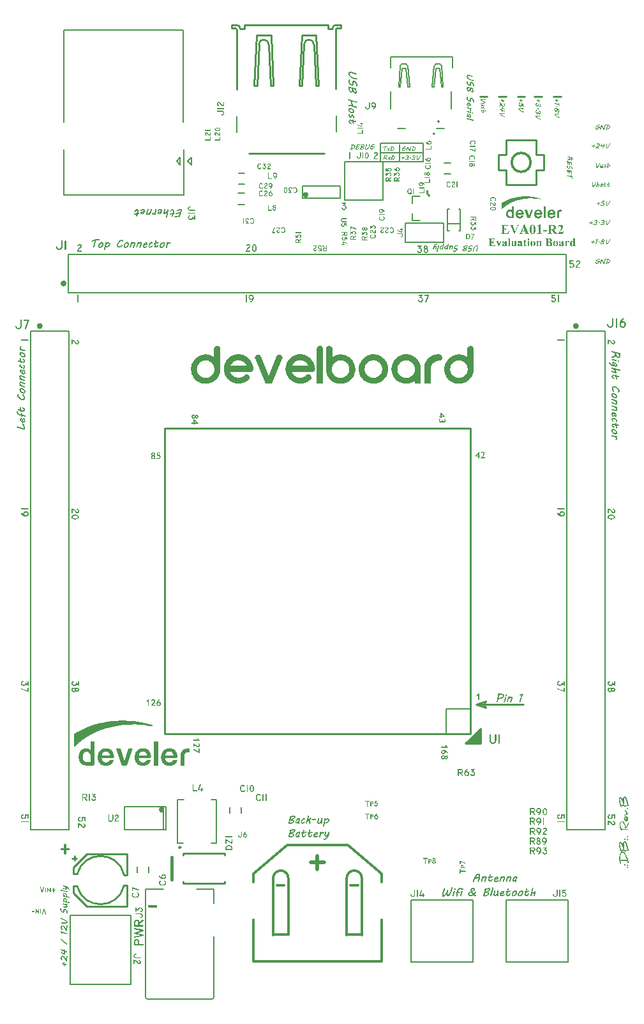
<source format=gto>
G04 Layer_Color=65535*
%FSLAX44Y44*%
%MOMM*%
G71*
G01*
G75*
%ADD10C,0.2000*%
%ADD33C,0.3500*%
%ADD34C,0.2500*%
%ADD37C,0.4000*%
%ADD38C,0.3000*%
%ADD39C,0.5000*%
%ADD110C,0.1500*%
%ADD111C,0.1270*%
%ADD112C,0.2540*%
G36*
X627901Y264477D02*
X627984Y264466D01*
X628088Y264435D01*
X628182Y264383D01*
X628265Y264310D01*
X628328Y264206D01*
X628338Y264133D01*
X628349Y264060D01*
Y264050D01*
X628338Y264008D01*
X628307Y263946D01*
X628255Y263852D01*
X628213Y263800D01*
X628161Y263737D01*
X628098Y263664D01*
X628015Y263591D01*
X627932Y263508D01*
X627828Y263414D01*
X627703Y263310D01*
X627567Y263206D01*
X626234Y261707D01*
X626245D01*
X626266Y261696D01*
X626297D01*
X626339Y261686D01*
X626401Y261665D01*
X626464Y261644D01*
X626620Y261592D01*
X626807Y261509D01*
X627015Y261415D01*
X627234Y261280D01*
X627474Y261123D01*
X627703Y260926D01*
X627921Y260697D01*
X628026Y260561D01*
X628130Y260426D01*
X628223Y260270D01*
X628317Y260103D01*
X628400Y259936D01*
X628473Y259749D01*
X628536Y259551D01*
X628598Y259343D01*
X628640Y259124D01*
X628671Y258884D01*
X628692Y258634D01*
X628703Y258374D01*
Y258353D01*
Y258301D01*
X628692Y258218D01*
Y258103D01*
X628671Y257968D01*
X628651Y257812D01*
X628619Y257635D01*
X628578Y257447D01*
X628526Y257239D01*
X628463Y257031D01*
X628390Y256812D01*
X628296Y256593D01*
X628182Y256375D01*
X628057Y256166D01*
X627901Y255958D01*
X627734Y255771D01*
X627724Y255760D01*
X627692Y255729D01*
X627640Y255687D01*
X627578Y255635D01*
X627495Y255562D01*
X627390Y255490D01*
X627265Y255406D01*
X627130Y255323D01*
X626984Y255240D01*
X626818Y255156D01*
X626641Y255083D01*
X626453Y255010D01*
X626255Y254958D01*
X626047Y254917D01*
X625818Y254885D01*
X625589Y254875D01*
X625495D01*
X625422Y254885D01*
X625339Y254896D01*
X625245Y254906D01*
X625131Y254927D01*
X625006Y254948D01*
X624735Y255010D01*
X624443Y255115D01*
X624297Y255177D01*
X624141Y255250D01*
X623995Y255344D01*
X623850Y255437D01*
X623839Y255448D01*
X623808Y255469D01*
X623766Y255500D01*
X623714Y255552D01*
X623641Y255614D01*
X623568Y255698D01*
X623475Y255781D01*
X623391Y255885D01*
X623287Y256000D01*
X623194Y256125D01*
X623089Y256271D01*
X622996Y256427D01*
X622902Y256583D01*
X622819Y256760D01*
X622746Y256947D01*
X622673Y257145D01*
Y257156D01*
X622662Y257166D01*
X622652Y257239D01*
X622642Y257322D01*
X622631Y257416D01*
Y257426D01*
Y257468D01*
X622642Y257520D01*
X622662Y257593D01*
X622683Y257666D01*
X622715Y257749D01*
X622766Y257833D01*
X622839Y257906D01*
X622850Y257916D01*
X622881Y257937D01*
X622923Y257968D01*
X622975Y257999D01*
X623048Y258030D01*
X623131Y258062D01*
X623225Y258083D01*
X623318Y258093D01*
X623339D01*
X623402Y258083D01*
X623485Y258062D01*
X623579Y258020D01*
X623693Y257947D01*
X623797Y257843D01*
X623850Y257780D01*
X623891Y257708D01*
X623933Y257614D01*
X623964Y257510D01*
Y257499D01*
X623975Y257489D01*
X624006Y257426D01*
X624048Y257322D01*
X624120Y257197D01*
X624225Y257052D01*
X624339Y256895D01*
X624495Y256739D01*
X624672Y256583D01*
X624693Y256572D01*
X624735Y256541D01*
X624818Y256500D01*
X624922Y256458D01*
X625047Y256416D01*
X625203Y256375D01*
X625381Y256343D01*
X625568Y256333D01*
X625641D01*
X625682Y256343D01*
X625745D01*
X625818Y256354D01*
X625974Y256385D01*
X626161Y256437D01*
X626359Y256520D01*
X626547Y256625D01*
X626734Y256770D01*
X626745Y256781D01*
X626766Y256802D01*
X626786Y256833D01*
X626828Y256885D01*
X626870Y256947D01*
X626922Y257031D01*
X626984Y257114D01*
X627036Y257218D01*
X627088Y257333D01*
X627151Y257447D01*
X627245Y257729D01*
X627286Y257874D01*
X627318Y258030D01*
X627328Y258197D01*
X627338Y258374D01*
Y258384D01*
Y258416D01*
Y258468D01*
X627328Y258541D01*
X627318Y258624D01*
X627307Y258728D01*
X627286Y258832D01*
X627265Y258947D01*
X627192Y259197D01*
X627088Y259447D01*
X627026Y259572D01*
X626953Y259697D01*
X626859Y259801D01*
X626755Y259905D01*
X626734Y259926D01*
X626672Y259967D01*
X626578Y260030D01*
X626443Y260103D01*
X626276Y260186D01*
X626078Y260270D01*
X625839Y260342D01*
X625578Y260394D01*
X625505D01*
X625433Y260405D01*
X625328D01*
X625203Y260415D01*
X625068Y260426D01*
X624922Y260436D01*
X624766Y260446D01*
X624724D01*
X624672Y260457D01*
X624599Y260478D01*
X624526Y260499D01*
X624454Y260530D01*
X624370Y260571D01*
X624297Y260634D01*
X624287Y260644D01*
X624266Y260665D01*
X624235Y260707D01*
X624204Y260759D01*
X624141Y260884D01*
X624120Y260957D01*
X624110Y261030D01*
Y261040D01*
X624120Y261082D01*
X624141Y261144D01*
X624172Y261228D01*
X624235Y261332D01*
X624329Y261436D01*
X624381Y261498D01*
X624454Y261550D01*
X624526Y261613D01*
X624620Y261675D01*
X625912Y263071D01*
X623641D01*
X623600Y263081D01*
X623485Y263113D01*
X623360Y263154D01*
X623235Y263237D01*
X623173Y263290D01*
X623121Y263362D01*
X623079Y263435D01*
X623048Y263529D01*
X623027Y263633D01*
X623017Y263758D01*
Y263769D01*
Y263789D01*
Y263821D01*
X623027Y263873D01*
X623048Y263987D01*
X623100Y264112D01*
X623183Y264248D01*
X623235Y264300D01*
X623298Y264352D01*
X623381Y264404D01*
X623475Y264435D01*
X623579Y264456D01*
X623693Y264466D01*
X627817Y264487D01*
X627838D01*
X627901Y264477D01*
D02*
G37*
G36*
X217292Y116821D02*
X217355Y116811D01*
X217428Y116790D01*
X217500Y116759D01*
X217573Y116717D01*
X217657Y116655D01*
X217667Y116644D01*
X217698Y116623D01*
X217740Y116582D01*
X217792Y116540D01*
X217865Y116477D01*
X217948Y116394D01*
X218125Y116217D01*
X218323Y116009D01*
X218521Y115780D01*
X218698Y115530D01*
X218771Y115405D01*
X218844Y115280D01*
Y115269D01*
X218854Y115249D01*
X218875Y115217D01*
X218896Y115165D01*
X218917Y115092D01*
X218948Y115020D01*
X218979Y114926D01*
X219010Y114832D01*
X219042Y114718D01*
X219073Y114593D01*
X219125Y114322D01*
X219167Y114009D01*
X219177Y113666D01*
Y113645D01*
Y113593D01*
X219167Y113510D01*
X219156Y113395D01*
X219135Y113260D01*
X219104Y113103D01*
X219062Y112926D01*
X219010Y112739D01*
X218937Y112531D01*
X218844Y112322D01*
X218740Y112104D01*
X218604Y111885D01*
X218448Y111666D01*
X218271Y111448D01*
X218063Y111239D01*
X217823Y111041D01*
X217802Y111031D01*
X217761Y111000D01*
X217677Y110948D01*
X217573Y110875D01*
X217438Y110802D01*
X217271Y110708D01*
X217073Y110614D01*
X216855Y110521D01*
X216615Y110427D01*
X216334Y110333D01*
X216042Y110239D01*
X215720Y110167D01*
X215376Y110094D01*
X215011Y110042D01*
X214626Y110010D01*
X214220Y110000D01*
X214053D01*
X213980Y110010D01*
X213908D01*
X213814Y110021D01*
X213605Y110031D01*
X213376Y110063D01*
X213116Y110094D01*
X212824Y110146D01*
X212533Y110208D01*
X212220Y110281D01*
X211908Y110375D01*
X211606Y110490D01*
X211294Y110625D01*
X211002Y110781D01*
X210721Y110958D01*
X210471Y111166D01*
X210460Y111177D01*
X210429Y111208D01*
X210377Y111260D01*
X210304Y111333D01*
X210231Y111427D01*
X210138Y111541D01*
X210044Y111666D01*
X209950Y111812D01*
X209856Y111979D01*
X209763Y112156D01*
X209669Y112343D01*
X209596Y112551D01*
X209523Y112760D01*
X209471Y112989D01*
X209440Y113228D01*
X209429Y113478D01*
Y113489D01*
Y113530D01*
Y113582D01*
Y113655D01*
X209440Y113739D01*
X209450Y113843D01*
X209461Y113957D01*
X209471Y114082D01*
X209513Y114353D01*
X209565Y114634D01*
X209648Y114905D01*
X209700Y115040D01*
X209752Y115155D01*
Y115165D01*
X209773Y115186D01*
X209794Y115217D01*
X209815Y115269D01*
X209856Y115332D01*
X209909Y115394D01*
X210033Y115561D01*
X210117Y115644D01*
X210200Y115738D01*
X210304Y115842D01*
X210419Y115936D01*
X210544Y116040D01*
X210669Y116134D01*
X210825Y116228D01*
X210981Y116321D01*
X210992D01*
X211012Y116332D01*
X211044Y116353D01*
X211085Y116373D01*
X211200Y116405D01*
X211325Y116415D01*
X211377D01*
X211429Y116405D01*
X211492Y116384D01*
X211575Y116363D01*
X211658Y116321D01*
X211741Y116269D01*
X211825Y116196D01*
X211835Y116186D01*
X211856Y116155D01*
X211887Y116113D01*
X211919Y116051D01*
X211960Y115978D01*
X211991Y115894D01*
X212012Y115811D01*
X212023Y115707D01*
Y115686D01*
X212012Y115644D01*
X212002Y115571D01*
X211971Y115488D01*
X211919Y115394D01*
X211856Y115290D01*
X211752Y115197D01*
X211616Y115103D01*
X211596Y115092D01*
X211544Y115061D01*
X211471Y114999D01*
X211377Y114926D01*
X211283Y114832D01*
X211179Y114707D01*
X211085Y114582D01*
X211002Y114426D01*
X210992Y114416D01*
X210981Y114363D01*
X210950Y114291D01*
X210919Y114186D01*
X210898Y114051D01*
X210867Y113895D01*
X210856Y113697D01*
X210846Y113478D01*
Y113468D01*
Y113447D01*
Y113395D01*
X210856Y113343D01*
X210867Y113270D01*
X210888Y113187D01*
X210940Y112999D01*
X210981Y112885D01*
X211023Y112781D01*
X211085Y112656D01*
X211158Y112541D01*
X211242Y112427D01*
X211346Y112312D01*
X211450Y112197D01*
X211585Y112083D01*
X211596Y112072D01*
X211627Y112052D01*
X211679Y112020D01*
X211752Y111979D01*
X211846Y111916D01*
X211960Y111864D01*
X212096Y111802D01*
X212252Y111739D01*
X212429Y111666D01*
X212627Y111604D01*
X212835Y111552D01*
X213074Y111500D01*
X213335Y111448D01*
X213605Y111416D01*
X213908Y111396D01*
X214220Y111385D01*
X214376D01*
X214480Y111396D01*
X214616Y111406D01*
X214772Y111416D01*
X214949Y111437D01*
X215136Y111468D01*
X215334Y111500D01*
X215553Y111541D01*
X215761Y111604D01*
X215980Y111666D01*
X216188Y111739D01*
X216397Y111823D01*
X216605Y111927D01*
X216792Y112041D01*
X216803Y112052D01*
X216834Y112072D01*
X216886Y112104D01*
X216938Y112156D01*
X217021Y112229D01*
X217094Y112302D01*
X217188Y112395D01*
X217271Y112499D01*
X217365Y112604D01*
X217459Y112739D01*
X217532Y112874D01*
X217605Y113020D01*
X217667Y113176D01*
X217719Y113343D01*
X217750Y113510D01*
X217761Y113697D01*
Y113707D01*
Y113749D01*
X217750Y113801D01*
X217740Y113874D01*
X217729Y113968D01*
X217709Y114082D01*
X217677Y114197D01*
X217636Y114332D01*
X217584Y114478D01*
X217511Y114624D01*
X217428Y114780D01*
X217334Y114947D01*
X217219Y115103D01*
X217084Y115269D01*
X216928Y115426D01*
X216751Y115582D01*
X216740Y115592D01*
X216709Y115624D01*
X216667Y115665D01*
X216615Y115728D01*
X216574Y115801D01*
X216532Y115884D01*
X216501Y115988D01*
X216490Y116092D01*
Y116103D01*
Y116144D01*
X216501Y116196D01*
X216521Y116259D01*
X216542Y116342D01*
X216584Y116425D01*
X216636Y116519D01*
X216709Y116602D01*
X216719Y116613D01*
X216751Y116634D01*
X216792Y116675D01*
X216855Y116717D01*
X216928Y116759D01*
X217011Y116800D01*
X217105Y116821D01*
X217209Y116832D01*
X217250D01*
X217292Y116821D01*
D02*
G37*
G36*
X211216Y682345D02*
X208053D01*
Y680802D01*
X208072Y680812D01*
X208121Y680831D01*
X208198Y680861D01*
X208315Y680899D01*
X208441Y680928D01*
X208606Y680957D01*
X208780Y680977D01*
X208974Y680987D01*
X209101D01*
X209188Y680977D01*
X209295Y680967D01*
X209411Y680948D01*
X209547Y680928D01*
X209692Y680899D01*
X209848Y680861D01*
X210013Y680802D01*
X210168Y680744D01*
X210333Y680676D01*
X210488Y680589D01*
X210643Y680492D01*
X210789Y680375D01*
X210925Y680249D01*
X210935Y680239D01*
X210954Y680210D01*
X210993Y680172D01*
X211031Y680113D01*
X211080Y680036D01*
X211138Y679948D01*
X211206Y679832D01*
X211274Y679716D01*
X211332Y679570D01*
X211400Y679415D01*
X211458Y679240D01*
X211507Y679056D01*
X211546Y678852D01*
X211584Y678639D01*
X211604Y678406D01*
X211614Y678163D01*
Y678153D01*
Y678124D01*
Y678085D01*
X211604Y678027D01*
Y677950D01*
X211594Y677862D01*
X211584Y677765D01*
X211565Y677649D01*
X211517Y677406D01*
X211449Y677125D01*
X211361Y676834D01*
X211235Y676523D01*
X211158Y676368D01*
X211070Y676223D01*
X210973Y676067D01*
X210867Y675922D01*
X210750Y675776D01*
X210614Y675640D01*
X210478Y675514D01*
X210323Y675398D01*
X210149Y675281D01*
X209974Y675184D01*
X209770Y675097D01*
X209557Y675029D01*
X209333Y674961D01*
X209091Y674922D01*
X208829Y674893D01*
X208548Y674884D01*
X208489D01*
X208421Y674893D01*
X208334D01*
X208227Y674903D01*
X208101Y674922D01*
X207956Y674951D01*
X207800Y674981D01*
X207635Y675019D01*
X207451Y675068D01*
X207276Y675136D01*
X207082Y675204D01*
X206898Y675291D01*
X206714Y675398D01*
X206529Y675514D01*
X206345Y675650D01*
X206947Y676911D01*
X206956Y676902D01*
X206985Y676882D01*
X207034Y676843D01*
X207102Y676795D01*
X207180Y676747D01*
X207276Y676679D01*
X207383Y676620D01*
X207500Y676552D01*
X207752Y676417D01*
X208014Y676300D01*
X208150Y676252D01*
X208286Y676213D01*
X208421Y676193D01*
X208548Y676184D01*
X208615D01*
X208683Y676193D01*
X208780Y676213D01*
X208897Y676242D01*
X209013Y676281D01*
X209149Y676339D01*
X209295Y676407D01*
X209431Y676504D01*
X209566Y676630D01*
X209692Y676776D01*
X209799Y676950D01*
X209896Y677154D01*
X209964Y677397D01*
X209993Y677532D01*
X210013Y677678D01*
X210032Y677833D01*
Y677998D01*
Y678008D01*
Y678037D01*
Y678085D01*
X210022Y678144D01*
Y678212D01*
X210013Y678299D01*
X209993Y678493D01*
X209945Y678697D01*
X209886Y678910D01*
X209809Y679114D01*
X209751Y679201D01*
X209692Y679279D01*
X209673Y679298D01*
X209625Y679347D01*
X209547Y679405D01*
X209431Y679483D01*
X209275Y679560D01*
X209188Y679589D01*
X209081Y679619D01*
X208974Y679648D01*
X208848Y679667D01*
X208722Y679686D01*
X208509D01*
X208451Y679677D01*
X208392Y679667D01*
X208315Y679648D01*
X208227Y679628D01*
X208130Y679599D01*
X208033Y679560D01*
X207927Y679512D01*
X207810Y679463D01*
X207684Y679395D01*
X207568Y679308D01*
X207441Y679221D01*
X207315Y679114D01*
X207189Y678988D01*
X206588Y679376D01*
Y683645D01*
X211216D01*
Y682345D01*
D02*
G37*
G36*
X618403Y264560D02*
X618476Y264539D01*
X618549Y264508D01*
X618632Y264466D01*
X618716Y264414D01*
X618788Y264331D01*
X618799Y264321D01*
X618820Y264289D01*
X618851Y264248D01*
X618893Y264185D01*
X618924Y264112D01*
X618955Y264029D01*
X618976Y263935D01*
X618986Y263831D01*
Y263810D01*
Y263769D01*
X618976Y263706D01*
X618955Y263623D01*
X618924Y263540D01*
X618872Y263456D01*
X618809Y263383D01*
X618716Y263321D01*
X618705Y263310D01*
X618674Y263300D01*
X618632Y263269D01*
X618580Y263227D01*
X618507Y263175D01*
X618424Y263113D01*
X618226Y262977D01*
X618018Y262810D01*
X617789Y262623D01*
X617570Y262425D01*
X617362Y262227D01*
X617341Y262206D01*
X617278Y262144D01*
X617185Y262050D01*
X617070Y261925D01*
X616924Y261769D01*
X616758Y261582D01*
X616570Y261373D01*
X616383Y261155D01*
X616393D01*
X616404Y261175D01*
X616435Y261196D01*
X616466Y261217D01*
X616518Y261248D01*
X616581Y261280D01*
X616654Y261321D01*
X616737Y261363D01*
X616831Y261394D01*
X616935Y261436D01*
X617049Y261467D01*
X617174Y261498D01*
X617310Y261519D01*
X617455Y261540D01*
X617612Y261561D01*
X617841D01*
X617924Y261550D01*
X618018D01*
X618143Y261540D01*
X618288Y261519D01*
X618445Y261488D01*
X618622Y261457D01*
X618809Y261415D01*
X618997Y261353D01*
X619184Y261290D01*
X619382Y261207D01*
X619569Y261113D01*
X619757Y260998D01*
X619924Y260863D01*
X620090Y260717D01*
X620101Y260707D01*
X620121Y260676D01*
X620163Y260634D01*
X620225Y260561D01*
X620288Y260478D01*
X620350Y260374D01*
X620434Y260259D01*
X620507Y260113D01*
X620580Y259957D01*
X620663Y259780D01*
X620725Y259593D01*
X620798Y259384D01*
X620850Y259166D01*
X620892Y258926D01*
X620913Y258666D01*
X620923Y258395D01*
Y258374D01*
Y258322D01*
X620913Y258249D01*
Y258135D01*
X620902Y257999D01*
X620882Y257843D01*
X620850Y257676D01*
X620819Y257489D01*
X620767Y257291D01*
X620715Y257083D01*
X620642Y256864D01*
X620559Y256656D01*
X620465Y256437D01*
X620350Y256218D01*
X620215Y256021D01*
X620069Y255823D01*
X620059Y255812D01*
X620028Y255781D01*
X619986Y255729D01*
X619913Y255667D01*
X619830Y255594D01*
X619726Y255510D01*
X619611Y255417D01*
X619476Y255323D01*
X619319Y255229D01*
X619153Y255135D01*
X618976Y255052D01*
X618778Y254979D01*
X618570Y254917D01*
X618341Y254865D01*
X618101Y254833D01*
X617851Y254823D01*
X617778D01*
X617685Y254833D01*
X617570Y254844D01*
X617424Y254865D01*
X617268Y254885D01*
X617080Y254927D01*
X616883Y254979D01*
X616674Y255042D01*
X616466Y255125D01*
X616247Y255219D01*
X616029Y255344D01*
X615810Y255479D01*
X615602Y255646D01*
X615404Y255833D01*
X615216Y256052D01*
X615206Y256062D01*
X615185Y256104D01*
X615144Y256156D01*
X615091Y256239D01*
X615039Y256333D01*
X614977Y256458D01*
X614904Y256604D01*
X614831Y256760D01*
X614758Y256947D01*
X614685Y257145D01*
X614623Y257364D01*
X614571Y257603D01*
X614519Y257853D01*
X614477Y258124D01*
X614456Y258405D01*
X614446Y258707D01*
Y258718D01*
Y258749D01*
Y258791D01*
Y258853D01*
X614456Y258926D01*
Y259020D01*
X614467Y259124D01*
X614477Y259238D01*
X614498Y259488D01*
X614539Y259780D01*
X614602Y260072D01*
X614675Y260384D01*
Y260394D01*
X614696Y260446D01*
X614716Y260509D01*
X614748Y260603D01*
X614779Y260717D01*
X614831Y260853D01*
X614883Y260998D01*
X614956Y261155D01*
X615019Y261321D01*
X615102Y261509D01*
X615289Y261873D01*
X615508Y262259D01*
X615758Y262613D01*
X615768Y262623D01*
X615800Y262654D01*
X615841Y262706D01*
X615904Y262779D01*
X615987Y262873D01*
X616081Y262967D01*
X616195Y263092D01*
X616331Y263217D01*
X616477Y263352D01*
X616643Y263498D01*
X616820Y263654D01*
X617018Y263810D01*
X617226Y263977D01*
X617455Y264144D01*
X617695Y264300D01*
X617955Y264466D01*
X617966D01*
X617986Y264487D01*
X618018Y264498D01*
X618070Y264518D01*
X618174Y264550D01*
X618299Y264571D01*
X618351D01*
X618403Y264560D01*
D02*
G37*
G36*
X610238Y264456D02*
X610343Y264445D01*
X610457Y264425D01*
X610582Y264404D01*
X610718Y264373D01*
X610863Y264331D01*
X611020Y264289D01*
X611186Y264227D01*
X611342Y264154D01*
X611509Y264071D01*
X611676Y263967D01*
X611832Y263862D01*
X611988Y263727D01*
X611998Y263717D01*
X612030Y263685D01*
X612071Y263644D01*
X612123Y263581D01*
X612186Y263498D01*
X612259Y263404D01*
X612332Y263290D01*
X612415Y263165D01*
X612498Y263019D01*
X612571Y262863D01*
X612644Y262696D01*
X612707Y262509D01*
X612759Y262311D01*
X612811Y262102D01*
X612832Y261884D01*
X612842Y261644D01*
Y261623D01*
Y261582D01*
X612832Y261509D01*
X612821Y261405D01*
X612800Y261280D01*
X612780Y261134D01*
X612738Y260978D01*
X612696Y260811D01*
X612623Y260634D01*
X612550Y260446D01*
X612446Y260259D01*
X612332Y260072D01*
X612196Y259895D01*
X612030Y259718D01*
X611842Y259551D01*
X611634Y259395D01*
X611613Y259374D01*
X611561Y259322D01*
X611467Y259249D01*
X611342Y259166D01*
X611176Y259082D01*
X610988Y259009D01*
X610780Y258957D01*
X610666Y258947D01*
X610541Y258937D01*
X610551D01*
X612696Y256031D01*
X612707Y256021D01*
X612717Y255989D01*
X612738Y255948D01*
X612769Y255896D01*
X612821Y255760D01*
X612832Y255687D01*
X612842Y255604D01*
Y255594D01*
Y255552D01*
X612832Y255500D01*
X612811Y255437D01*
X612790Y255354D01*
X612748Y255271D01*
X612696Y255187D01*
X612623Y255104D01*
X612613Y255094D01*
X612582Y255073D01*
X612540Y255042D01*
X612477Y255000D01*
X612405Y254958D01*
X612321Y254927D01*
X612228Y254906D01*
X612123Y254896D01*
X612113D01*
X612071Y254906D01*
X612009Y254917D01*
X611936Y254937D01*
X611842Y254969D01*
X611759Y255031D01*
X611665Y255104D01*
X611582Y255208D01*
X608958Y258937D01*
X607396D01*
Y255604D01*
Y255594D01*
Y255573D01*
Y255541D01*
X607385Y255490D01*
X607354Y255385D01*
X607312Y255250D01*
X607218Y255125D01*
X607166Y255063D01*
X607094Y255010D01*
X607021Y254958D01*
X606916Y254927D01*
X606812Y254906D01*
X606687Y254896D01*
X606625D01*
X606583Y254906D01*
X606469Y254937D01*
X606344Y254990D01*
X606281Y255021D01*
X606219Y255073D01*
X606156Y255125D01*
X606104Y255198D01*
X606063Y255281D01*
X606031Y255375D01*
X606010Y255490D01*
X606000Y255614D01*
Y264466D01*
X610166D01*
X610238Y264456D01*
D02*
G37*
G36*
X351589Y1030648D02*
X351673Y1030640D01*
X351764Y1030631D01*
X351872Y1030615D01*
X351981Y1030590D01*
X352222Y1030523D01*
X352339Y1030481D01*
X352464Y1030431D01*
X352581Y1030373D01*
X352697Y1030298D01*
X352806Y1030215D01*
X352906Y1030123D01*
X352914Y1030115D01*
X352930Y1030098D01*
X352964Y1030065D01*
X353005Y1030023D01*
X353055Y1029965D01*
X353106Y1029898D01*
X353164Y1029823D01*
X353231Y1029740D01*
X353289Y1029648D01*
X353347Y1029540D01*
X353447Y1029315D01*
X353489Y1029190D01*
X353522Y1029057D01*
X353539Y1028915D01*
X353547Y1028773D01*
Y1028757D01*
Y1028724D01*
X353539Y1028657D01*
X353530Y1028574D01*
X353514Y1028465D01*
X353489Y1028349D01*
X353447Y1028215D01*
X353405Y1028074D01*
X353339Y1027924D01*
X353264Y1027774D01*
X353172Y1027607D01*
X353055Y1027449D01*
X352922Y1027299D01*
X352764Y1027141D01*
X352589Y1026999D01*
X352381Y1026866D01*
X352364Y1026857D01*
X352331Y1026832D01*
X352272Y1026799D01*
X352189Y1026749D01*
X352097Y1026682D01*
X351989Y1026607D01*
X351864Y1026516D01*
X351739Y1026424D01*
X351598Y1026316D01*
X351456Y1026199D01*
X351181Y1025941D01*
X351048Y1025799D01*
X350914Y1025658D01*
X350798Y1025508D01*
X350689Y1025349D01*
Y1025341D01*
X350673Y1025324D01*
X350656Y1025299D01*
X350639Y1025258D01*
X350606Y1025216D01*
X350573Y1025158D01*
X350540Y1025091D01*
X350498Y1025008D01*
X350415Y1024833D01*
X350331Y1024633D01*
X350240Y1024400D01*
X350156Y1024141D01*
X352947D01*
X352989Y1024133D01*
X353080Y1024108D01*
X353181Y1024075D01*
X353289Y1024000D01*
X353330Y1023958D01*
X353372Y1023900D01*
X353414Y1023841D01*
X353439Y1023758D01*
X353455Y1023675D01*
X353464Y1023575D01*
Y1023567D01*
Y1023550D01*
Y1023525D01*
X353455Y1023483D01*
X353430Y1023400D01*
X353397Y1023292D01*
X353322Y1023192D01*
X353280Y1023142D01*
X353222Y1023100D01*
X353164Y1023058D01*
X353080Y1023033D01*
X352997Y1023017D01*
X352897Y1023008D01*
X348773D01*
Y1023017D01*
X348782Y1023050D01*
X348790Y1023092D01*
X348807Y1023158D01*
X348823Y1023233D01*
X348840Y1023325D01*
X348865Y1023433D01*
X348890Y1023541D01*
X348915Y1023667D01*
X348940Y1023792D01*
X349007Y1024066D01*
X349073Y1024341D01*
X349140Y1024625D01*
Y1024633D01*
X349156Y1024666D01*
X349173Y1024716D01*
X349190Y1024783D01*
X349223Y1024866D01*
X349257Y1024958D01*
X349306Y1025066D01*
X349348Y1025183D01*
X349465Y1025441D01*
X349606Y1025708D01*
X349773Y1025991D01*
X349956Y1026257D01*
X349965Y1026266D01*
X349990Y1026299D01*
X350023Y1026341D01*
X350081Y1026407D01*
X350148Y1026482D01*
X350231Y1026574D01*
X350331Y1026674D01*
X350439Y1026782D01*
X350564Y1026899D01*
X350706Y1027024D01*
X350856Y1027149D01*
X351023Y1027282D01*
X351198Y1027415D01*
X351389Y1027549D01*
X351598Y1027682D01*
X351814Y1027815D01*
X351823D01*
X351839Y1027832D01*
X351864Y1027849D01*
X351906Y1027874D01*
X351989Y1027949D01*
X352097Y1028040D01*
X352197Y1028165D01*
X352289Y1028315D01*
X352322Y1028399D01*
X352347Y1028490D01*
X352364Y1028590D01*
X352372Y1028690D01*
Y1028707D01*
Y1028748D01*
X352364Y1028815D01*
X352339Y1028898D01*
X352314Y1028990D01*
X352272Y1029090D01*
X352214Y1029190D01*
X352131Y1029282D01*
X352122Y1029290D01*
X352089Y1029323D01*
X352031Y1029357D01*
X351956Y1029407D01*
X351864Y1029448D01*
X351748Y1029490D01*
X351623Y1029515D01*
X351473Y1029523D01*
X351389D01*
X351298Y1029515D01*
X351189Y1029507D01*
X351064Y1029490D01*
X350948Y1029465D01*
X350831Y1029432D01*
X350731Y1029382D01*
X350714Y1029373D01*
X350673Y1029340D01*
X350615Y1029290D01*
X350540Y1029223D01*
X350448Y1029123D01*
X350356Y1029007D01*
X350273Y1028865D01*
X350190Y1028699D01*
X350181Y1028682D01*
X350165Y1028649D01*
X350131Y1028590D01*
X350081Y1028532D01*
X350015Y1028465D01*
X349931Y1028407D01*
X349831Y1028374D01*
X349715Y1028357D01*
X349681D01*
X349640Y1028365D01*
X349581Y1028374D01*
X349523Y1028390D01*
X349456Y1028424D01*
X349390Y1028457D01*
X349323Y1028507D01*
X349315Y1028515D01*
X349298Y1028532D01*
X349273Y1028574D01*
X349240Y1028615D01*
X349207Y1028674D01*
X349182Y1028740D01*
X349165Y1028815D01*
X349156Y1028898D01*
Y1028907D01*
Y1028923D01*
Y1028940D01*
X349165Y1028973D01*
X349182Y1029048D01*
X349207Y1029132D01*
Y1029140D01*
X349215Y1029148D01*
X349240Y1029198D01*
X349273Y1029273D01*
X349323Y1029373D01*
X349398Y1029482D01*
X349481Y1029615D01*
X349590Y1029748D01*
X349706Y1029898D01*
X349848Y1030040D01*
X350015Y1030173D01*
X350198Y1030306D01*
X350398Y1030415D01*
X350623Y1030515D01*
X350873Y1030590D01*
X351139Y1030640D01*
X351281Y1030656D01*
X351523D01*
X351589Y1030648D01*
D02*
G37*
G36*
X699833Y967359D02*
X699939Y967324D01*
X700068Y967289D01*
X700210Y967230D01*
X700351Y967147D01*
X700481Y967029D01*
X700493Y967018D01*
X700540Y966971D01*
X700587Y966900D01*
X700658Y966794D01*
X700717Y966676D01*
X700776Y966535D01*
X700811Y966381D01*
X700823Y966205D01*
Y966181D01*
Y966122D01*
X700811Y966040D01*
X700776Y965922D01*
X700740Y965804D01*
X700681Y965662D01*
X700599Y965521D01*
X700481Y965391D01*
X700469Y965380D01*
X700422Y965344D01*
X700351Y965285D01*
X700245Y965226D01*
X700127Y965167D01*
X699986Y965108D01*
X699833Y965073D01*
X699656Y965061D01*
X699573D01*
X699491Y965085D01*
X699373Y965108D01*
X699255Y965144D01*
X699114Y965203D01*
X698972Y965285D01*
X698843Y965391D01*
X698831Y965403D01*
X698796Y965450D01*
X698737Y965521D01*
X698678Y965627D01*
X698619Y965745D01*
X698560Y965874D01*
X698524Y966040D01*
X698513Y966205D01*
Y966228D01*
Y966287D01*
X698536Y966381D01*
X698560Y966487D01*
X698595Y966617D01*
X698654Y966758D01*
X698737Y966900D01*
X698843Y967029D01*
X698855Y967041D01*
X698902Y967088D01*
X698972Y967136D01*
X699078Y967206D01*
X699196Y967265D01*
X699326Y967324D01*
X699491Y967359D01*
X699656Y967371D01*
X699738D01*
X699833Y967359D01*
D02*
G37*
G36*
X358129Y1030648D02*
X358187Y1030631D01*
X358246Y1030606D01*
X358312Y1030573D01*
X358379Y1030531D01*
X358438Y1030465D01*
X358446Y1030456D01*
X358462Y1030431D01*
X358487Y1030398D01*
X358521Y1030348D01*
X358546Y1030290D01*
X358571Y1030223D01*
X358587Y1030148D01*
X358596Y1030065D01*
Y1030048D01*
Y1030015D01*
X358587Y1029965D01*
X358571Y1029898D01*
X358546Y1029832D01*
X358504Y1029765D01*
X358454Y1029707D01*
X358379Y1029657D01*
X358371Y1029648D01*
X358346Y1029640D01*
X358312Y1029615D01*
X358271Y1029582D01*
X358213Y1029540D01*
X358146Y1029490D01*
X357988Y1029382D01*
X357821Y1029248D01*
X357638Y1029098D01*
X357463Y1028940D01*
X357296Y1028782D01*
X357279Y1028765D01*
X357229Y1028715D01*
X357155Y1028640D01*
X357063Y1028540D01*
X356946Y1028415D01*
X356813Y1028265D01*
X356663Y1028099D01*
X356513Y1027924D01*
X356521D01*
X356530Y1027940D01*
X356555Y1027957D01*
X356580Y1027974D01*
X356621Y1027999D01*
X356671Y1028024D01*
X356730Y1028057D01*
X356796Y1028090D01*
X356871Y1028115D01*
X356954Y1028149D01*
X357046Y1028174D01*
X357146Y1028199D01*
X357254Y1028215D01*
X357371Y1028232D01*
X357496Y1028249D01*
X357679D01*
X357746Y1028240D01*
X357821D01*
X357921Y1028232D01*
X358038Y1028215D01*
X358162Y1028190D01*
X358304Y1028165D01*
X358454Y1028132D01*
X358604Y1028082D01*
X358754Y1028032D01*
X358912Y1027965D01*
X359062Y1027890D01*
X359212Y1027799D01*
X359346Y1027691D01*
X359479Y1027574D01*
X359487Y1027566D01*
X359504Y1027541D01*
X359537Y1027507D01*
X359587Y1027449D01*
X359637Y1027382D01*
X359687Y1027299D01*
X359754Y1027207D01*
X359812Y1027091D01*
X359870Y1026966D01*
X359937Y1026824D01*
X359987Y1026674D01*
X360045Y1026507D01*
X360087Y1026332D01*
X360120Y1026141D01*
X360137Y1025933D01*
X360145Y1025716D01*
Y1025699D01*
Y1025658D01*
X360137Y1025599D01*
Y1025508D01*
X360129Y1025399D01*
X360112Y1025274D01*
X360087Y1025141D01*
X360062Y1024991D01*
X360020Y1024833D01*
X359979Y1024666D01*
X359920Y1024491D01*
X359854Y1024325D01*
X359779Y1024150D01*
X359687Y1023975D01*
X359579Y1023817D01*
X359462Y1023658D01*
X359454Y1023650D01*
X359429Y1023625D01*
X359395Y1023583D01*
X359337Y1023533D01*
X359271Y1023475D01*
X359187Y1023408D01*
X359096Y1023333D01*
X358987Y1023258D01*
X358862Y1023183D01*
X358729Y1023108D01*
X358587Y1023042D01*
X358429Y1022983D01*
X358262Y1022933D01*
X358079Y1022892D01*
X357888Y1022867D01*
X357688Y1022858D01*
X357629D01*
X357554Y1022867D01*
X357463Y1022875D01*
X357346Y1022892D01*
X357221Y1022908D01*
X357071Y1022942D01*
X356913Y1022983D01*
X356746Y1023033D01*
X356580Y1023100D01*
X356405Y1023175D01*
X356230Y1023275D01*
X356055Y1023383D01*
X355888Y1023516D01*
X355730Y1023667D01*
X355580Y1023841D01*
X355572Y1023850D01*
X355555Y1023883D01*
X355522Y1023925D01*
X355480Y1023991D01*
X355438Y1024066D01*
X355388Y1024166D01*
X355330Y1024283D01*
X355272Y1024408D01*
X355213Y1024558D01*
X355155Y1024716D01*
X355105Y1024891D01*
X355063Y1025083D01*
X355022Y1025283D01*
X354988Y1025499D01*
X354972Y1025724D01*
X354963Y1025966D01*
Y1025974D01*
Y1025999D01*
Y1026033D01*
Y1026083D01*
X354972Y1026141D01*
Y1026216D01*
X354980Y1026299D01*
X354988Y1026391D01*
X355005Y1026591D01*
X355038Y1026824D01*
X355088Y1027057D01*
X355147Y1027307D01*
Y1027316D01*
X355163Y1027357D01*
X355180Y1027407D01*
X355205Y1027482D01*
X355230Y1027574D01*
X355272Y1027682D01*
X355313Y1027799D01*
X355372Y1027924D01*
X355422Y1028057D01*
X355488Y1028207D01*
X355638Y1028499D01*
X355813Y1028807D01*
X356013Y1029090D01*
X356021Y1029098D01*
X356046Y1029123D01*
X356080Y1029165D01*
X356130Y1029223D01*
X356196Y1029298D01*
X356271Y1029373D01*
X356363Y1029473D01*
X356471Y1029573D01*
X356588Y1029682D01*
X356721Y1029798D01*
X356863Y1029923D01*
X357021Y1030048D01*
X357188Y1030182D01*
X357371Y1030315D01*
X357563Y1030440D01*
X357771Y1030573D01*
X357779D01*
X357796Y1030590D01*
X357821Y1030598D01*
X357863Y1030615D01*
X357946Y1030640D01*
X358046Y1030656D01*
X358088D01*
X358129Y1030648D01*
D02*
G37*
G36*
X201998Y683752D02*
X202095Y683742D01*
X202212Y683733D01*
X202338Y683713D01*
X202483Y683684D01*
X202774Y683616D01*
X202930Y683568D01*
X203085Y683509D01*
X203230Y683441D01*
X203376Y683364D01*
X203521Y683277D01*
X203648Y683170D01*
X203657Y683160D01*
X203677Y683141D01*
X203706Y683111D01*
X203754Y683063D01*
X203803Y683005D01*
X203861Y682937D01*
X203919Y682850D01*
X203987Y682753D01*
X204046Y682646D01*
X204104Y682529D01*
X204162Y682393D01*
X204210Y682258D01*
X204259Y682102D01*
X204288Y681947D01*
X204307Y681773D01*
X204317Y681588D01*
Y681579D01*
Y681569D01*
Y681540D01*
X204307Y681501D01*
X204298Y681394D01*
X204269Y681258D01*
X204230Y681084D01*
X204162Y680899D01*
X204065Y680695D01*
X203939Y680482D01*
Y680472D01*
X203919Y680453D01*
X203900Y680424D01*
X203871Y680385D01*
X203803Y680288D01*
X203696Y680162D01*
X203580Y680026D01*
X203444Y679890D01*
X203298Y679764D01*
X203133Y679657D01*
X203143D01*
X203162Y679648D01*
X203192Y679628D01*
X203230Y679609D01*
X203337Y679541D01*
X203473Y679444D01*
X203628Y679318D01*
X203803Y679163D01*
X203978Y678959D01*
X204075Y678852D01*
X204162Y678726D01*
X204172Y678716D01*
X204181Y678697D01*
X204210Y678658D01*
X204240Y678609D01*
X204269Y678551D01*
X204317Y678483D01*
X204405Y678309D01*
X204492Y678115D01*
X204560Y677901D01*
X204618Y677678D01*
X204628Y677571D01*
X204637Y677455D01*
Y677445D01*
Y677397D01*
Y677338D01*
X204628Y677251D01*
X204618Y677154D01*
X204599Y677028D01*
X204569Y676902D01*
X204540Y676756D01*
X204501Y676611D01*
X204453Y676455D01*
X204385Y676300D01*
X204307Y676135D01*
X204220Y675980D01*
X204113Y675834D01*
X203997Y675689D01*
X203861Y675553D01*
X203851Y675543D01*
X203822Y675524D01*
X203783Y675495D01*
X203725Y675446D01*
X203648Y675398D01*
X203551Y675340D01*
X203444Y675281D01*
X203318Y675223D01*
X203172Y675155D01*
X203017Y675097D01*
X202842Y675039D01*
X202658Y674990D01*
X202454Y674942D01*
X202241Y674913D01*
X202018Y674893D01*
X201775Y674884D01*
X201649D01*
X201552Y674893D01*
X201445Y674903D01*
X201319Y674922D01*
X201173Y674942D01*
X201018Y674971D01*
X200688Y675049D01*
X200514Y675097D01*
X200349Y675165D01*
X200174Y675243D01*
X200019Y675330D01*
X199864Y675427D01*
X199718Y675543D01*
X199708Y675553D01*
X199689Y675573D01*
X199650Y675611D01*
X199602Y675669D01*
X199553Y675737D01*
X199495Y675815D01*
X199427Y675912D01*
X199359Y676029D01*
X199291Y676155D01*
X199223Y676300D01*
X199165Y676455D01*
X199116Y676630D01*
X199068Y676814D01*
X199029Y677018D01*
X199010Y677232D01*
X199000Y677455D01*
Y677465D01*
Y677484D01*
Y677523D01*
X199010Y677571D01*
Y677629D01*
X199019Y677697D01*
X199049Y677862D01*
X199097Y678047D01*
X199155Y678270D01*
X199252Y678493D01*
X199378Y678726D01*
Y678736D01*
X199398Y678755D01*
X199417Y678784D01*
X199446Y678833D01*
X199534Y678939D01*
X199650Y679085D01*
X199796Y679240D01*
X199961Y679405D01*
X200164Y679560D01*
X200378Y679706D01*
X200368D01*
X200358Y679725D01*
X200300Y679764D01*
X200213Y679832D01*
X200106Y679929D01*
X199980Y680055D01*
X199854Y680201D01*
X199718Y680366D01*
X199602Y680550D01*
Y680560D01*
X199592Y680569D01*
X199573Y680599D01*
X199553Y680637D01*
X199514Y680744D01*
X199456Y680880D01*
X199408Y681035D01*
X199359Y681210D01*
X199320Y681404D01*
X199310Y681598D01*
Y681608D01*
Y681646D01*
X199320Y681695D01*
Y681763D01*
X199330Y681850D01*
X199349Y681937D01*
X199369Y682054D01*
X199398Y682170D01*
X199437Y682287D01*
X199485Y682413D01*
X199534Y682549D01*
X199602Y682675D01*
X199689Y682811D01*
X199776Y682937D01*
X199883Y683053D01*
X200009Y683170D01*
X200019Y683179D01*
X200038Y683199D01*
X200077Y683228D01*
X200135Y683267D01*
X200203Y683306D01*
X200291Y683354D01*
X200387Y683412D01*
X200494Y683471D01*
X200620Y683519D01*
X200756Y683577D01*
X200902Y683626D01*
X201057Y683674D01*
X201232Y683703D01*
X201416Y683733D01*
X201600Y683752D01*
X201804Y683762D01*
X201921D01*
X201998Y683752D01*
D02*
G37*
G36*
X215751Y125090D02*
X215865D01*
X216001Y125079D01*
X216157Y125059D01*
X216324Y125027D01*
X216511Y124996D01*
X216709Y124944D01*
X216917Y124892D01*
X217136Y124819D01*
X217344Y124736D01*
X217563Y124642D01*
X217782Y124528D01*
X217979Y124392D01*
X218177Y124246D01*
X218188Y124236D01*
X218219Y124205D01*
X218271Y124163D01*
X218333Y124090D01*
X218406Y124007D01*
X218490Y123903D01*
X218583Y123788D01*
X218677Y123653D01*
X218771Y123497D01*
X218865Y123330D01*
X218948Y123153D01*
X219021Y122955D01*
X219083Y122747D01*
X219135Y122518D01*
X219167Y122278D01*
X219177Y122028D01*
Y122007D01*
Y121955D01*
X219167Y121862D01*
X219156Y121747D01*
X219135Y121601D01*
X219114Y121445D01*
X219073Y121257D01*
X219021Y121060D01*
X218958Y120851D01*
X218875Y120643D01*
X218781Y120424D01*
X218656Y120206D01*
X218521Y119987D01*
X218354Y119779D01*
X218167Y119581D01*
X217948Y119393D01*
X217938Y119383D01*
X217896Y119362D01*
X217844Y119320D01*
X217761Y119269D01*
X217667Y119216D01*
X217542Y119154D01*
X217396Y119081D01*
X217240Y119008D01*
X217053Y118935D01*
X216855Y118862D01*
X216636Y118800D01*
X216397Y118748D01*
X216147Y118696D01*
X215876Y118654D01*
X215595Y118633D01*
X215293Y118623D01*
X215147D01*
X215074Y118633D01*
X214980D01*
X214876Y118644D01*
X214762Y118654D01*
X214512Y118675D01*
X214220Y118716D01*
X213928Y118779D01*
X213616Y118852D01*
X213605D01*
X213554Y118873D01*
X213491Y118894D01*
X213397Y118925D01*
X213283Y118956D01*
X213147Y119008D01*
X213001Y119060D01*
X212845Y119133D01*
X212679Y119196D01*
X212491Y119279D01*
X212127Y119466D01*
X211741Y119685D01*
X211387Y119935D01*
X211377Y119945D01*
X211346Y119977D01*
X211294Y120018D01*
X211221Y120081D01*
X211127Y120164D01*
X211033Y120258D01*
X210908Y120372D01*
X210783Y120508D01*
X210648Y120653D01*
X210502Y120820D01*
X210346Y120997D01*
X210190Y121195D01*
X210023Y121403D01*
X209856Y121632D01*
X209700Y121872D01*
X209534Y122132D01*
Y122143D01*
X209513Y122164D01*
X209502Y122195D01*
X209482Y122247D01*
X209450Y122351D01*
X209429Y122476D01*
Y122486D01*
Y122528D01*
X209440Y122580D01*
X209461Y122653D01*
X209492Y122726D01*
X209534Y122809D01*
X209586Y122893D01*
X209669Y122965D01*
X209680Y122976D01*
X209711Y122997D01*
X209752Y123028D01*
X209815Y123070D01*
X209888Y123101D01*
X209971Y123132D01*
X210065Y123153D01*
X210169Y123163D01*
X210231D01*
X210294Y123153D01*
X210377Y123132D01*
X210460Y123101D01*
X210544Y123049D01*
X210617Y122986D01*
X210679Y122893D01*
X210690Y122882D01*
X210700Y122851D01*
X210731Y122809D01*
X210773Y122757D01*
X210825Y122684D01*
X210888Y122601D01*
X211023Y122403D01*
X211189Y122195D01*
X211377Y121966D01*
X211575Y121747D01*
X211773Y121539D01*
X211793Y121518D01*
X211856Y121455D01*
X211950Y121362D01*
X212075Y121247D01*
X212231Y121101D01*
X212418Y120935D01*
X212627Y120747D01*
X212845Y120560D01*
Y120570D01*
X212824Y120581D01*
X212804Y120612D01*
X212783Y120643D01*
X212752Y120695D01*
X212720Y120758D01*
X212679Y120831D01*
X212637Y120914D01*
X212606Y121008D01*
X212564Y121112D01*
X212533Y121226D01*
X212502Y121351D01*
X212481Y121487D01*
X212460Y121632D01*
X212439Y121789D01*
Y121955D01*
Y121976D01*
Y122018D01*
X212450Y122101D01*
Y122195D01*
X212460Y122320D01*
X212481Y122466D01*
X212512Y122622D01*
X212543Y122799D01*
X212585Y122986D01*
X212647Y123174D01*
X212710Y123361D01*
X212793Y123559D01*
X212887Y123747D01*
X213001Y123934D01*
X213137Y124101D01*
X213283Y124267D01*
X213293Y124278D01*
X213324Y124298D01*
X213366Y124340D01*
X213439Y124403D01*
X213522Y124465D01*
X213626Y124528D01*
X213741Y124611D01*
X213887Y124684D01*
X214043Y124757D01*
X214220Y124840D01*
X214407Y124902D01*
X214616Y124975D01*
X214834Y125027D01*
X215074Y125069D01*
X215334Y125090D01*
X215605Y125100D01*
X215678D01*
X215751Y125090D01*
D02*
G37*
G36*
X256904Y1001398D02*
X257008Y1001367D01*
X257143Y1001325D01*
X257269Y1001242D01*
X257320Y1001190D01*
X257383Y1001117D01*
X257425Y1001044D01*
X257456Y1000950D01*
X257477Y1000846D01*
X257487Y1000721D01*
Y1000711D01*
Y1000690D01*
Y1000659D01*
X257477Y1000607D01*
X257446Y1000492D01*
X257404Y1000367D01*
X257320Y1000232D01*
X257258Y1000180D01*
X257196Y1000127D01*
X257112Y1000076D01*
X257019Y1000044D01*
X256914Y1000023D01*
X256789Y1000013D01*
X248521D01*
X248479Y1000023D01*
X248365Y1000055D01*
X248239Y1000096D01*
X248115Y1000190D01*
X248052Y1000242D01*
X248000Y1000315D01*
X247958Y1000388D01*
X247927Y1000492D01*
X247906Y1000596D01*
X247896Y1000721D01*
Y1000732D01*
Y1000752D01*
Y1000784D01*
X247906Y1000825D01*
X247938Y1000940D01*
X247979Y1001065D01*
X248062Y1001190D01*
X248115Y1001252D01*
X248188Y1001304D01*
X248260Y1001346D01*
X248354Y1001377D01*
X248458Y1001398D01*
X248583Y1001408D01*
X256852D01*
X256904Y1001398D01*
D02*
G37*
G36*
X250978Y1009990D02*
X251093Y1009969D01*
X251218Y1009917D01*
X251353Y1009833D01*
X251405Y1009781D01*
X251458Y1009719D01*
X251509Y1009646D01*
X251541Y1009552D01*
X251562Y1009448D01*
X251572Y1009333D01*
Y1009323D01*
Y1009302D01*
Y1009271D01*
X251562Y1009219D01*
X251530Y1009104D01*
X251478Y1008969D01*
X251437Y1008906D01*
X251395Y1008844D01*
X251332Y1008782D01*
X251260Y1008729D01*
X251176Y1008677D01*
X251072Y1008646D01*
X250968Y1008625D01*
X250833Y1008615D01*
X250781D01*
X250749Y1008605D01*
X250645Y1008584D01*
X250510Y1008542D01*
X250333Y1008480D01*
X250135Y1008386D01*
X250020Y1008323D01*
X249906Y1008251D01*
X249781Y1008167D01*
X249656Y1008073D01*
Y1008063D01*
X249635Y1008053D01*
X249614Y1008021D01*
X249583Y1007990D01*
X249520Y1007886D01*
X249437Y1007751D01*
X249354Y1007584D01*
X249291Y1007396D01*
X249239Y1007188D01*
X249218Y1006959D01*
Y1006949D01*
Y1006917D01*
Y1006876D01*
X249229Y1006813D01*
X249239Y1006751D01*
X249250Y1006657D01*
X249302Y1006470D01*
X249375Y1006241D01*
X249427Y1006126D01*
X249489Y1006001D01*
X249562Y1005887D01*
X249656Y1005772D01*
X249750Y1005657D01*
X249864Y1005543D01*
X249874Y1005532D01*
X249895Y1005522D01*
X249927Y1005491D01*
X249968Y1005460D01*
X250020Y1005418D01*
X250093Y1005376D01*
X250249Y1005272D01*
X250447Y1005178D01*
X250676Y1005095D01*
X250926Y1005033D01*
X251062Y1005022D01*
X251197Y1005012D01*
X256831D01*
X256883Y1005001D01*
X256998Y1004980D01*
X257133Y1004928D01*
X257269Y1004845D01*
X257331Y1004793D01*
X257383Y1004731D01*
X257435Y1004647D01*
X257466Y1004554D01*
X257487Y1004449D01*
X257498Y1004335D01*
Y1004324D01*
Y1004304D01*
Y1004272D01*
X257487Y1004231D01*
X257456Y1004116D01*
X257404Y1003991D01*
X257373Y1003929D01*
X257320Y1003866D01*
X257258Y1003804D01*
X257196Y1003752D01*
X257102Y1003710D01*
X257008Y1003679D01*
X256894Y1003658D01*
X256769Y1003648D01*
X251145D01*
X251072Y1003658D01*
X250989D01*
X250874Y1003679D01*
X250749Y1003699D01*
X250604Y1003731D01*
X250447Y1003772D01*
X250270Y1003824D01*
X250093Y1003897D01*
X249895Y1003970D01*
X249708Y1004074D01*
X249500Y1004189D01*
X249302Y1004324D01*
X249093Y1004481D01*
X248896Y1004658D01*
X248885Y1004668D01*
X248854Y1004699D01*
X248802Y1004741D01*
X248729Y1004814D01*
X248646Y1004897D01*
X248552Y1005001D01*
X248458Y1005126D01*
X248365Y1005262D01*
X248260Y1005418D01*
X248167Y1005595D01*
X248073Y1005782D01*
X247990Y1005991D01*
X247927Y1006209D01*
X247865Y1006449D01*
X247833Y1006699D01*
X247823Y1006959D01*
Y1006970D01*
Y1007011D01*
X247833Y1007074D01*
X247844Y1007167D01*
X247865Y1007271D01*
X247885Y1007396D01*
X247927Y1007542D01*
X247979Y1007688D01*
X248052Y1007855D01*
X248135Y1008032D01*
X248229Y1008219D01*
X248354Y1008407D01*
X248500Y1008594D01*
X248666Y1008792D01*
X248864Y1008979D01*
X249083Y1009167D01*
X249093Y1009177D01*
X249114Y1009198D01*
X249156Y1009240D01*
X249208Y1009292D01*
X249281Y1009365D01*
X249364Y1009427D01*
X249468Y1009511D01*
X249573Y1009584D01*
X249697Y1009656D01*
X249833Y1009740D01*
X249979Y1009802D01*
X250135Y1009865D01*
X250301Y1009927D01*
X250478Y1009969D01*
X250666Y1009990D01*
X250864Y1010000D01*
X250926D01*
X250978Y1009990D01*
D02*
G37*
G36*
X250520Y997899D02*
X250593Y997878D01*
X250666Y997857D01*
X250749Y997826D01*
X250833Y997774D01*
X250905Y997701D01*
X250916Y997691D01*
X250937Y997659D01*
X250968Y997618D01*
X250999Y997566D01*
X251031Y997493D01*
X251062Y997410D01*
X251083Y997316D01*
X251093Y997222D01*
Y997212D01*
Y997201D01*
X251083Y997139D01*
X251062Y997055D01*
X251020Y996962D01*
X250947Y996847D01*
X250843Y996743D01*
X250781Y996691D01*
X250708Y996649D01*
X250614Y996608D01*
X250510Y996576D01*
X250499D01*
X250489Y996566D01*
X250427Y996535D01*
X250322Y996493D01*
X250197Y996420D01*
X250052Y996316D01*
X249895Y996201D01*
X249739Y996045D01*
X249583Y995868D01*
X249573Y995847D01*
X249541Y995806D01*
X249500Y995722D01*
X249458Y995618D01*
X249416Y995493D01*
X249375Y995337D01*
X249343Y995160D01*
X249333Y994973D01*
Y994962D01*
Y994941D01*
Y994900D01*
X249343Y994858D01*
Y994796D01*
X249354Y994723D01*
X249385Y994566D01*
X249437Y994379D01*
X249520Y994181D01*
X249625Y993994D01*
X249770Y993806D01*
X249781Y993796D01*
X249802Y993775D01*
X249833Y993754D01*
X249885Y993712D01*
X249947Y993671D01*
X250031Y993619D01*
X250114Y993556D01*
X250218Y993504D01*
X250333Y993452D01*
X250447Y993390D01*
X250728Y993296D01*
X250874Y993254D01*
X251031Y993223D01*
X251197Y993213D01*
X251374Y993202D01*
X251468D01*
X251541Y993213D01*
X251624Y993223D01*
X251728Y993233D01*
X251832Y993254D01*
X251947Y993275D01*
X252197Y993348D01*
X252447Y993452D01*
X252572Y993515D01*
X252697Y993587D01*
X252801Y993681D01*
X252905Y993785D01*
X252926Y993806D01*
X252967Y993869D01*
X253030Y993962D01*
X253103Y994098D01*
X253186Y994265D01*
X253270Y994462D01*
X253342Y994702D01*
X253395Y994962D01*
Y994983D01*
Y995035D01*
X253405Y995108D01*
Y995212D01*
X253415Y995337D01*
X253426Y995472D01*
X253436Y995618D01*
X253447Y995775D01*
Y995785D01*
Y995816D01*
X253457Y995868D01*
X253478Y995941D01*
X253499Y996014D01*
X253530Y996087D01*
X253571Y996170D01*
X253634Y996243D01*
X253644Y996254D01*
X253665Y996274D01*
X253707Y996306D01*
X253759Y996337D01*
X253884Y996399D01*
X253957Y996420D01*
X254030Y996431D01*
X254040D01*
X254082Y996420D01*
X254144Y996399D01*
X254228Y996368D01*
X254332Y996306D01*
X254436Y996212D01*
X254498Y996160D01*
X254550Y996087D01*
X254613Y996014D01*
X254675Y995920D01*
X256071Y994629D01*
Y996837D01*
Y996847D01*
Y996868D01*
Y996899D01*
X256081Y996941D01*
X256112Y997055D01*
X256154Y997180D01*
X256238Y997305D01*
X256290Y997368D01*
X256362Y997420D01*
X256435Y997462D01*
X256529Y997493D01*
X256633Y997514D01*
X256758Y997524D01*
X256821D01*
X256873Y997514D01*
X256987Y997493D01*
X257112Y997441D01*
X257248Y997357D01*
X257300Y997305D01*
X257352Y997243D01*
X257404Y997160D01*
X257435Y997066D01*
X257456Y996962D01*
X257466Y996847D01*
X257487Y992723D01*
Y992713D01*
Y992702D01*
X257477Y992640D01*
X257466Y992557D01*
X257435Y992452D01*
X257383Y992359D01*
X257310Y992275D01*
X257206Y992213D01*
X257133Y992203D01*
X257060Y992192D01*
X257050D01*
X257008Y992203D01*
X256946Y992234D01*
X256852Y992286D01*
X256800Y992327D01*
X256737Y992380D01*
X256665Y992442D01*
X256592Y992525D01*
X256508Y992609D01*
X256415Y992713D01*
X256310Y992838D01*
X256206Y992973D01*
X254707Y994306D01*
Y994296D01*
X254696Y994275D01*
Y994244D01*
X254686Y994202D01*
X254665Y994139D01*
X254644Y994077D01*
X254592Y993921D01*
X254509Y993733D01*
X254415Y993525D01*
X254280Y993306D01*
X254123Y993067D01*
X253926Y992838D01*
X253696Y992619D01*
X253561Y992515D01*
X253426Y992411D01*
X253270Y992317D01*
X253103Y992223D01*
X252936Y992140D01*
X252749Y992067D01*
X252551Y992005D01*
X252343Y991942D01*
X252124Y991900D01*
X251884Y991869D01*
X251635Y991848D01*
X251374Y991838D01*
X251301D01*
X251218Y991848D01*
X251103D01*
X250968Y991869D01*
X250812Y991890D01*
X250635Y991921D01*
X250447Y991963D01*
X250239Y992015D01*
X250031Y992077D01*
X249812Y992150D01*
X249593Y992244D01*
X249375Y992359D01*
X249166Y992484D01*
X248958Y992640D01*
X248771Y992806D01*
X248760Y992817D01*
X248729Y992848D01*
X248687Y992900D01*
X248635Y992963D01*
X248562Y993046D01*
X248489Y993150D01*
X248406Y993275D01*
X248323Y993410D01*
X248239Y993556D01*
X248156Y993723D01*
X248083Y993900D01*
X248010Y994087D01*
X247958Y994285D01*
X247917Y994494D01*
X247885Y994723D01*
X247875Y994952D01*
Y994962D01*
Y994993D01*
Y995045D01*
X247885Y995118D01*
X247896Y995202D01*
X247906Y995295D01*
X247927Y995410D01*
X247948Y995535D01*
X248010Y995806D01*
X248115Y996097D01*
X248177Y996243D01*
X248250Y996399D01*
X248344Y996545D01*
X248437Y996691D01*
X248448Y996701D01*
X248469Y996733D01*
X248500Y996774D01*
X248552Y996826D01*
X248614Y996899D01*
X248698Y996972D01*
X248781Y997066D01*
X248885Y997149D01*
X249000Y997253D01*
X249125Y997347D01*
X249270Y997451D01*
X249427Y997545D01*
X249583Y997639D01*
X249760Y997722D01*
X249947Y997795D01*
X250145Y997868D01*
X250156D01*
X250166Y997878D01*
X250239Y997888D01*
X250322Y997899D01*
X250416Y997909D01*
X250468D01*
X250520Y997899D01*
D02*
G37*
G36*
X210785Y355927D02*
X210776Y355918D01*
X210746Y355908D01*
X210698Y355879D01*
X210640Y355840D01*
X210562Y355801D01*
X210465Y355743D01*
X210368Y355675D01*
X210252Y355597D01*
X210009Y355423D01*
X209737Y355219D01*
X209456Y354986D01*
X209184Y354714D01*
X209175Y354705D01*
X209155Y354685D01*
X209116Y354637D01*
X209068Y354588D01*
X209010Y354520D01*
X208942Y354443D01*
X208874Y354346D01*
X208796Y354249D01*
X208631Y354025D01*
X208466Y353773D01*
X208311Y353511D01*
X208253Y353375D01*
X208195Y353240D01*
X208204D01*
X208224Y353249D01*
X208253Y353269D01*
X208301Y353288D01*
X208350Y353307D01*
X208408Y353327D01*
X208554Y353385D01*
X208718Y353434D01*
X208903Y353482D01*
X209077Y353511D01*
X209252Y353521D01*
X209369D01*
X209456Y353511D01*
X209553Y353502D01*
X209679Y353482D01*
X209805Y353453D01*
X209951Y353424D01*
X210106Y353385D01*
X210261Y353336D01*
X210426Y353278D01*
X210591Y353201D01*
X210746Y353113D01*
X210911Y353016D01*
X211057Y352900D01*
X211202Y352764D01*
X211212Y352754D01*
X211232Y352725D01*
X211270Y352686D01*
X211319Y352628D01*
X211377Y352551D01*
X211435Y352454D01*
X211503Y352347D01*
X211581Y352221D01*
X211649Y352085D01*
X211717Y351930D01*
X211775Y351765D01*
X211833Y351580D01*
X211882Y351386D01*
X211921Y351173D01*
X211940Y350950D01*
X211950Y350717D01*
Y350707D01*
Y350659D01*
Y350591D01*
X211940Y350503D01*
X211930Y350397D01*
X211911Y350270D01*
X211882Y350135D01*
X211852Y349979D01*
X211814Y349824D01*
X211765Y349659D01*
X211707Y349484D01*
X211629Y349310D01*
X211542Y349145D01*
X211445Y348970D01*
X211329Y348815D01*
X211193Y348660D01*
X211183Y348650D01*
X211154Y348631D01*
X211115Y348592D01*
X211057Y348543D01*
X210979Y348475D01*
X210892Y348417D01*
X210785Y348340D01*
X210669Y348272D01*
X210543Y348204D01*
X210397Y348126D01*
X210232Y348068D01*
X210067Y348010D01*
X209883Y347952D01*
X209699Y347913D01*
X209495Y347893D01*
X209281Y347884D01*
X209204D01*
X209155Y347893D01*
X209087Y347903D01*
X209010Y347913D01*
X208913Y347922D01*
X208816Y347942D01*
X208583Y348000D01*
X208330Y348078D01*
X208059Y348194D01*
X207923Y348272D01*
X207787Y348349D01*
X207642Y348446D01*
X207506Y348553D01*
X207370Y348670D01*
X207234Y348805D01*
X207098Y348941D01*
X206982Y349106D01*
X206865Y349281D01*
X206749Y349465D01*
X206652Y349679D01*
X206565Y349902D01*
X206477Y350135D01*
X206409Y350397D01*
X206361Y350678D01*
X206322Y350979D01*
X206293Y351299D01*
X206283Y351638D01*
Y351658D01*
Y351707D01*
X206293Y351794D01*
X206303Y351910D01*
X206322Y352056D01*
X206341Y352221D01*
X206380Y352415D01*
X206429Y352628D01*
X206487Y352861D01*
X206565Y353104D01*
X206661Y353366D01*
X206768Y353647D01*
X206904Y353928D01*
X207059Y354220D01*
X207234Y354520D01*
X207438Y354821D01*
X207447Y354841D01*
X207486Y354889D01*
X207554Y354976D01*
X207642Y355083D01*
X207748Y355209D01*
X207874Y355345D01*
X208030Y355510D01*
X208195Y355675D01*
X208369Y355840D01*
X208563Y356005D01*
X208777Y356170D01*
X209000Y356325D01*
X209233Y356470D01*
X209466Y356597D01*
X209718Y356703D01*
X209970Y356781D01*
X210785Y355927D01*
D02*
G37*
G36*
X567401Y1074321D02*
X567492D01*
X567601Y1074313D01*
X567726Y1074296D01*
X567859Y1074271D01*
X568009Y1074246D01*
X568167Y1074204D01*
X568334Y1074163D01*
X568509Y1074105D01*
X568675Y1074038D01*
X568850Y1073963D01*
X569025Y1073871D01*
X569184Y1073763D01*
X569342Y1073646D01*
X569350Y1073638D01*
X569375Y1073613D01*
X569417Y1073580D01*
X569467Y1073521D01*
X569525Y1073455D01*
X569592Y1073371D01*
X569667Y1073280D01*
X569742Y1073171D01*
X569817Y1073046D01*
X569892Y1072913D01*
X569958Y1072772D01*
X570017Y1072613D01*
X570067Y1072447D01*
X570108Y1072263D01*
X570133Y1072072D01*
X570142Y1071872D01*
Y1071855D01*
Y1071813D01*
X570133Y1071738D01*
X570125Y1071647D01*
X570108Y1071530D01*
X570092Y1071405D01*
X570058Y1071255D01*
X570017Y1071097D01*
X569967Y1070930D01*
X569900Y1070764D01*
X569825Y1070589D01*
X569725Y1070414D01*
X569617Y1070239D01*
X569483Y1070072D01*
X569333Y1069914D01*
X569159Y1069764D01*
X569150Y1069756D01*
X569117Y1069739D01*
X569075Y1069706D01*
X569009Y1069664D01*
X568934Y1069622D01*
X568834Y1069572D01*
X568717Y1069514D01*
X568592Y1069456D01*
X568442Y1069397D01*
X568284Y1069339D01*
X568109Y1069289D01*
X567917Y1069247D01*
X567717Y1069206D01*
X567501Y1069172D01*
X567276Y1069156D01*
X567034Y1069147D01*
X566917D01*
X566859Y1069156D01*
X566784D01*
X566701Y1069164D01*
X566609Y1069172D01*
X566409Y1069189D01*
X566176Y1069222D01*
X565943Y1069272D01*
X565693Y1069331D01*
X565684D01*
X565643Y1069347D01*
X565593Y1069364D01*
X565518Y1069389D01*
X565426Y1069414D01*
X565318Y1069456D01*
X565201Y1069497D01*
X565076Y1069556D01*
X564943Y1069606D01*
X564793Y1069672D01*
X564501Y1069822D01*
X564193Y1069997D01*
X563910Y1070197D01*
X563902Y1070206D01*
X563877Y1070230D01*
X563835Y1070264D01*
X563777Y1070314D01*
X563702Y1070380D01*
X563627Y1070455D01*
X563527Y1070547D01*
X563427Y1070655D01*
X563318Y1070772D01*
X563202Y1070905D01*
X563077Y1071047D01*
X562952Y1071205D01*
X562818Y1071372D01*
X562685Y1071555D01*
X562560Y1071747D01*
X562427Y1071955D01*
Y1071963D01*
X562410Y1071980D01*
X562402Y1072005D01*
X562385Y1072047D01*
X562360Y1072130D01*
X562344Y1072230D01*
Y1072238D01*
Y1072272D01*
X562352Y1072313D01*
X562369Y1072372D01*
X562394Y1072430D01*
X562427Y1072496D01*
X562469Y1072563D01*
X562535Y1072622D01*
X562544Y1072630D01*
X562569Y1072646D01*
X562602Y1072672D01*
X562652Y1072705D01*
X562710Y1072730D01*
X562777Y1072755D01*
X562852Y1072772D01*
X562935Y1072780D01*
X562985D01*
X563035Y1072772D01*
X563102Y1072755D01*
X563168Y1072730D01*
X563235Y1072688D01*
X563293Y1072638D01*
X563343Y1072563D01*
X563352Y1072555D01*
X563360Y1072530D01*
X563385Y1072496D01*
X563418Y1072455D01*
X563460Y1072397D01*
X563510Y1072330D01*
X563618Y1072172D01*
X563752Y1072005D01*
X563902Y1071822D01*
X564060Y1071647D01*
X564218Y1071480D01*
X564235Y1071463D01*
X564285Y1071413D01*
X564360Y1071339D01*
X564460Y1071247D01*
X564585Y1071130D01*
X564735Y1070997D01*
X564901Y1070847D01*
X565076Y1070697D01*
Y1070705D01*
X565060Y1070714D01*
X565043Y1070739D01*
X565026Y1070764D01*
X565001Y1070805D01*
X564976Y1070855D01*
X564943Y1070914D01*
X564910Y1070980D01*
X564885Y1071055D01*
X564851Y1071139D01*
X564826Y1071230D01*
X564801Y1071330D01*
X564785Y1071439D01*
X564768Y1071555D01*
X564751Y1071680D01*
Y1071813D01*
Y1071830D01*
Y1071863D01*
X564760Y1071930D01*
Y1072005D01*
X564768Y1072105D01*
X564785Y1072222D01*
X564810Y1072347D01*
X564835Y1072488D01*
X564868Y1072638D01*
X564918Y1072788D01*
X564968Y1072938D01*
X565035Y1073096D01*
X565110Y1073246D01*
X565201Y1073396D01*
X565309Y1073530D01*
X565426Y1073663D01*
X565434Y1073671D01*
X565460Y1073688D01*
X565493Y1073721D01*
X565551Y1073771D01*
X565618Y1073821D01*
X565701Y1073871D01*
X565793Y1073938D01*
X565909Y1073996D01*
X566034Y1074054D01*
X566176Y1074121D01*
X566326Y1074171D01*
X566493Y1074229D01*
X566668Y1074271D01*
X566859Y1074304D01*
X567067Y1074321D01*
X567284Y1074329D01*
X567342D01*
X567401Y1074321D01*
D02*
G37*
G36*
X547181Y1033581D02*
X547273Y1033556D01*
X547373Y1033523D01*
X547481Y1033456D01*
X547523Y1033406D01*
X547565Y1033356D01*
X547606Y1033290D01*
X547631Y1033215D01*
X547648Y1033131D01*
X547656Y1033031D01*
Y1026467D01*
Y1026458D01*
Y1026442D01*
Y1026417D01*
X547648Y1026383D01*
X547623Y1026292D01*
X547589Y1026192D01*
X547514Y1026092D01*
X547473Y1026042D01*
X547415Y1026000D01*
X547356Y1025967D01*
X547273Y1025942D01*
X547190Y1025925D01*
X547090Y1025917D01*
X547040D01*
X547006Y1025925D01*
X546915Y1025950D01*
X546815Y1025983D01*
X546715Y1026050D01*
X546665Y1026092D01*
X546623Y1026150D01*
X546590Y1026208D01*
X546565Y1026283D01*
X546548Y1026367D01*
X546540Y1026467D01*
Y1033031D01*
Y1033040D01*
Y1033056D01*
Y1033082D01*
X546548Y1033123D01*
X546573Y1033206D01*
X546606Y1033315D01*
X546673Y1033415D01*
X546715Y1033456D01*
X546773Y1033506D01*
X546831Y1033540D01*
X546906Y1033565D01*
X546990Y1033581D01*
X547090Y1033590D01*
X547140D01*
X547181Y1033581D01*
D02*
G37*
G36*
X541958Y1033648D02*
X542049Y1033640D01*
X542166Y1033615D01*
X542299Y1033590D01*
X542449Y1033548D01*
X542616Y1033498D01*
X542782Y1033431D01*
X542966Y1033348D01*
X543149Y1033248D01*
X543332Y1033123D01*
X543524Y1032982D01*
X543707Y1032815D01*
X543882Y1032623D01*
X544049Y1032398D01*
X544057Y1032382D01*
X544082Y1032348D01*
X544124Y1032282D01*
X544174Y1032198D01*
X544232Y1032090D01*
X544299Y1031957D01*
X544374Y1031807D01*
X544449Y1031632D01*
X544524Y1031449D01*
X544599Y1031240D01*
X544665Y1031015D01*
X544724Y1030782D01*
X544773Y1030532D01*
X544815Y1030266D01*
X544840Y1029991D01*
X544849Y1029707D01*
Y1029691D01*
Y1029649D01*
Y1029582D01*
X544840Y1029491D01*
X544832Y1029382D01*
X544823Y1029258D01*
X544807Y1029116D01*
X544782Y1028958D01*
X544757Y1028791D01*
X544724Y1028616D01*
X544682Y1028433D01*
X544623Y1028249D01*
X544565Y1028058D01*
X544499Y1027875D01*
X544415Y1027691D01*
X544324Y1027516D01*
X544332Y1027508D01*
X544365Y1027483D01*
X544415Y1027441D01*
X544490Y1027383D01*
X544582Y1027308D01*
X544682Y1027216D01*
X544807Y1027100D01*
X544949Y1026975D01*
X544957Y1026966D01*
X544982Y1026941D01*
X545015Y1026908D01*
X545048Y1026867D01*
X545082Y1026808D01*
X545115Y1026741D01*
X545140Y1026666D01*
X545148Y1026583D01*
Y1026575D01*
Y1026542D01*
X545140Y1026500D01*
X545123Y1026450D01*
X545107Y1026383D01*
X545073Y1026317D01*
X545032Y1026242D01*
X544973Y1026175D01*
X544965Y1026167D01*
X544940Y1026150D01*
X544907Y1026117D01*
X544857Y1026092D01*
X544799Y1026058D01*
X544732Y1026025D01*
X544649Y1026008D01*
X544565Y1026000D01*
X544532D01*
X544490Y1026008D01*
X544449Y1026017D01*
X544390Y1026033D01*
X544332Y1026050D01*
X544274Y1026083D01*
X544215Y1026125D01*
X543699Y1026625D01*
X543690Y1026617D01*
X543666Y1026591D01*
X543632Y1026558D01*
X543574Y1026508D01*
X543507Y1026450D01*
X543432Y1026383D01*
X543332Y1026317D01*
X543224Y1026242D01*
X543107Y1026167D01*
X542974Y1026100D01*
X542832Y1026033D01*
X542674Y1025975D01*
X542507Y1025933D01*
X542324Y1025892D01*
X542141Y1025867D01*
X541941Y1025858D01*
X541883D01*
X541816Y1025867D01*
X541716Y1025875D01*
X541608Y1025892D01*
X541474Y1025925D01*
X541333Y1025958D01*
X541174Y1026008D01*
X540999Y1026075D01*
X540825Y1026150D01*
X540650Y1026250D01*
X540466Y1026367D01*
X540283Y1026508D01*
X540108Y1026666D01*
X539933Y1026858D01*
X539775Y1027066D01*
X539767Y1027083D01*
X539742Y1027116D01*
X539700Y1027183D01*
X539658Y1027266D01*
X539591Y1027375D01*
X539533Y1027500D01*
X539458Y1027650D01*
X539392Y1027816D01*
X539317Y1027999D01*
X539242Y1028199D01*
X539183Y1028416D01*
X539125Y1028649D01*
X539075Y1028899D01*
X539033Y1029157D01*
X539008Y1029433D01*
X539000Y1029716D01*
Y1029724D01*
Y1029732D01*
Y1029782D01*
X539008Y1029866D01*
Y1029974D01*
X539025Y1030107D01*
X539042Y1030266D01*
X539058Y1030441D01*
X539092Y1030632D01*
X539133Y1030832D01*
X539183Y1031049D01*
X539242Y1031265D01*
X539308Y1031499D01*
X539392Y1031723D01*
X539492Y1031948D01*
X539608Y1032173D01*
X539733Y1032390D01*
X539742Y1032407D01*
X539775Y1032448D01*
X539816Y1032507D01*
X539883Y1032590D01*
X539958Y1032682D01*
X540058Y1032790D01*
X540175Y1032907D01*
X540300Y1033023D01*
X540441Y1033140D01*
X540600Y1033257D01*
X540774Y1033365D01*
X540958Y1033456D01*
X541158Y1033540D01*
X541366Y1033606D01*
X541591Y1033640D01*
X541824Y1033656D01*
X541883D01*
X541958Y1033648D01*
D02*
G37*
G36*
X548769Y104487D02*
X548884Y104456D01*
X549009Y104404D01*
X549071Y104373D01*
X549134Y104320D01*
X549196Y104258D01*
X549248Y104195D01*
X549290Y104102D01*
X549321Y104008D01*
X549342Y103893D01*
X549352Y103769D01*
Y98197D01*
Y98187D01*
Y98145D01*
X549342Y98072D01*
Y97989D01*
X549321Y97874D01*
X549300Y97749D01*
X549269Y97604D01*
X549228Y97447D01*
X549175Y97270D01*
X549103Y97093D01*
X549030Y96895D01*
X548926Y96708D01*
X548811Y96500D01*
X548676Y96302D01*
X548519Y96094D01*
X548342Y95896D01*
X548332Y95885D01*
X548301Y95854D01*
X548259Y95802D01*
X548186Y95729D01*
X548103Y95646D01*
X547999Y95552D01*
X547874Y95458D01*
X547738Y95365D01*
X547582Y95260D01*
X547405Y95167D01*
X547218Y95073D01*
X547009Y94990D01*
X546791Y94927D01*
X546551Y94865D01*
X546301Y94833D01*
X546041Y94823D01*
X545989D01*
X545926Y94833D01*
X545833Y94844D01*
X545728Y94865D01*
X545603Y94885D01*
X545458Y94927D01*
X545312Y94979D01*
X545145Y95052D01*
X544968Y95135D01*
X544781Y95229D01*
X544593Y95354D01*
X544406Y95500D01*
X544208Y95667D01*
X544021Y95864D01*
X543833Y96083D01*
X543823Y96094D01*
X543802Y96114D01*
X543760Y96156D01*
X543708Y96208D01*
X543635Y96281D01*
X543573Y96364D01*
X543489Y96468D01*
X543417Y96573D01*
X543344Y96698D01*
X543260Y96833D01*
X543198Y96979D01*
X543135Y97135D01*
X543073Y97302D01*
X543031Y97479D01*
X543010Y97666D01*
X543000Y97864D01*
Y97874D01*
Y97895D01*
Y97926D01*
X543010Y97978D01*
X543031Y98093D01*
X543083Y98218D01*
X543167Y98353D01*
X543219Y98405D01*
X543281Y98457D01*
X543354Y98510D01*
X543448Y98541D01*
X543552Y98562D01*
X543666Y98572D01*
X543729D01*
X543781Y98562D01*
X543896Y98530D01*
X544031Y98478D01*
X544094Y98437D01*
X544156Y98395D01*
X544218Y98333D01*
X544271Y98260D01*
X544323Y98176D01*
X544354Y98072D01*
X544375Y97968D01*
X544385Y97833D01*
Y97822D01*
Y97812D01*
Y97781D01*
X544395Y97749D01*
X544416Y97645D01*
X544458Y97510D01*
X544520Y97333D01*
X544614Y97135D01*
X544677Y97020D01*
X544750Y96906D01*
X544833Y96781D01*
X544927Y96656D01*
X544937D01*
X544947Y96635D01*
X544979Y96614D01*
X545010Y96583D01*
X545114Y96520D01*
X545249Y96437D01*
X545416Y96354D01*
X545603Y96291D01*
X545812Y96239D01*
X546041Y96218D01*
X546124D01*
X546187Y96229D01*
X546249Y96239D01*
X546343Y96250D01*
X546530Y96302D01*
X546759Y96375D01*
X546874Y96427D01*
X546999Y96489D01*
X547113Y96562D01*
X547228Y96656D01*
X547343Y96749D01*
X547457Y96864D01*
X547468Y96875D01*
X547478Y96895D01*
X547509Y96927D01*
X547541Y96968D01*
X547582Y97020D01*
X547624Y97093D01*
X547728Y97249D01*
X547822Y97447D01*
X547905Y97676D01*
X547967Y97926D01*
X547978Y98062D01*
X547988Y98197D01*
Y103769D01*
Y103779D01*
Y103800D01*
Y103831D01*
X547999Y103883D01*
X548020Y103998D01*
X548072Y104133D01*
X548155Y104268D01*
X548207Y104331D01*
X548270Y104383D01*
X548353Y104435D01*
X548447Y104466D01*
X548551Y104487D01*
X548665Y104498D01*
X548728D01*
X548769Y104487D01*
D02*
G37*
G36*
X557861D02*
X557923Y104477D01*
X558007Y104445D01*
X558090Y104414D01*
X558184Y104362D01*
X558267Y104289D01*
X558277Y104279D01*
X558309Y104258D01*
X558340Y104216D01*
X558392Y104154D01*
X558434Y104081D01*
X558465Y103998D01*
X558496Y103904D01*
X558507Y103800D01*
Y103789D01*
Y103779D01*
X558496Y103716D01*
X558486Y103633D01*
X558454Y103550D01*
X556413Y97749D01*
X559100D01*
Y99186D01*
Y99197D01*
Y99218D01*
Y99249D01*
X559110Y99301D01*
X559142Y99405D01*
X559183Y99541D01*
X559267Y99665D01*
X559319Y99718D01*
X559392Y99780D01*
X559464Y99822D01*
X559558Y99853D01*
X559662Y99874D01*
X559787Y99884D01*
X559850D01*
X559902Y99874D01*
X560017Y99843D01*
X560141Y99801D01*
X560277Y99718D01*
X560329Y99655D01*
X560381Y99593D01*
X560433Y99509D01*
X560464Y99416D01*
X560485Y99311D01*
X560495Y99186D01*
Y97749D01*
X561162D01*
X561214Y97739D01*
X561329Y97708D01*
X561454Y97666D01*
X561589Y97572D01*
X561641Y97520D01*
X561693Y97447D01*
X561745Y97374D01*
X561776Y97270D01*
X561797Y97166D01*
X561808Y97041D01*
Y97031D01*
Y97010D01*
Y96979D01*
X561797Y96927D01*
X561766Y96822D01*
X561724Y96687D01*
X561631Y96562D01*
X561579Y96500D01*
X561506Y96447D01*
X561433Y96396D01*
X561329Y96364D01*
X561225Y96343D01*
X561100Y96333D01*
X560495D01*
Y95573D01*
Y95562D01*
Y95541D01*
Y95510D01*
X560485Y95469D01*
X560454Y95354D01*
X560412Y95229D01*
X560318Y95094D01*
X560266Y95042D01*
X560193Y94990D01*
X560121Y94937D01*
X560017Y94906D01*
X559912Y94885D01*
X559787Y94875D01*
X559725D01*
X559683Y94885D01*
X559569Y94917D01*
X559444Y94958D01*
X559319Y95042D01*
X559256Y95104D01*
X559204Y95167D01*
X559162Y95250D01*
X559131Y95344D01*
X559110Y95448D01*
X559100Y95573D01*
Y96333D01*
X555299D01*
X555237Y96343D01*
X555164Y96375D01*
X555070Y96427D01*
X555018Y96458D01*
X554976Y96510D01*
X554924Y96573D01*
X554893Y96645D01*
X554862Y96729D01*
X554830Y96822D01*
X554820Y96937D01*
X554809Y97062D01*
Y97072D01*
Y97114D01*
X554820Y97166D01*
Y97239D01*
X554830Y97333D01*
X554851Y97426D01*
X554903Y97656D01*
X557121Y104018D01*
Y104029D01*
X557132Y104039D01*
X557153Y104091D01*
X557194Y104175D01*
X557267Y104258D01*
X557351Y104341D01*
X557465Y104425D01*
X557590Y104477D01*
X557673Y104498D01*
X557809D01*
X557861Y104487D01*
D02*
G37*
G36*
X552393Y104477D02*
X552508Y104445D01*
X552633Y104404D01*
X552768Y104320D01*
X552820Y104258D01*
X552873Y104195D01*
X552924Y104112D01*
X552956Y104018D01*
X552977Y103914D01*
X552987Y103789D01*
Y95583D01*
Y95573D01*
Y95552D01*
Y95521D01*
X552977Y95479D01*
X552945Y95365D01*
X552904Y95239D01*
X552810Y95114D01*
X552758Y95052D01*
X552685Y95000D01*
X552612Y94958D01*
X552508Y94927D01*
X552404Y94906D01*
X552279Y94896D01*
X552216D01*
X552175Y94906D01*
X552060Y94937D01*
X551935Y94979D01*
X551810Y95063D01*
X551748Y95114D01*
X551696Y95187D01*
X551654Y95260D01*
X551623Y95354D01*
X551602Y95458D01*
X551592Y95583D01*
Y103789D01*
Y103800D01*
Y103821D01*
Y103852D01*
X551602Y103904D01*
X551633Y104008D01*
X551675Y104143D01*
X551758Y104268D01*
X551810Y104320D01*
X551883Y104383D01*
X551956Y104425D01*
X552050Y104456D01*
X552154Y104477D01*
X552279Y104487D01*
X552341D01*
X552393Y104477D01*
D02*
G37*
G36*
X344991Y1030648D02*
X345074Y1030640D01*
X345166Y1030631D01*
X345266Y1030623D01*
X345482Y1030590D01*
X345707Y1030548D01*
X345924Y1030481D01*
X346032Y1030440D01*
X346124Y1030398D01*
X346132D01*
X346149Y1030381D01*
X346174Y1030365D01*
X346216Y1030348D01*
X346266Y1030315D01*
X346316Y1030273D01*
X346449Y1030173D01*
X346516Y1030107D01*
X346590Y1030040D01*
X346674Y1029957D01*
X346749Y1029865D01*
X346832Y1029765D01*
X346907Y1029665D01*
X346982Y1029540D01*
X347057Y1029415D01*
Y1029407D01*
X347065Y1029390D01*
X347082Y1029365D01*
X347099Y1029332D01*
X347124Y1029240D01*
X347132Y1029140D01*
Y1029132D01*
Y1029098D01*
X347124Y1029057D01*
X347107Y1029007D01*
X347090Y1028940D01*
X347057Y1028874D01*
X347015Y1028807D01*
X346957Y1028740D01*
X346949Y1028732D01*
X346924Y1028715D01*
X346890Y1028690D01*
X346840Y1028665D01*
X346782Y1028632D01*
X346716Y1028607D01*
X346649Y1028590D01*
X346566Y1028582D01*
X346549D01*
X346516Y1028590D01*
X346457Y1028599D01*
X346390Y1028624D01*
X346316Y1028665D01*
X346232Y1028715D01*
X346157Y1028799D01*
X346082Y1028907D01*
X346074Y1028923D01*
X346049Y1028965D01*
X345999Y1029024D01*
X345941Y1029098D01*
X345866Y1029173D01*
X345766Y1029257D01*
X345666Y1029332D01*
X345541Y1029398D01*
X345532Y1029407D01*
X345491Y1029415D01*
X345433Y1029440D01*
X345349Y1029465D01*
X345241Y1029482D01*
X345116Y1029507D01*
X344958Y1029515D01*
X344783Y1029523D01*
X344716D01*
X344674Y1029515D01*
X344616Y1029507D01*
X344549Y1029490D01*
X344399Y1029448D01*
X344308Y1029415D01*
X344224Y1029382D01*
X344124Y1029332D01*
X344033Y1029273D01*
X343941Y1029207D01*
X343849Y1029123D01*
X343758Y1029040D01*
X343666Y1028932D01*
X343658Y1028923D01*
X343641Y1028898D01*
X343616Y1028857D01*
X343583Y1028799D01*
X343533Y1028724D01*
X343491Y1028632D01*
X343441Y1028524D01*
X343391Y1028399D01*
X343333Y1028257D01*
X343283Y1028099D01*
X343241Y1027932D01*
X343200Y1027740D01*
X343158Y1027532D01*
X343133Y1027316D01*
X343116Y1027074D01*
X343108Y1026824D01*
Y1026807D01*
Y1026766D01*
Y1026699D01*
X343116Y1026616D01*
X343125Y1026507D01*
X343133Y1026383D01*
X343150Y1026241D01*
X343175Y1026091D01*
X343200Y1025933D01*
X343233Y1025758D01*
X343283Y1025591D01*
X343333Y1025416D01*
X343391Y1025249D01*
X343458Y1025083D01*
X343541Y1024916D01*
X343633Y1024766D01*
X343641Y1024758D01*
X343658Y1024733D01*
X343683Y1024691D01*
X343725Y1024650D01*
X343783Y1024583D01*
X343841Y1024525D01*
X343916Y1024450D01*
X343999Y1024383D01*
X344083Y1024308D01*
X344191Y1024233D01*
X344299Y1024175D01*
X344416Y1024116D01*
X344541Y1024066D01*
X344674Y1024025D01*
X344808Y1024000D01*
X344958Y1023991D01*
X344999D01*
X345041Y1024000D01*
X345099Y1024008D01*
X345174Y1024016D01*
X345266Y1024033D01*
X345358Y1024058D01*
X345466Y1024091D01*
X345582Y1024133D01*
X345699Y1024191D01*
X345824Y1024258D01*
X345957Y1024333D01*
X346082Y1024425D01*
X346216Y1024533D01*
X346341Y1024658D01*
X346465Y1024800D01*
X346474Y1024808D01*
X346499Y1024833D01*
X346532Y1024866D01*
X346582Y1024908D01*
X346641Y1024941D01*
X346707Y1024975D01*
X346790Y1024999D01*
X346874Y1025008D01*
X346915D01*
X346957Y1024999D01*
X347007Y1024983D01*
X347074Y1024966D01*
X347140Y1024933D01*
X347215Y1024891D01*
X347282Y1024833D01*
X347290Y1024825D01*
X347307Y1024800D01*
X347340Y1024766D01*
X347374Y1024716D01*
X347407Y1024658D01*
X347440Y1024591D01*
X347457Y1024516D01*
X347465Y1024433D01*
Y1024425D01*
Y1024400D01*
X347457Y1024366D01*
X347449Y1024316D01*
X347432Y1024258D01*
X347407Y1024200D01*
X347374Y1024141D01*
X347324Y1024075D01*
X347315Y1024066D01*
X347299Y1024041D01*
X347265Y1024008D01*
X347232Y1023966D01*
X347182Y1023908D01*
X347115Y1023841D01*
X346974Y1023700D01*
X346807Y1023541D01*
X346624Y1023383D01*
X346424Y1023242D01*
X346324Y1023183D01*
X346224Y1023125D01*
X346216D01*
X346199Y1023117D01*
X346174Y1023100D01*
X346132Y1023083D01*
X346074Y1023067D01*
X346016Y1023042D01*
X345941Y1023017D01*
X345866Y1022992D01*
X345774Y1022967D01*
X345674Y1022942D01*
X345457Y1022900D01*
X345207Y1022867D01*
X344933Y1022858D01*
X344874D01*
X344808Y1022867D01*
X344716Y1022875D01*
X344608Y1022892D01*
X344483Y1022917D01*
X344341Y1022950D01*
X344191Y1022992D01*
X344025Y1023050D01*
X343858Y1023125D01*
X343683Y1023208D01*
X343508Y1023317D01*
X343333Y1023442D01*
X343158Y1023583D01*
X342991Y1023750D01*
X342833Y1023941D01*
X342825Y1023958D01*
X342800Y1023991D01*
X342758Y1024058D01*
X342700Y1024141D01*
X342641Y1024250D01*
X342566Y1024383D01*
X342491Y1024541D01*
X342417Y1024716D01*
X342342Y1024908D01*
X342267Y1025133D01*
X342192Y1025366D01*
X342133Y1025624D01*
X342075Y1025899D01*
X342033Y1026191D01*
X342008Y1026499D01*
X342000Y1026824D01*
Y1026832D01*
Y1026849D01*
Y1026874D01*
Y1026907D01*
Y1026957D01*
X342008Y1027016D01*
Y1027074D01*
X342017Y1027149D01*
X342025Y1027316D01*
X342050Y1027499D01*
X342075Y1027707D01*
X342117Y1027940D01*
X342167Y1028174D01*
X342225Y1028424D01*
X342300Y1028674D01*
X342392Y1028915D01*
X342500Y1029165D01*
X342625Y1029398D01*
X342766Y1029623D01*
X342933Y1029823D01*
X342941Y1029832D01*
X342966Y1029857D01*
X343008Y1029898D01*
X343066Y1029957D01*
X343141Y1030015D01*
X343233Y1030090D01*
X343333Y1030165D01*
X343450Y1030240D01*
X343583Y1030315D01*
X343725Y1030390D01*
X343875Y1030465D01*
X344041Y1030523D01*
X344208Y1030581D01*
X344391Y1030623D01*
X344583Y1030648D01*
X344783Y1030656D01*
X344924D01*
X344991Y1030648D01*
D02*
G37*
G36*
X327002Y994092D02*
X327069Y994083D01*
X327144Y994075D01*
X327236Y994058D01*
X327336Y994042D01*
X327552Y993992D01*
X327785Y993908D01*
X327902Y993858D01*
X328027Y993800D01*
X328144Y993725D01*
X328260Y993650D01*
X328269Y993642D01*
X328294Y993625D01*
X328327Y993600D01*
X328369Y993558D01*
X328427Y993509D01*
X328485Y993442D01*
X328560Y993375D01*
X328627Y993292D01*
X328710Y993200D01*
X328785Y993100D01*
X328868Y992984D01*
X328943Y992859D01*
X329018Y992734D01*
X329085Y992592D01*
X329143Y992442D01*
X329202Y992284D01*
Y992275D01*
X329210Y992267D01*
X329218Y992209D01*
X329227Y992142D01*
X329235Y992067D01*
Y992059D01*
Y992026D01*
X329227Y991984D01*
X329210Y991926D01*
X329193Y991867D01*
X329168Y991801D01*
X329127Y991734D01*
X329068Y991676D01*
X329060Y991667D01*
X329035Y991651D01*
X329002Y991626D01*
X328960Y991601D01*
X328902Y991576D01*
X328835Y991551D01*
X328760Y991534D01*
X328685Y991526D01*
X328669D01*
X328619Y991534D01*
X328552Y991551D01*
X328477Y991584D01*
X328385Y991642D01*
X328302Y991726D01*
X328260Y991776D01*
X328227Y991834D01*
X328194Y991909D01*
X328169Y991992D01*
Y992001D01*
X328160Y992009D01*
X328135Y992059D01*
X328102Y992142D01*
X328044Y992242D01*
X327960Y992359D01*
X327869Y992484D01*
X327744Y992609D01*
X327602Y992734D01*
X327585Y992742D01*
X327552Y992767D01*
X327486Y992800D01*
X327402Y992834D01*
X327302Y992867D01*
X327177Y992900D01*
X327036Y992925D01*
X326886Y992934D01*
X326827D01*
X326794Y992925D01*
X326744D01*
X326686Y992917D01*
X326561Y992892D01*
X326411Y992850D01*
X326253Y992784D01*
X326102Y992700D01*
X325953Y992584D01*
X325944Y992575D01*
X325928Y992559D01*
X325911Y992534D01*
X325878Y992492D01*
X325844Y992442D01*
X325803Y992375D01*
X325753Y992309D01*
X325711Y992225D01*
X325669Y992134D01*
X325619Y992042D01*
X325544Y991817D01*
X325511Y991701D01*
X325486Y991576D01*
X325478Y991442D01*
X325469Y991301D01*
Y991292D01*
Y991267D01*
Y991226D01*
X325478Y991167D01*
X325486Y991101D01*
X325494Y991017D01*
X325511Y990934D01*
X325528Y990843D01*
X325586Y990642D01*
X325669Y990443D01*
X325719Y990343D01*
X325778Y990243D01*
X325853Y990159D01*
X325936Y990076D01*
X325953Y990059D01*
X326003Y990026D01*
X326077Y989976D01*
X326186Y989918D01*
X326319Y989851D01*
X326477Y989784D01*
X326669Y989726D01*
X326877Y989684D01*
X326936D01*
X326994Y989676D01*
X327077D01*
X327177Y989668D01*
X327286Y989659D01*
X327402Y989651D01*
X327527Y989643D01*
X327561D01*
X327602Y989634D01*
X327660Y989618D01*
X327719Y989601D01*
X327777Y989576D01*
X327844Y989543D01*
X327902Y989493D01*
X327910Y989484D01*
X327927Y989468D01*
X327952Y989435D01*
X327977Y989393D01*
X328027Y989293D01*
X328044Y989234D01*
X328052Y989176D01*
Y989168D01*
X328044Y989135D01*
X328027Y989085D01*
X328002Y989018D01*
X327952Y988935D01*
X327877Y988851D01*
X327835Y988801D01*
X327777Y988760D01*
X327719Y988710D01*
X327644Y988660D01*
X326611Y987543D01*
X328427D01*
X328460Y987535D01*
X328552Y987510D01*
X328652Y987477D01*
X328752Y987410D01*
X328802Y987368D01*
X328843Y987310D01*
X328877Y987252D01*
X328902Y987177D01*
X328918Y987093D01*
X328927Y986993D01*
Y986985D01*
Y986969D01*
Y986944D01*
X328918Y986902D01*
X328902Y986810D01*
X328860Y986710D01*
X328793Y986602D01*
X328752Y986560D01*
X328702Y986519D01*
X328635Y986477D01*
X328560Y986452D01*
X328477Y986435D01*
X328385Y986427D01*
X325086Y986410D01*
X325070D01*
X325019Y986419D01*
X324953Y986427D01*
X324869Y986452D01*
X324795Y986494D01*
X324728Y986552D01*
X324678Y986635D01*
X324670Y986693D01*
X324661Y986752D01*
Y986760D01*
X324670Y986794D01*
X324695Y986843D01*
X324736Y986918D01*
X324770Y986960D01*
X324811Y987010D01*
X324861Y987068D01*
X324928Y987127D01*
X324995Y987193D01*
X325078Y987268D01*
X325178Y987352D01*
X325286Y987435D01*
X326353Y988635D01*
X326344D01*
X326328Y988643D01*
X326302D01*
X326269Y988651D01*
X326219Y988668D01*
X326169Y988685D01*
X326044Y988726D01*
X325894Y988793D01*
X325728Y988868D01*
X325553Y988976D01*
X325361Y989101D01*
X325178Y989259D01*
X325003Y989443D01*
X324920Y989551D01*
X324836Y989659D01*
X324761Y989784D01*
X324686Y989918D01*
X324620Y990051D01*
X324561Y990201D01*
X324511Y990359D01*
X324461Y990526D01*
X324428Y990701D01*
X324403Y990892D01*
X324386Y991092D01*
X324378Y991301D01*
Y991317D01*
Y991359D01*
X324386Y991426D01*
Y991517D01*
X324403Y991626D01*
X324420Y991751D01*
X324445Y991892D01*
X324478Y992042D01*
X324520Y992209D01*
X324570Y992375D01*
X324628Y992550D01*
X324703Y992725D01*
X324795Y992900D01*
X324894Y993067D01*
X325019Y993233D01*
X325153Y993383D01*
X325161Y993392D01*
X325186Y993417D01*
X325228Y993450D01*
X325278Y993492D01*
X325344Y993550D01*
X325428Y993608D01*
X325528Y993675D01*
X325636Y993742D01*
X325753Y993808D01*
X325886Y993875D01*
X326027Y993933D01*
X326177Y993992D01*
X326336Y994033D01*
X326502Y994067D01*
X326686Y994092D01*
X326869Y994100D01*
X326944D01*
X327002Y994092D01*
D02*
G37*
G36*
X355888Y1066648D02*
X355971Y1066640D01*
X356063Y1066631D01*
X356171Y1066615D01*
X356279Y1066590D01*
X356521Y1066523D01*
X356637Y1066481D01*
X356762Y1066431D01*
X356879Y1066373D01*
X356996Y1066298D01*
X357104Y1066215D01*
X357204Y1066123D01*
X357212Y1066115D01*
X357229Y1066098D01*
X357262Y1066065D01*
X357304Y1066023D01*
X357354Y1065965D01*
X357404Y1065898D01*
X357462Y1065823D01*
X357529Y1065740D01*
X357587Y1065648D01*
X357645Y1065540D01*
X357746Y1065315D01*
X357787Y1065190D01*
X357820Y1065057D01*
X357837Y1064915D01*
X357845Y1064773D01*
Y1064757D01*
Y1064724D01*
X357837Y1064657D01*
X357829Y1064574D01*
X357812Y1064465D01*
X357787Y1064349D01*
X357746Y1064215D01*
X357704Y1064074D01*
X357637Y1063924D01*
X357562Y1063774D01*
X357471Y1063607D01*
X357354Y1063449D01*
X357221Y1063299D01*
X357062Y1063141D01*
X356887Y1062999D01*
X356679Y1062866D01*
X356662Y1062857D01*
X356629Y1062832D01*
X356571Y1062799D01*
X356488Y1062749D01*
X356396Y1062682D01*
X356287Y1062607D01*
X356162Y1062516D01*
X356038Y1062424D01*
X355896Y1062316D01*
X355754Y1062199D01*
X355479Y1061941D01*
X355346Y1061799D01*
X355213Y1061658D01*
X355096Y1061508D01*
X354988Y1061349D01*
Y1061341D01*
X354971Y1061324D01*
X354954Y1061299D01*
X354938Y1061258D01*
X354905Y1061216D01*
X354871Y1061158D01*
X354838Y1061091D01*
X354796Y1061008D01*
X354713Y1060833D01*
X354630Y1060633D01*
X354538Y1060400D01*
X354455Y1060141D01*
X357246D01*
X357287Y1060133D01*
X357379Y1060108D01*
X357479Y1060075D01*
X357587Y1060000D01*
X357629Y1059958D01*
X357671Y1059900D01*
X357712Y1059841D01*
X357737Y1059758D01*
X357754Y1059675D01*
X357762Y1059575D01*
Y1059566D01*
Y1059550D01*
Y1059525D01*
X357754Y1059483D01*
X357729Y1059400D01*
X357696Y1059292D01*
X357621Y1059192D01*
X357579Y1059142D01*
X357520Y1059100D01*
X357462Y1059058D01*
X357379Y1059033D01*
X357296Y1059017D01*
X357196Y1059008D01*
X353072D01*
Y1059017D01*
X353080Y1059050D01*
X353088Y1059092D01*
X353105Y1059158D01*
X353122Y1059233D01*
X353138Y1059325D01*
X353163Y1059433D01*
X353188Y1059541D01*
X353213Y1059667D01*
X353238Y1059791D01*
X353305Y1060066D01*
X353372Y1060341D01*
X353438Y1060625D01*
Y1060633D01*
X353455Y1060666D01*
X353472Y1060716D01*
X353488Y1060783D01*
X353521Y1060866D01*
X353555Y1060958D01*
X353605Y1061066D01*
X353647Y1061183D01*
X353763Y1061441D01*
X353905Y1061708D01*
X354071Y1061991D01*
X354255Y1062258D01*
X354263Y1062266D01*
X354288Y1062299D01*
X354321Y1062341D01*
X354380Y1062408D01*
X354446Y1062482D01*
X354530Y1062574D01*
X354630Y1062674D01*
X354738Y1062782D01*
X354863Y1062899D01*
X355005Y1063024D01*
X355154Y1063149D01*
X355321Y1063282D01*
X355496Y1063416D01*
X355688Y1063549D01*
X355896Y1063682D01*
X356113Y1063815D01*
X356121D01*
X356138Y1063832D01*
X356162Y1063849D01*
X356204Y1063874D01*
X356287Y1063949D01*
X356396Y1064040D01*
X356496Y1064165D01*
X356587Y1064315D01*
X356621Y1064399D01*
X356646Y1064490D01*
X356662Y1064590D01*
X356671Y1064690D01*
Y1064707D01*
Y1064749D01*
X356662Y1064815D01*
X356637Y1064899D01*
X356612Y1064990D01*
X356571Y1065090D01*
X356512Y1065190D01*
X356429Y1065282D01*
X356421Y1065290D01*
X356387Y1065323D01*
X356329Y1065357D01*
X356254Y1065407D01*
X356162Y1065448D01*
X356046Y1065490D01*
X355921Y1065515D01*
X355771Y1065523D01*
X355688D01*
X355596Y1065515D01*
X355488Y1065507D01*
X355363Y1065490D01*
X355246Y1065465D01*
X355130Y1065432D01*
X355029Y1065382D01*
X355013Y1065373D01*
X354971Y1065340D01*
X354913Y1065290D01*
X354838Y1065223D01*
X354746Y1065123D01*
X354655Y1065007D01*
X354571Y1064865D01*
X354488Y1064698D01*
X354480Y1064682D01*
X354463Y1064649D01*
X354430Y1064590D01*
X354380Y1064532D01*
X354313Y1064465D01*
X354230Y1064407D01*
X354130Y1064374D01*
X354013Y1064357D01*
X353980D01*
X353938Y1064365D01*
X353880Y1064374D01*
X353821Y1064390D01*
X353755Y1064424D01*
X353688Y1064457D01*
X353621Y1064507D01*
X353613Y1064515D01*
X353596Y1064532D01*
X353572Y1064574D01*
X353538Y1064615D01*
X353505Y1064673D01*
X353480Y1064740D01*
X353463Y1064815D01*
X353455Y1064899D01*
Y1064907D01*
Y1064923D01*
Y1064940D01*
X353463Y1064974D01*
X353480Y1065048D01*
X353505Y1065132D01*
Y1065140D01*
X353513Y1065148D01*
X353538Y1065198D01*
X353572Y1065273D01*
X353621Y1065373D01*
X353697Y1065482D01*
X353780Y1065615D01*
X353888Y1065748D01*
X354005Y1065898D01*
X354146Y1066040D01*
X354313Y1066173D01*
X354496Y1066307D01*
X354696Y1066415D01*
X354921Y1066515D01*
X355171Y1066590D01*
X355438Y1066640D01*
X355579Y1066656D01*
X355821D01*
X355888Y1066648D01*
D02*
G37*
G36*
X333192Y994133D02*
X333284Y994125D01*
X333392Y994108D01*
X333517Y994083D01*
X333659Y994050D01*
X333809Y994008D01*
X333975Y993950D01*
X334142Y993875D01*
X334317Y993792D01*
X334492Y993683D01*
X334667Y993558D01*
X334842Y993417D01*
X335009Y993250D01*
X335167Y993059D01*
X335175Y993042D01*
X335200Y993009D01*
X335242Y992942D01*
X335300Y992859D01*
X335359Y992750D01*
X335434Y992617D01*
X335508Y992459D01*
X335583Y992284D01*
X335658Y992092D01*
X335733Y991867D01*
X335808Y991634D01*
X335867Y991376D01*
X335925Y991101D01*
X335967Y990809D01*
X335992Y990501D01*
X336000Y990176D01*
Y990168D01*
Y990151D01*
Y990126D01*
Y990093D01*
Y990043D01*
X335992Y989984D01*
Y989926D01*
X335983Y989851D01*
X335975Y989684D01*
X335950Y989501D01*
X335925Y989293D01*
X335883Y989060D01*
X335833Y988826D01*
X335775Y988576D01*
X335700Y988326D01*
X335608Y988085D01*
X335500Y987835D01*
X335375Y987602D01*
X335233Y987377D01*
X335067Y987177D01*
X335059Y987168D01*
X335034Y987143D01*
X334992Y987102D01*
X334934Y987043D01*
X334859Y986985D01*
X334767Y986910D01*
X334667Y986835D01*
X334550Y986760D01*
X334417Y986685D01*
X334275Y986610D01*
X334126Y986535D01*
X333959Y986477D01*
X333792Y986419D01*
X333609Y986377D01*
X333417Y986352D01*
X333217Y986344D01*
X333076D01*
X333009Y986352D01*
X332926Y986360D01*
X332834Y986369D01*
X332734Y986377D01*
X332518Y986410D01*
X332293Y986452D01*
X332076Y986519D01*
X331968Y986560D01*
X331876Y986602D01*
X331868D01*
X331851Y986619D01*
X331826Y986635D01*
X331784Y986652D01*
X331734Y986685D01*
X331684Y986727D01*
X331551Y986827D01*
X331484Y986893D01*
X331409Y986960D01*
X331326Y987043D01*
X331251Y987135D01*
X331168Y987235D01*
X331093Y987335D01*
X331018Y987460D01*
X330943Y987585D01*
Y987593D01*
X330935Y987610D01*
X330918Y987635D01*
X330901Y987668D01*
X330876Y987760D01*
X330868Y987860D01*
Y987868D01*
Y987902D01*
X330876Y987943D01*
X330893Y987993D01*
X330910Y988060D01*
X330943Y988127D01*
X330985Y988193D01*
X331043Y988260D01*
X331051Y988268D01*
X331076Y988285D01*
X331110Y988310D01*
X331160Y988335D01*
X331218Y988368D01*
X331284Y988393D01*
X331351Y988410D01*
X331435Y988418D01*
X331451D01*
X331484Y988410D01*
X331543Y988401D01*
X331609Y988376D01*
X331684Y988335D01*
X331768Y988285D01*
X331843Y988202D01*
X331918Y988093D01*
X331926Y988076D01*
X331951Y988035D01*
X332001Y987977D01*
X332059Y987902D01*
X332134Y987827D01*
X332234Y987743D01*
X332334Y987668D01*
X332459Y987602D01*
X332468Y987593D01*
X332509Y987585D01*
X332567Y987560D01*
X332651Y987535D01*
X332759Y987518D01*
X332884Y987493D01*
X333042Y987485D01*
X333217Y987477D01*
X333284D01*
X333326Y987485D01*
X333384Y987493D01*
X333451Y987510D01*
X333601Y987552D01*
X333692Y987585D01*
X333776Y987618D01*
X333876Y987668D01*
X333967Y987727D01*
X334059Y987793D01*
X334151Y987877D01*
X334242Y987960D01*
X334334Y988068D01*
X334342Y988076D01*
X334359Y988102D01*
X334384Y988143D01*
X334417Y988202D01*
X334467Y988277D01*
X334509Y988368D01*
X334559Y988476D01*
X334609Y988601D01*
X334667Y988743D01*
X334717Y988901D01*
X334759Y989068D01*
X334800Y989259D01*
X334842Y989468D01*
X334867Y989684D01*
X334884Y989926D01*
X334892Y990176D01*
Y990193D01*
Y990234D01*
Y990301D01*
X334884Y990384D01*
X334875Y990493D01*
X334867Y990618D01*
X334850Y990759D01*
X334825Y990909D01*
X334800Y991067D01*
X334767Y991242D01*
X334717Y991409D01*
X334667Y991584D01*
X334609Y991751D01*
X334542Y991917D01*
X334459Y992084D01*
X334367Y992234D01*
X334359Y992242D01*
X334342Y992267D01*
X334317Y992309D01*
X334275Y992350D01*
X334217Y992417D01*
X334159Y992475D01*
X334084Y992550D01*
X334001Y992617D01*
X333917Y992692D01*
X333809Y992767D01*
X333701Y992825D01*
X333584Y992884D01*
X333459Y992934D01*
X333326Y992975D01*
X333192Y993000D01*
X333042Y993009D01*
X333001D01*
X332959Y993000D01*
X332901Y992992D01*
X332826Y992984D01*
X332734Y992967D01*
X332643Y992942D01*
X332534Y992909D01*
X332418Y992867D01*
X332301Y992809D01*
X332176Y992742D01*
X332043Y992667D01*
X331918Y992575D01*
X331784Y992467D01*
X331659Y992342D01*
X331535Y992200D01*
X331526Y992192D01*
X331501Y992167D01*
X331468Y992134D01*
X331418Y992092D01*
X331359Y992059D01*
X331293Y992026D01*
X331209Y992001D01*
X331126Y991992D01*
X331085D01*
X331043Y992001D01*
X330993Y992017D01*
X330926Y992034D01*
X330860Y992067D01*
X330785Y992109D01*
X330718Y992167D01*
X330710Y992176D01*
X330693Y992200D01*
X330660Y992234D01*
X330626Y992284D01*
X330593Y992342D01*
X330560Y992409D01*
X330543Y992484D01*
X330535Y992567D01*
Y992575D01*
Y992600D01*
X330543Y992634D01*
X330551Y992684D01*
X330568Y992742D01*
X330593Y992800D01*
X330626Y992859D01*
X330676Y992925D01*
X330685Y992934D01*
X330701Y992959D01*
X330735Y992992D01*
X330768Y993034D01*
X330818Y993092D01*
X330885Y993158D01*
X331026Y993300D01*
X331193Y993458D01*
X331376Y993617D01*
X331576Y993758D01*
X331676Y993817D01*
X331776Y993875D01*
X331784D01*
X331801Y993883D01*
X331826Y993900D01*
X331868Y993917D01*
X331926Y993933D01*
X331984Y993958D01*
X332059Y993983D01*
X332134Y994008D01*
X332226Y994033D01*
X332326Y994058D01*
X332542Y994100D01*
X332793Y994133D01*
X333067Y994142D01*
X333126D01*
X333192Y994133D01*
D02*
G37*
G36*
X384002Y1035092D02*
X384069Y1035083D01*
X384144Y1035075D01*
X384236Y1035058D01*
X384336Y1035042D01*
X384552Y1034992D01*
X384785Y1034908D01*
X384902Y1034858D01*
X385027Y1034800D01*
X385144Y1034725D01*
X385260Y1034650D01*
X385269Y1034642D01*
X385294Y1034625D01*
X385327Y1034600D01*
X385369Y1034558D01*
X385427Y1034508D01*
X385485Y1034442D01*
X385560Y1034375D01*
X385627Y1034292D01*
X385710Y1034200D01*
X385785Y1034100D01*
X385868Y1033984D01*
X385943Y1033859D01*
X386018Y1033734D01*
X386085Y1033592D01*
X386143Y1033442D01*
X386202Y1033284D01*
Y1033275D01*
X386210Y1033267D01*
X386218Y1033209D01*
X386227Y1033142D01*
X386235Y1033067D01*
Y1033059D01*
Y1033026D01*
X386227Y1032984D01*
X386210Y1032925D01*
X386193Y1032867D01*
X386168Y1032801D01*
X386127Y1032734D01*
X386068Y1032676D01*
X386060Y1032667D01*
X386035Y1032651D01*
X386002Y1032626D01*
X385960Y1032601D01*
X385902Y1032576D01*
X385835Y1032551D01*
X385760Y1032534D01*
X385685Y1032526D01*
X385668D01*
X385619Y1032534D01*
X385552Y1032551D01*
X385477Y1032584D01*
X385385Y1032642D01*
X385302Y1032726D01*
X385260Y1032776D01*
X385227Y1032834D01*
X385194Y1032909D01*
X385169Y1032992D01*
Y1033000D01*
X385160Y1033009D01*
X385135Y1033059D01*
X385102Y1033142D01*
X385044Y1033242D01*
X384960Y1033359D01*
X384869Y1033484D01*
X384744Y1033609D01*
X384602Y1033734D01*
X384585Y1033742D01*
X384552Y1033767D01*
X384486Y1033800D01*
X384402Y1033834D01*
X384302Y1033867D01*
X384177Y1033900D01*
X384036Y1033925D01*
X383886Y1033934D01*
X383827D01*
X383794Y1033925D01*
X383744D01*
X383686Y1033917D01*
X383561Y1033892D01*
X383411Y1033850D01*
X383252Y1033784D01*
X383102Y1033700D01*
X382953Y1033584D01*
X382944Y1033575D01*
X382928Y1033559D01*
X382911Y1033534D01*
X382878Y1033492D01*
X382844Y1033442D01*
X382803Y1033375D01*
X382753Y1033309D01*
X382711Y1033225D01*
X382669Y1033134D01*
X382619Y1033042D01*
X382544Y1032817D01*
X382511Y1032701D01*
X382486Y1032576D01*
X382478Y1032442D01*
X382469Y1032301D01*
Y1032292D01*
Y1032267D01*
Y1032226D01*
X382478Y1032167D01*
X382486Y1032101D01*
X382494Y1032017D01*
X382511Y1031934D01*
X382528Y1031842D01*
X382586Y1031643D01*
X382669Y1031443D01*
X382719Y1031343D01*
X382778Y1031243D01*
X382853Y1031159D01*
X382936Y1031076D01*
X382953Y1031059D01*
X383003Y1031026D01*
X383078Y1030976D01*
X383186Y1030918D01*
X383319Y1030851D01*
X383477Y1030784D01*
X383669Y1030726D01*
X383877Y1030684D01*
X383936D01*
X383994Y1030676D01*
X384077D01*
X384177Y1030668D01*
X384286Y1030659D01*
X384402Y1030651D01*
X384527Y1030643D01*
X384561D01*
X384602Y1030634D01*
X384660Y1030618D01*
X384719Y1030601D01*
X384777Y1030576D01*
X384844Y1030543D01*
X384902Y1030493D01*
X384910Y1030484D01*
X384927Y1030468D01*
X384952Y1030434D01*
X384977Y1030393D01*
X385027Y1030293D01*
X385044Y1030235D01*
X385052Y1030176D01*
Y1030168D01*
X385044Y1030135D01*
X385027Y1030085D01*
X385002Y1030018D01*
X384952Y1029935D01*
X384877Y1029851D01*
X384835Y1029801D01*
X384777Y1029760D01*
X384719Y1029710D01*
X384644Y1029660D01*
X383611Y1028543D01*
X385427D01*
X385460Y1028535D01*
X385552Y1028510D01*
X385652Y1028477D01*
X385752Y1028410D01*
X385802Y1028368D01*
X385844Y1028310D01*
X385877Y1028252D01*
X385902Y1028177D01*
X385919Y1028093D01*
X385927Y1027993D01*
Y1027985D01*
Y1027969D01*
Y1027943D01*
X385919Y1027902D01*
X385902Y1027810D01*
X385860Y1027710D01*
X385793Y1027602D01*
X385752Y1027560D01*
X385702Y1027519D01*
X385635Y1027477D01*
X385560Y1027452D01*
X385477Y1027435D01*
X385385Y1027427D01*
X382086Y1027410D01*
X382070D01*
X382020Y1027419D01*
X381953Y1027427D01*
X381870Y1027452D01*
X381795Y1027494D01*
X381728Y1027552D01*
X381678Y1027635D01*
X381670Y1027693D01*
X381661Y1027752D01*
Y1027760D01*
X381670Y1027794D01*
X381695Y1027843D01*
X381736Y1027918D01*
X381769Y1027960D01*
X381811Y1028010D01*
X381861Y1028068D01*
X381928Y1028127D01*
X381995Y1028193D01*
X382078Y1028268D01*
X382178Y1028352D01*
X382286Y1028435D01*
X383353Y1029635D01*
X383344D01*
X383327Y1029643D01*
X383302D01*
X383269Y1029651D01*
X383219Y1029668D01*
X383169Y1029685D01*
X383044Y1029726D01*
X382894Y1029793D01*
X382728Y1029868D01*
X382553Y1029976D01*
X382361Y1030101D01*
X382178Y1030259D01*
X382003Y1030443D01*
X381920Y1030551D01*
X381836Y1030659D01*
X381761Y1030784D01*
X381686Y1030918D01*
X381620Y1031051D01*
X381561Y1031201D01*
X381511Y1031359D01*
X381461Y1031526D01*
X381428Y1031701D01*
X381403Y1031892D01*
X381386Y1032092D01*
X381378Y1032301D01*
Y1032317D01*
Y1032359D01*
X381386Y1032426D01*
Y1032517D01*
X381403Y1032626D01*
X381420Y1032751D01*
X381445Y1032892D01*
X381478Y1033042D01*
X381520Y1033209D01*
X381570Y1033375D01*
X381628Y1033550D01*
X381703Y1033725D01*
X381795Y1033900D01*
X381894Y1034067D01*
X382020Y1034233D01*
X382153Y1034383D01*
X382161Y1034392D01*
X382186Y1034417D01*
X382228Y1034450D01*
X382278Y1034492D01*
X382344Y1034550D01*
X382428Y1034608D01*
X382528Y1034675D01*
X382636Y1034742D01*
X382753Y1034808D01*
X382886Y1034875D01*
X383028Y1034933D01*
X383177Y1034992D01*
X383336Y1035033D01*
X383502Y1035067D01*
X383686Y1035092D01*
X383869Y1035100D01*
X383944D01*
X384002Y1035092D01*
D02*
G37*
G36*
X322020Y994075D02*
X322112Y994050D01*
X322212Y994017D01*
X322312Y993950D01*
X322362Y993908D01*
X322403Y993850D01*
X322437Y993792D01*
X322462Y993717D01*
X322478Y993633D01*
X322487Y993533D01*
Y986969D01*
Y986960D01*
Y986944D01*
Y986918D01*
X322478Y986877D01*
X322453Y986794D01*
X322420Y986685D01*
X322354Y986585D01*
X322312Y986544D01*
X322253Y986494D01*
X322195Y986460D01*
X322120Y986435D01*
X322037Y986419D01*
X321937Y986410D01*
X321887D01*
X321845Y986419D01*
X321754Y986444D01*
X321654Y986477D01*
X321545Y986544D01*
X321504Y986594D01*
X321462Y986644D01*
X321420Y986710D01*
X321395Y986785D01*
X321379Y986869D01*
X321370Y986969D01*
Y993533D01*
Y993542D01*
Y993558D01*
Y993583D01*
X321379Y993617D01*
X321404Y993708D01*
X321437Y993808D01*
X321512Y993908D01*
X321554Y993958D01*
X321612Y994000D01*
X321670Y994033D01*
X321754Y994058D01*
X321837Y994075D01*
X321937Y994083D01*
X321987D01*
X322020Y994075D01*
D02*
G37*
G36*
X295521Y1139977D02*
X295636Y1139945D01*
X295760Y1139904D01*
X295885Y1139810D01*
X295948Y1139758D01*
X296000Y1139685D01*
X296042Y1139612D01*
X296073Y1139508D01*
X296094Y1139404D01*
X296104Y1139279D01*
Y1139268D01*
Y1139248D01*
Y1139216D01*
X296094Y1139175D01*
X296063Y1139060D01*
X296021Y1138935D01*
X295938Y1138810D01*
X295885Y1138748D01*
X295812Y1138696D01*
X295740Y1138654D01*
X295646Y1138623D01*
X295542Y1138602D01*
X295417Y1138592D01*
X287148D01*
X287096Y1138602D01*
X286992Y1138633D01*
X286856Y1138675D01*
X286731Y1138758D01*
X286679Y1138810D01*
X286617Y1138883D01*
X286575Y1138956D01*
X286544Y1139050D01*
X286523Y1139154D01*
X286513Y1139279D01*
Y1139289D01*
Y1139310D01*
Y1139341D01*
X286523Y1139393D01*
X286555Y1139508D01*
X286596Y1139633D01*
X286679Y1139768D01*
X286742Y1139820D01*
X286804Y1139873D01*
X286888Y1139924D01*
X286982Y1139956D01*
X287086Y1139977D01*
X287211Y1139987D01*
X295479D01*
X295521Y1139977D01*
D02*
G37*
G36*
X288929Y1148058D02*
X289033Y1148047D01*
X289168Y1148027D01*
X289314Y1147995D01*
X289481Y1147943D01*
X289658Y1147891D01*
X289845Y1147808D01*
X290033Y1147714D01*
X290241Y1147600D01*
X290439Y1147454D01*
X290626Y1147287D01*
X290824Y1147089D01*
X291001Y1146871D01*
X291168Y1146610D01*
X291178Y1146590D01*
X291210Y1146548D01*
X291251Y1146475D01*
X291314Y1146371D01*
X291397Y1146256D01*
X291491Y1146121D01*
X291605Y1145965D01*
X291720Y1145808D01*
X291855Y1145631D01*
X292001Y1145454D01*
X292324Y1145111D01*
X292501Y1144944D01*
X292678Y1144778D01*
X292865Y1144632D01*
X293063Y1144496D01*
X293074D01*
X293095Y1144475D01*
X293126Y1144455D01*
X293178Y1144434D01*
X293230Y1144392D01*
X293303Y1144351D01*
X293386Y1144309D01*
X293490Y1144257D01*
X293709Y1144153D01*
X293959Y1144048D01*
X294250Y1143934D01*
X294573Y1143830D01*
Y1147256D01*
Y1147266D01*
Y1147287D01*
Y1147318D01*
X294584Y1147371D01*
X294615Y1147485D01*
X294657Y1147610D01*
X294750Y1147746D01*
X294802Y1147797D01*
X294875Y1147850D01*
X294948Y1147902D01*
X295052Y1147933D01*
X295156Y1147954D01*
X295281Y1147964D01*
X295344D01*
X295396Y1147954D01*
X295500Y1147923D01*
X295636Y1147881D01*
X295760Y1147787D01*
X295823Y1147735D01*
X295875Y1147662D01*
X295927Y1147589D01*
X295958Y1147485D01*
X295979Y1147381D01*
X295990Y1147256D01*
Y1142101D01*
X295979D01*
X295938Y1142112D01*
X295885Y1142122D01*
X295802Y1142143D01*
X295708Y1142164D01*
X295594Y1142184D01*
X295459Y1142216D01*
X295323Y1142247D01*
X295167Y1142278D01*
X295011Y1142309D01*
X294667Y1142393D01*
X294323Y1142476D01*
X293969Y1142559D01*
X293959D01*
X293917Y1142580D01*
X293855Y1142601D01*
X293771Y1142622D01*
X293667Y1142663D01*
X293553Y1142705D01*
X293417Y1142768D01*
X293272Y1142820D01*
X292949Y1142965D01*
X292615Y1143142D01*
X292261Y1143351D01*
X291928Y1143580D01*
X291918Y1143590D01*
X291876Y1143622D01*
X291824Y1143663D01*
X291741Y1143736D01*
X291647Y1143819D01*
X291532Y1143923D01*
X291407Y1144048D01*
X291272Y1144184D01*
X291126Y1144340D01*
X290970Y1144517D01*
X290814Y1144705D01*
X290647Y1144913D01*
X290481Y1145132D01*
X290314Y1145371D01*
X290147Y1145631D01*
X289981Y1145902D01*
Y1145913D01*
X289960Y1145933D01*
X289939Y1145965D01*
X289908Y1146017D01*
X289814Y1146121D01*
X289699Y1146256D01*
X289543Y1146381D01*
X289356Y1146496D01*
X289252Y1146537D01*
X289137Y1146569D01*
X289012Y1146590D01*
X288887Y1146600D01*
X288814D01*
X288731Y1146590D01*
X288627Y1146558D01*
X288512Y1146527D01*
X288387Y1146475D01*
X288262Y1146402D01*
X288148Y1146298D01*
X288137Y1146288D01*
X288096Y1146246D01*
X288054Y1146173D01*
X287992Y1146079D01*
X287940Y1145965D01*
X287887Y1145819D01*
X287856Y1145663D01*
X287846Y1145475D01*
Y1145465D01*
Y1145444D01*
Y1145413D01*
Y1145371D01*
X287856Y1145257D01*
X287867Y1145121D01*
X287887Y1144965D01*
X287919Y1144819D01*
X287960Y1144673D01*
X288023Y1144548D01*
X288033Y1144528D01*
X288075Y1144475D01*
X288137Y1144403D01*
X288221Y1144309D01*
X288346Y1144194D01*
X288491Y1144080D01*
X288668Y1143976D01*
X288877Y1143871D01*
X288898Y1143861D01*
X288939Y1143840D01*
X289012Y1143799D01*
X289085Y1143736D01*
X289168Y1143653D01*
X289241Y1143549D01*
X289283Y1143424D01*
X289304Y1143278D01*
Y1143267D01*
Y1143236D01*
X289293Y1143184D01*
X289283Y1143111D01*
X289262Y1143038D01*
X289221Y1142955D01*
X289179Y1142872D01*
X289116Y1142788D01*
X289106Y1142778D01*
X289085Y1142757D01*
X289033Y1142726D01*
X288981Y1142684D01*
X288908Y1142643D01*
X288825Y1142611D01*
X288731Y1142590D01*
X288627Y1142580D01*
X288575D01*
X288533Y1142590D01*
X288439Y1142611D01*
X288335Y1142643D01*
X288325D01*
X288314Y1142653D01*
X288252Y1142684D01*
X288158Y1142726D01*
X288033Y1142788D01*
X287898Y1142882D01*
X287731Y1142986D01*
X287565Y1143122D01*
X287377Y1143267D01*
X287200Y1143445D01*
X287034Y1143653D01*
X286867Y1143882D01*
X286731Y1144132D01*
X286607Y1144413D01*
X286513Y1144725D01*
X286450Y1145059D01*
X286430Y1145236D01*
Y1145423D01*
Y1145434D01*
Y1145475D01*
Y1145538D01*
X286440Y1145621D01*
X286450Y1145725D01*
X286461Y1145840D01*
X286482Y1145975D01*
X286513Y1146111D01*
X286596Y1146413D01*
X286648Y1146558D01*
X286711Y1146714D01*
X286784Y1146860D01*
X286877Y1147006D01*
X286982Y1147141D01*
X287096Y1147266D01*
X287106Y1147277D01*
X287127Y1147298D01*
X287169Y1147339D01*
X287221Y1147391D01*
X287294Y1147454D01*
X287377Y1147516D01*
X287471Y1147589D01*
X287575Y1147673D01*
X287690Y1147746D01*
X287825Y1147818D01*
X288106Y1147943D01*
X288262Y1147995D01*
X288429Y1148037D01*
X288606Y1148058D01*
X288783Y1148068D01*
X288846D01*
X288929Y1148058D01*
D02*
G37*
G36*
X292928Y1136342D02*
X293011D01*
X293126Y1136321D01*
X293251Y1136301D01*
X293396Y1136269D01*
X293553Y1136228D01*
X293730Y1136176D01*
X293907Y1136103D01*
X294105Y1136030D01*
X294292Y1135926D01*
X294500Y1135811D01*
X294698Y1135676D01*
X294907Y1135519D01*
X295104Y1135342D01*
X295115Y1135332D01*
X295146Y1135301D01*
X295198Y1135259D01*
X295271Y1135186D01*
X295354Y1135103D01*
X295448Y1134999D01*
X295542Y1134874D01*
X295636Y1134738D01*
X295740Y1134582D01*
X295833Y1134405D01*
X295927Y1134218D01*
X296010Y1134009D01*
X296073Y1133791D01*
X296135Y1133551D01*
X296167Y1133301D01*
X296177Y1133041D01*
Y1133030D01*
Y1132989D01*
X296167Y1132926D01*
X296156Y1132833D01*
X296135Y1132729D01*
X296115Y1132604D01*
X296073Y1132458D01*
X296021Y1132312D01*
X295948Y1132145D01*
X295865Y1131968D01*
X295771Y1131781D01*
X295646Y1131593D01*
X295500Y1131406D01*
X295333Y1131208D01*
X295136Y1131021D01*
X294917Y1130833D01*
X294907Y1130823D01*
X294886Y1130802D01*
X294844Y1130760D01*
X294792Y1130708D01*
X294719Y1130635D01*
X294636Y1130573D01*
X294532Y1130490D01*
X294428Y1130417D01*
X294303Y1130344D01*
X294167Y1130260D01*
X294021Y1130198D01*
X293865Y1130135D01*
X293699Y1130073D01*
X293521Y1130031D01*
X293334Y1130010D01*
X293136Y1130000D01*
X293074D01*
X293022Y1130010D01*
X292907Y1130031D01*
X292782Y1130083D01*
X292647Y1130167D01*
X292595Y1130219D01*
X292542Y1130281D01*
X292491Y1130354D01*
X292459Y1130448D01*
X292438Y1130552D01*
X292428Y1130667D01*
Y1130677D01*
Y1130698D01*
Y1130729D01*
X292438Y1130781D01*
X292470Y1130896D01*
X292522Y1131031D01*
X292563Y1131094D01*
X292605Y1131156D01*
X292668Y1131218D01*
X292740Y1131271D01*
X292824Y1131323D01*
X292928Y1131354D01*
X293032Y1131375D01*
X293167Y1131385D01*
X293220D01*
X293251Y1131395D01*
X293355Y1131416D01*
X293490Y1131458D01*
X293667Y1131520D01*
X293865Y1131614D01*
X293980Y1131677D01*
X294094Y1131750D01*
X294219Y1131833D01*
X294344Y1131927D01*
Y1131937D01*
X294365Y1131947D01*
X294386Y1131979D01*
X294417Y1132010D01*
X294480Y1132114D01*
X294563Y1132249D01*
X294646Y1132416D01*
X294709Y1132604D01*
X294761Y1132812D01*
X294782Y1133041D01*
Y1133051D01*
Y1133083D01*
Y1133124D01*
X294771Y1133187D01*
X294761Y1133249D01*
X294750Y1133343D01*
X294698Y1133530D01*
X294625Y1133760D01*
X294573Y1133874D01*
X294511Y1133999D01*
X294438Y1134113D01*
X294344Y1134228D01*
X294250Y1134343D01*
X294136Y1134457D01*
X294125Y1134468D01*
X294105Y1134478D01*
X294073Y1134509D01*
X294032Y1134540D01*
X293980Y1134582D01*
X293907Y1134624D01*
X293751Y1134728D01*
X293553Y1134822D01*
X293324Y1134905D01*
X293074Y1134967D01*
X292938Y1134978D01*
X292803Y1134988D01*
X287169D01*
X287117Y1134999D01*
X287002Y1135020D01*
X286867Y1135072D01*
X286731Y1135155D01*
X286669Y1135207D01*
X286617Y1135269D01*
X286565Y1135353D01*
X286534Y1135446D01*
X286513Y1135551D01*
X286502Y1135665D01*
Y1135676D01*
Y1135696D01*
Y1135728D01*
X286513Y1135769D01*
X286544Y1135884D01*
X286596Y1136009D01*
X286627Y1136071D01*
X286679Y1136134D01*
X286742Y1136196D01*
X286804Y1136248D01*
X286898Y1136290D01*
X286992Y1136321D01*
X287106Y1136342D01*
X287231Y1136352D01*
X292855D01*
X292928Y1136342D01*
D02*
G37*
G36*
X350980Y1066581D02*
X351047Y1066573D01*
X351130Y1066548D01*
X351205Y1066506D01*
X351272Y1066448D01*
X351322Y1066365D01*
X351330Y1066307D01*
X351339Y1066248D01*
Y1066240D01*
X351330Y1066207D01*
X351305Y1066156D01*
X351264Y1066081D01*
X351231Y1066040D01*
X351189Y1065990D01*
X351139Y1065931D01*
X351072Y1065873D01*
X351006Y1065807D01*
X350922Y1065732D01*
X350822Y1065648D01*
X350714Y1065565D01*
X349647Y1064365D01*
X349656D01*
X349673Y1064357D01*
X349697D01*
X349731Y1064349D01*
X349781Y1064332D01*
X349831Y1064315D01*
X349956Y1064274D01*
X350106Y1064207D01*
X350272Y1064132D01*
X350447Y1064024D01*
X350639Y1063899D01*
X350822Y1063740D01*
X350997Y1063557D01*
X351081Y1063449D01*
X351164Y1063341D01*
X351239Y1063216D01*
X351314Y1063082D01*
X351380Y1062949D01*
X351439Y1062799D01*
X351489Y1062641D01*
X351539Y1062474D01*
X351572Y1062299D01*
X351597Y1062107D01*
X351614Y1061908D01*
X351622Y1061699D01*
Y1061683D01*
Y1061641D01*
X351614Y1061574D01*
Y1061483D01*
X351597Y1061374D01*
X351580Y1061249D01*
X351555Y1061108D01*
X351522Y1060958D01*
X351480Y1060791D01*
X351430Y1060625D01*
X351372Y1060450D01*
X351297Y1060275D01*
X351205Y1060100D01*
X351105Y1059933D01*
X350980Y1059766D01*
X350847Y1059616D01*
X350839Y1059608D01*
X350814Y1059583D01*
X350772Y1059550D01*
X350722Y1059508D01*
X350656Y1059450D01*
X350572Y1059392D01*
X350472Y1059325D01*
X350364Y1059258D01*
X350247Y1059192D01*
X350114Y1059125D01*
X349972Y1059067D01*
X349823Y1059008D01*
X349664Y1058967D01*
X349498Y1058933D01*
X349314Y1058908D01*
X349131Y1058900D01*
X349056D01*
X348998Y1058908D01*
X348931Y1058917D01*
X348856Y1058925D01*
X348764Y1058942D01*
X348665Y1058958D01*
X348448Y1059008D01*
X348215Y1059092D01*
X348098Y1059142D01*
X347973Y1059200D01*
X347856Y1059275D01*
X347740Y1059350D01*
X347731Y1059358D01*
X347706Y1059375D01*
X347673Y1059400D01*
X347631Y1059442D01*
X347573Y1059492D01*
X347515Y1059558D01*
X347440Y1059625D01*
X347373Y1059708D01*
X347290Y1059800D01*
X347215Y1059900D01*
X347132Y1060016D01*
X347057Y1060141D01*
X346982Y1060266D01*
X346915Y1060408D01*
X346857Y1060558D01*
X346798Y1060716D01*
Y1060724D01*
X346790Y1060733D01*
X346782Y1060791D01*
X346773Y1060858D01*
X346765Y1060933D01*
Y1060941D01*
Y1060975D01*
X346773Y1061016D01*
X346790Y1061075D01*
X346807Y1061133D01*
X346832Y1061199D01*
X346873Y1061266D01*
X346932Y1061324D01*
X346940Y1061333D01*
X346965Y1061349D01*
X346998Y1061374D01*
X347040Y1061399D01*
X347098Y1061424D01*
X347165Y1061449D01*
X347240Y1061466D01*
X347315Y1061474D01*
X347332D01*
X347381Y1061466D01*
X347448Y1061449D01*
X347523Y1061416D01*
X347615Y1061358D01*
X347698Y1061274D01*
X347740Y1061224D01*
X347773Y1061166D01*
X347806Y1061091D01*
X347831Y1061008D01*
Y1061000D01*
X347840Y1060991D01*
X347865Y1060941D01*
X347898Y1060858D01*
X347956Y1060758D01*
X348040Y1060641D01*
X348131Y1060516D01*
X348256Y1060391D01*
X348398Y1060266D01*
X348414Y1060258D01*
X348448Y1060233D01*
X348515Y1060200D01*
X348598Y1060166D01*
X348698Y1060133D01*
X348823Y1060100D01*
X348964Y1060075D01*
X349114Y1060066D01*
X349173D01*
X349206Y1060075D01*
X349256D01*
X349314Y1060083D01*
X349439Y1060108D01*
X349589Y1060150D01*
X349748Y1060216D01*
X349897Y1060300D01*
X350047Y1060416D01*
X350056Y1060425D01*
X350072Y1060441D01*
X350089Y1060466D01*
X350122Y1060508D01*
X350156Y1060558D01*
X350197Y1060625D01*
X350247Y1060691D01*
X350289Y1060775D01*
X350331Y1060866D01*
X350381Y1060958D01*
X350456Y1061183D01*
X350489Y1061299D01*
X350514Y1061424D01*
X350522Y1061558D01*
X350531Y1061699D01*
Y1061708D01*
Y1061733D01*
Y1061774D01*
X350522Y1061833D01*
X350514Y1061899D01*
X350506Y1061983D01*
X350489Y1062066D01*
X350472Y1062158D01*
X350414Y1062357D01*
X350331Y1062557D01*
X350281Y1062657D01*
X350222Y1062757D01*
X350147Y1062841D01*
X350064Y1062924D01*
X350047Y1062941D01*
X349997Y1062974D01*
X349922Y1063024D01*
X349814Y1063082D01*
X349681Y1063149D01*
X349523Y1063216D01*
X349331Y1063274D01*
X349123Y1063316D01*
X349064D01*
X349006Y1063324D01*
X348923D01*
X348823Y1063332D01*
X348714Y1063341D01*
X348598Y1063349D01*
X348473Y1063357D01*
X348439D01*
X348398Y1063365D01*
X348340Y1063382D01*
X348281Y1063399D01*
X348223Y1063424D01*
X348156Y1063457D01*
X348098Y1063507D01*
X348090Y1063515D01*
X348073Y1063532D01*
X348048Y1063566D01*
X348023Y1063607D01*
X347973Y1063707D01*
X347956Y1063765D01*
X347948Y1063824D01*
Y1063832D01*
X347956Y1063865D01*
X347973Y1063915D01*
X347998Y1063982D01*
X348048Y1064065D01*
X348123Y1064149D01*
X348165Y1064199D01*
X348223Y1064240D01*
X348281Y1064290D01*
X348356Y1064340D01*
X349389Y1065457D01*
X347573D01*
X347540Y1065465D01*
X347448Y1065490D01*
X347348Y1065523D01*
X347248Y1065590D01*
X347198Y1065632D01*
X347156Y1065690D01*
X347123Y1065748D01*
X347098Y1065823D01*
X347081Y1065907D01*
X347073Y1066006D01*
Y1066015D01*
Y1066031D01*
Y1066057D01*
X347081Y1066098D01*
X347098Y1066190D01*
X347140Y1066290D01*
X347206Y1066398D01*
X347248Y1066440D01*
X347298Y1066481D01*
X347365Y1066523D01*
X347440Y1066548D01*
X347523Y1066565D01*
X347615Y1066573D01*
X350914Y1066590D01*
X350930D01*
X350980Y1066581D01*
D02*
G37*
G36*
X342991Y1066648D02*
X343074Y1066640D01*
X343166Y1066631D01*
X343266Y1066623D01*
X343482Y1066590D01*
X343707Y1066548D01*
X343924Y1066481D01*
X344032Y1066440D01*
X344124Y1066398D01*
X344132D01*
X344149Y1066381D01*
X344174Y1066365D01*
X344216Y1066348D01*
X344266Y1066315D01*
X344316Y1066273D01*
X344449Y1066173D01*
X344515Y1066106D01*
X344590Y1066040D01*
X344674Y1065956D01*
X344749Y1065865D01*
X344832Y1065765D01*
X344907Y1065665D01*
X344982Y1065540D01*
X345057Y1065415D01*
Y1065407D01*
X345065Y1065390D01*
X345082Y1065365D01*
X345099Y1065332D01*
X345124Y1065240D01*
X345132Y1065140D01*
Y1065132D01*
Y1065098D01*
X345124Y1065057D01*
X345107Y1065007D01*
X345090Y1064940D01*
X345057Y1064874D01*
X345015Y1064807D01*
X344957Y1064740D01*
X344949Y1064732D01*
X344924Y1064715D01*
X344890Y1064690D01*
X344840Y1064665D01*
X344782Y1064632D01*
X344715Y1064607D01*
X344649Y1064590D01*
X344566Y1064582D01*
X344549D01*
X344515Y1064590D01*
X344457Y1064599D01*
X344390Y1064624D01*
X344316Y1064665D01*
X344232Y1064715D01*
X344157Y1064799D01*
X344082Y1064907D01*
X344074Y1064923D01*
X344049Y1064965D01*
X343999Y1065023D01*
X343941Y1065098D01*
X343866Y1065173D01*
X343766Y1065257D01*
X343666Y1065332D01*
X343541Y1065398D01*
X343532Y1065407D01*
X343491Y1065415D01*
X343433Y1065440D01*
X343349Y1065465D01*
X343241Y1065482D01*
X343116Y1065507D01*
X342958Y1065515D01*
X342783Y1065523D01*
X342716D01*
X342674Y1065515D01*
X342616Y1065507D01*
X342549Y1065490D01*
X342399Y1065448D01*
X342308Y1065415D01*
X342224Y1065382D01*
X342124Y1065332D01*
X342033Y1065273D01*
X341941Y1065207D01*
X341850Y1065123D01*
X341758Y1065040D01*
X341666Y1064932D01*
X341658Y1064923D01*
X341641Y1064899D01*
X341616Y1064857D01*
X341583Y1064799D01*
X341533Y1064724D01*
X341491Y1064632D01*
X341441Y1064524D01*
X341391Y1064399D01*
X341333Y1064257D01*
X341283Y1064099D01*
X341241Y1063932D01*
X341200Y1063740D01*
X341158Y1063532D01*
X341133Y1063316D01*
X341116Y1063074D01*
X341108Y1062824D01*
Y1062807D01*
Y1062766D01*
Y1062699D01*
X341116Y1062616D01*
X341125Y1062507D01*
X341133Y1062383D01*
X341150Y1062241D01*
X341175Y1062091D01*
X341200Y1061933D01*
X341233Y1061758D01*
X341283Y1061591D01*
X341333Y1061416D01*
X341391Y1061249D01*
X341458Y1061083D01*
X341541Y1060916D01*
X341633Y1060766D01*
X341641Y1060758D01*
X341658Y1060733D01*
X341683Y1060691D01*
X341725Y1060650D01*
X341783Y1060583D01*
X341841Y1060525D01*
X341916Y1060450D01*
X342000Y1060383D01*
X342083Y1060308D01*
X342191Y1060233D01*
X342299Y1060175D01*
X342416Y1060116D01*
X342541Y1060066D01*
X342674Y1060025D01*
X342808Y1060000D01*
X342958Y1059991D01*
X342999D01*
X343041Y1060000D01*
X343099Y1060008D01*
X343174Y1060016D01*
X343266Y1060033D01*
X343358Y1060058D01*
X343466Y1060091D01*
X343582Y1060133D01*
X343699Y1060191D01*
X343824Y1060258D01*
X343957Y1060333D01*
X344082Y1060425D01*
X344216Y1060533D01*
X344341Y1060658D01*
X344465Y1060799D01*
X344474Y1060808D01*
X344499Y1060833D01*
X344532Y1060866D01*
X344582Y1060908D01*
X344641Y1060941D01*
X344707Y1060975D01*
X344790Y1061000D01*
X344874Y1061008D01*
X344915D01*
X344957Y1061000D01*
X345007Y1060983D01*
X345074Y1060966D01*
X345140Y1060933D01*
X345215Y1060891D01*
X345282Y1060833D01*
X345290Y1060825D01*
X345307Y1060799D01*
X345340Y1060766D01*
X345374Y1060716D01*
X345407Y1060658D01*
X345440Y1060591D01*
X345457Y1060516D01*
X345465Y1060433D01*
Y1060425D01*
Y1060400D01*
X345457Y1060366D01*
X345449Y1060316D01*
X345432Y1060258D01*
X345407Y1060200D01*
X345374Y1060141D01*
X345324Y1060075D01*
X345315Y1060066D01*
X345299Y1060041D01*
X345265Y1060008D01*
X345232Y1059966D01*
X345182Y1059908D01*
X345115Y1059841D01*
X344974Y1059700D01*
X344807Y1059541D01*
X344624Y1059383D01*
X344424Y1059242D01*
X344324Y1059183D01*
X344224Y1059125D01*
X344216D01*
X344199Y1059117D01*
X344174Y1059100D01*
X344132Y1059083D01*
X344074Y1059067D01*
X344016Y1059042D01*
X343941Y1059017D01*
X343866Y1058992D01*
X343774Y1058967D01*
X343674Y1058942D01*
X343457Y1058900D01*
X343208Y1058867D01*
X342933Y1058858D01*
X342874D01*
X342808Y1058867D01*
X342716Y1058875D01*
X342608Y1058892D01*
X342483Y1058917D01*
X342341Y1058950D01*
X342191Y1058992D01*
X342024Y1059050D01*
X341858Y1059125D01*
X341683Y1059208D01*
X341508Y1059317D01*
X341333Y1059442D01*
X341158Y1059583D01*
X340991Y1059750D01*
X340833Y1059941D01*
X340825Y1059958D01*
X340800Y1059991D01*
X340758Y1060058D01*
X340700Y1060141D01*
X340642Y1060250D01*
X340566Y1060383D01*
X340491Y1060541D01*
X340417Y1060716D01*
X340342Y1060908D01*
X340267Y1061133D01*
X340192Y1061366D01*
X340133Y1061624D01*
X340075Y1061899D01*
X340033Y1062191D01*
X340008Y1062499D01*
X340000Y1062824D01*
Y1062832D01*
Y1062849D01*
Y1062874D01*
Y1062907D01*
Y1062957D01*
X340008Y1063016D01*
Y1063074D01*
X340017Y1063149D01*
X340025Y1063316D01*
X340050Y1063499D01*
X340075Y1063707D01*
X340117Y1063940D01*
X340167Y1064174D01*
X340225Y1064424D01*
X340300Y1064673D01*
X340392Y1064915D01*
X340500Y1065165D01*
X340625Y1065398D01*
X340766Y1065623D01*
X340933Y1065823D01*
X340941Y1065832D01*
X340966Y1065857D01*
X341008Y1065898D01*
X341066Y1065956D01*
X341141Y1066015D01*
X341233Y1066090D01*
X341333Y1066165D01*
X341450Y1066240D01*
X341583Y1066315D01*
X341725Y1066390D01*
X341875Y1066465D01*
X342041Y1066523D01*
X342208Y1066581D01*
X342391Y1066623D01*
X342583Y1066648D01*
X342783Y1066656D01*
X342924D01*
X342991Y1066648D01*
D02*
G37*
G36*
X357446Y1040690D02*
X357538Y1040681D01*
X357654Y1040665D01*
X357788Y1040648D01*
X357929Y1040615D01*
X358088Y1040573D01*
X358254Y1040523D01*
X358429Y1040456D01*
X358604Y1040373D01*
X358779Y1040273D01*
X358954Y1040165D01*
X359121Y1040032D01*
X359279Y1039873D01*
X359429Y1039698D01*
X359437Y1039690D01*
X359454Y1039665D01*
X359487Y1039615D01*
X359529Y1039548D01*
X359571Y1039473D01*
X359629Y1039373D01*
X359687Y1039257D01*
X359745Y1039132D01*
X359804Y1038990D01*
X359854Y1038823D01*
X359912Y1038657D01*
X359954Y1038465D01*
X359995Y1038265D01*
X360029Y1038049D01*
X360045Y1037824D01*
X360054Y1037582D01*
Y1037574D01*
Y1037549D01*
Y1037515D01*
Y1037466D01*
X360045Y1037407D01*
Y1037332D01*
X360037Y1037249D01*
X360029Y1037166D01*
X360004Y1036957D01*
X359970Y1036732D01*
X359929Y1036491D01*
X359862Y1036241D01*
Y1036233D01*
X359845Y1036191D01*
X359829Y1036141D01*
X359804Y1036066D01*
X359779Y1035974D01*
X359737Y1035874D01*
X359696Y1035758D01*
X359637Y1035624D01*
X359579Y1035491D01*
X359520Y1035349D01*
X359371Y1035050D01*
X359187Y1034750D01*
X358987Y1034458D01*
X358979Y1034450D01*
X358962Y1034425D01*
X358921Y1034383D01*
X358871Y1034325D01*
X358812Y1034250D01*
X358729Y1034175D01*
X358637Y1034083D01*
X358537Y1033975D01*
X358421Y1033866D01*
X358288Y1033750D01*
X358146Y1033625D01*
X357988Y1033500D01*
X357813Y1033375D01*
X357629Y1033242D01*
X357438Y1033117D01*
X357229Y1032983D01*
X357221D01*
X357204Y1032967D01*
X357179Y1032958D01*
X357146Y1032942D01*
X357054Y1032917D01*
X356954Y1032900D01*
X356913D01*
X356871Y1032908D01*
X356821Y1032925D01*
X356755Y1032942D01*
X356688Y1032975D01*
X356630Y1033017D01*
X356563Y1033075D01*
X356555Y1033083D01*
X356538Y1033108D01*
X356513Y1033142D01*
X356488Y1033192D01*
X356463Y1033258D01*
X356438Y1033325D01*
X356421Y1033400D01*
X356413Y1033483D01*
Y1033500D01*
Y1033533D01*
X356421Y1033583D01*
X356438Y1033650D01*
X356463Y1033717D01*
X356505Y1033783D01*
X356555Y1033841D01*
X356630Y1033891D01*
X356638Y1033900D01*
X356663Y1033908D01*
X356696Y1033933D01*
X356738Y1033966D01*
X356796Y1034008D01*
X356863Y1034058D01*
X357021Y1034166D01*
X357188Y1034300D01*
X357371Y1034450D01*
X357546Y1034608D01*
X357713Y1034766D01*
X357721Y1034774D01*
X357729Y1034783D01*
X357779Y1034833D01*
X357854Y1034908D01*
X357946Y1035008D01*
X358063Y1035141D01*
X358196Y1035283D01*
X358346Y1035449D01*
X358496Y1035624D01*
X358479Y1035608D01*
X358454Y1035599D01*
X358429Y1035574D01*
X358387Y1035549D01*
X358338Y1035524D01*
X358279Y1035499D01*
X358213Y1035466D01*
X358138Y1035433D01*
X358054Y1035408D01*
X357963Y1035383D01*
X357863Y1035358D01*
X357754Y1035341D01*
X357638Y1035324D01*
X357504Y1035308D01*
X357321D01*
X357254Y1035316D01*
X357179D01*
X357080Y1035324D01*
X356963Y1035341D01*
X356838Y1035366D01*
X356696Y1035391D01*
X356555Y1035424D01*
X356405Y1035466D01*
X356246Y1035524D01*
X356096Y1035583D01*
X355946Y1035658D01*
X355797Y1035749D01*
X355663Y1035849D01*
X355530Y1035966D01*
X355522Y1035974D01*
X355505Y1035999D01*
X355472Y1036032D01*
X355430Y1036091D01*
X355380Y1036158D01*
X355322Y1036241D01*
X355263Y1036341D01*
X355205Y1036449D01*
X355138Y1036574D01*
X355080Y1036716D01*
X355022Y1036866D01*
X354972Y1037032D01*
X354930Y1037216D01*
X354897Y1037407D01*
X354880Y1037616D01*
X354872Y1037832D01*
Y1037849D01*
Y1037890D01*
X354880Y1037957D01*
Y1038040D01*
X354897Y1038149D01*
X354905Y1038274D01*
X354930Y1038407D01*
X354955Y1038557D01*
X354988Y1038715D01*
X355038Y1038882D01*
X355088Y1039057D01*
X355155Y1039232D01*
X355230Y1039398D01*
X355322Y1039573D01*
X355430Y1039732D01*
X355546Y1039890D01*
X355555Y1039898D01*
X355580Y1039923D01*
X355613Y1039965D01*
X355672Y1040015D01*
X355738Y1040081D01*
X355821Y1040148D01*
X355913Y1040215D01*
X356021Y1040298D01*
X356138Y1040373D01*
X356271Y1040440D01*
X356421Y1040515D01*
X356580Y1040573D01*
X356746Y1040623D01*
X356921Y1040665D01*
X357113Y1040690D01*
X357313Y1040698D01*
X357371D01*
X357446Y1040690D01*
D02*
G37*
G36*
X351589Y1040648D02*
X351673Y1040640D01*
X351764Y1040631D01*
X351872Y1040615D01*
X351981Y1040590D01*
X352222Y1040523D01*
X352339Y1040481D01*
X352464Y1040431D01*
X352581Y1040373D01*
X352697Y1040298D01*
X352806Y1040215D01*
X352906Y1040123D01*
X352914Y1040115D01*
X352930Y1040098D01*
X352964Y1040065D01*
X353005Y1040023D01*
X353055Y1039965D01*
X353106Y1039898D01*
X353164Y1039823D01*
X353231Y1039740D01*
X353289Y1039648D01*
X353347Y1039540D01*
X353447Y1039315D01*
X353489Y1039190D01*
X353522Y1039057D01*
X353539Y1038915D01*
X353547Y1038773D01*
Y1038757D01*
Y1038724D01*
X353539Y1038657D01*
X353530Y1038574D01*
X353514Y1038465D01*
X353489Y1038349D01*
X353447Y1038215D01*
X353405Y1038074D01*
X353339Y1037924D01*
X353264Y1037774D01*
X353172Y1037607D01*
X353055Y1037449D01*
X352922Y1037299D01*
X352764Y1037141D01*
X352589Y1036999D01*
X352381Y1036866D01*
X352364Y1036857D01*
X352331Y1036832D01*
X352272Y1036799D01*
X352189Y1036749D01*
X352097Y1036682D01*
X351989Y1036607D01*
X351864Y1036516D01*
X351739Y1036424D01*
X351598Y1036316D01*
X351456Y1036199D01*
X351181Y1035941D01*
X351048Y1035799D01*
X350914Y1035658D01*
X350798Y1035508D01*
X350689Y1035349D01*
Y1035341D01*
X350673Y1035324D01*
X350656Y1035299D01*
X350639Y1035258D01*
X350606Y1035216D01*
X350573Y1035158D01*
X350540Y1035091D01*
X350498Y1035008D01*
X350415Y1034833D01*
X350331Y1034633D01*
X350240Y1034400D01*
X350156Y1034141D01*
X352947D01*
X352989Y1034133D01*
X353080Y1034108D01*
X353181Y1034075D01*
X353289Y1034000D01*
X353330Y1033958D01*
X353372Y1033900D01*
X353414Y1033841D01*
X353439Y1033758D01*
X353455Y1033675D01*
X353464Y1033575D01*
Y1033567D01*
Y1033550D01*
Y1033525D01*
X353455Y1033483D01*
X353430Y1033400D01*
X353397Y1033292D01*
X353322Y1033192D01*
X353280Y1033142D01*
X353222Y1033100D01*
X353164Y1033058D01*
X353080Y1033033D01*
X352997Y1033017D01*
X352897Y1033008D01*
X348773D01*
Y1033017D01*
X348782Y1033050D01*
X348790Y1033092D01*
X348807Y1033158D01*
X348823Y1033233D01*
X348840Y1033325D01*
X348865Y1033433D01*
X348890Y1033541D01*
X348915Y1033667D01*
X348940Y1033792D01*
X349007Y1034066D01*
X349073Y1034341D01*
X349140Y1034625D01*
Y1034633D01*
X349156Y1034666D01*
X349173Y1034716D01*
X349190Y1034783D01*
X349223Y1034866D01*
X349257Y1034958D01*
X349306Y1035066D01*
X349348Y1035183D01*
X349465Y1035441D01*
X349606Y1035708D01*
X349773Y1035991D01*
X349956Y1036257D01*
X349965Y1036266D01*
X349990Y1036299D01*
X350023Y1036341D01*
X350081Y1036407D01*
X350148Y1036482D01*
X350231Y1036574D01*
X350331Y1036674D01*
X350439Y1036782D01*
X350564Y1036899D01*
X350706Y1037024D01*
X350856Y1037149D01*
X351023Y1037282D01*
X351198Y1037415D01*
X351389Y1037549D01*
X351598Y1037682D01*
X351814Y1037815D01*
X351823D01*
X351839Y1037832D01*
X351864Y1037849D01*
X351906Y1037874D01*
X351989Y1037949D01*
X352097Y1038040D01*
X352197Y1038165D01*
X352289Y1038315D01*
X352322Y1038399D01*
X352347Y1038490D01*
X352364Y1038590D01*
X352372Y1038690D01*
Y1038707D01*
Y1038748D01*
X352364Y1038815D01*
X352339Y1038898D01*
X352314Y1038990D01*
X352272Y1039090D01*
X352214Y1039190D01*
X352131Y1039282D01*
X352122Y1039290D01*
X352089Y1039323D01*
X352031Y1039357D01*
X351956Y1039407D01*
X351864Y1039448D01*
X351748Y1039490D01*
X351623Y1039515D01*
X351473Y1039523D01*
X351389D01*
X351298Y1039515D01*
X351189Y1039507D01*
X351064Y1039490D01*
X350948Y1039465D01*
X350831Y1039432D01*
X350731Y1039382D01*
X350714Y1039373D01*
X350673Y1039340D01*
X350615Y1039290D01*
X350540Y1039223D01*
X350448Y1039123D01*
X350356Y1039007D01*
X350273Y1038865D01*
X350190Y1038699D01*
X350181Y1038682D01*
X350165Y1038649D01*
X350131Y1038590D01*
X350081Y1038532D01*
X350015Y1038465D01*
X349931Y1038407D01*
X349831Y1038374D01*
X349715Y1038357D01*
X349681D01*
X349640Y1038365D01*
X349581Y1038374D01*
X349523Y1038390D01*
X349456Y1038424D01*
X349390Y1038457D01*
X349323Y1038507D01*
X349315Y1038515D01*
X349298Y1038532D01*
X349273Y1038574D01*
X349240Y1038615D01*
X349207Y1038673D01*
X349182Y1038740D01*
X349165Y1038815D01*
X349156Y1038898D01*
Y1038907D01*
Y1038923D01*
Y1038940D01*
X349165Y1038973D01*
X349182Y1039048D01*
X349207Y1039132D01*
Y1039140D01*
X349215Y1039148D01*
X349240Y1039198D01*
X349273Y1039273D01*
X349323Y1039373D01*
X349398Y1039482D01*
X349481Y1039615D01*
X349590Y1039748D01*
X349706Y1039898D01*
X349848Y1040040D01*
X350015Y1040173D01*
X350198Y1040306D01*
X350398Y1040415D01*
X350623Y1040515D01*
X350873Y1040590D01*
X351139Y1040640D01*
X351281Y1040656D01*
X351523D01*
X351589Y1040648D01*
D02*
G37*
G36*
X374192Y982133D02*
X374284Y982125D01*
X374392Y982108D01*
X374517Y982083D01*
X374659Y982050D01*
X374809Y982008D01*
X374976Y981950D01*
X375142Y981875D01*
X375317Y981792D01*
X375492Y981683D01*
X375667Y981558D01*
X375842Y981417D01*
X376009Y981250D01*
X376167Y981059D01*
X376175Y981042D01*
X376200Y981009D01*
X376242Y980942D01*
X376300Y980859D01*
X376358Y980750D01*
X376433Y980617D01*
X376508Y980459D01*
X376583Y980284D01*
X376658Y980092D01*
X376733Y979867D01*
X376808Y979634D01*
X376867Y979376D01*
X376925Y979101D01*
X376967Y978809D01*
X376992Y978501D01*
X377000Y978176D01*
Y978168D01*
Y978151D01*
Y978126D01*
Y978093D01*
Y978043D01*
X376992Y977984D01*
Y977926D01*
X376983Y977851D01*
X376975Y977684D01*
X376950Y977501D01*
X376925Y977293D01*
X376883Y977060D01*
X376833Y976826D01*
X376775Y976576D01*
X376700Y976326D01*
X376608Y976085D01*
X376500Y975835D01*
X376375Y975602D01*
X376233Y975377D01*
X376067Y975177D01*
X376059Y975168D01*
X376034Y975143D01*
X375992Y975102D01*
X375934Y975043D01*
X375859Y974985D01*
X375767Y974910D01*
X375667Y974835D01*
X375550Y974760D01*
X375417Y974685D01*
X375275Y974610D01*
X375126Y974535D01*
X374959Y974477D01*
X374792Y974419D01*
X374609Y974377D01*
X374417Y974352D01*
X374217Y974344D01*
X374076D01*
X374009Y974352D01*
X373926Y974360D01*
X373834Y974369D01*
X373734Y974377D01*
X373518Y974410D01*
X373293Y974452D01*
X373076Y974519D01*
X372968Y974560D01*
X372876Y974602D01*
X372868D01*
X372851Y974619D01*
X372826Y974635D01*
X372784Y974652D01*
X372734Y974685D01*
X372684Y974727D01*
X372551Y974827D01*
X372485Y974893D01*
X372410Y974960D01*
X372326Y975043D01*
X372251Y975135D01*
X372168Y975235D01*
X372093Y975335D01*
X372018Y975460D01*
X371943Y975585D01*
Y975593D01*
X371935Y975610D01*
X371918Y975635D01*
X371901Y975668D01*
X371876Y975760D01*
X371868Y975860D01*
Y975868D01*
Y975902D01*
X371876Y975943D01*
X371893Y975993D01*
X371910Y976060D01*
X371943Y976126D01*
X371985Y976193D01*
X372043Y976260D01*
X372051Y976268D01*
X372076Y976285D01*
X372110Y976310D01*
X372160Y976335D01*
X372218Y976368D01*
X372285Y976393D01*
X372351Y976410D01*
X372435Y976418D01*
X372451D01*
X372485Y976410D01*
X372543Y976401D01*
X372609Y976376D01*
X372684Y976335D01*
X372768Y976285D01*
X372843Y976201D01*
X372918Y976093D01*
X372926Y976077D01*
X372951Y976035D01*
X373001Y975976D01*
X373059Y975902D01*
X373134Y975827D01*
X373234Y975743D01*
X373334Y975668D01*
X373459Y975602D01*
X373468Y975593D01*
X373509Y975585D01*
X373568Y975560D01*
X373651Y975535D01*
X373759Y975518D01*
X373884Y975493D01*
X374042Y975485D01*
X374217Y975477D01*
X374284D01*
X374326Y975485D01*
X374384Y975493D01*
X374451Y975510D01*
X374601Y975552D01*
X374692Y975585D01*
X374776Y975618D01*
X374876Y975668D01*
X374967Y975727D01*
X375059Y975793D01*
X375150Y975877D01*
X375242Y975960D01*
X375334Y976068D01*
X375342Y976077D01*
X375359Y976102D01*
X375384Y976143D01*
X375417Y976201D01*
X375467Y976276D01*
X375509Y976368D01*
X375559Y976476D01*
X375609Y976601D01*
X375667Y976743D01*
X375717Y976901D01*
X375759Y977068D01*
X375800Y977260D01*
X375842Y977468D01*
X375867Y977684D01*
X375884Y977926D01*
X375892Y978176D01*
Y978193D01*
Y978234D01*
Y978301D01*
X375884Y978384D01*
X375875Y978493D01*
X375867Y978617D01*
X375850Y978759D01*
X375825Y978909D01*
X375800Y979067D01*
X375767Y979242D01*
X375717Y979409D01*
X375667Y979584D01*
X375609Y979751D01*
X375542Y979917D01*
X375459Y980084D01*
X375367Y980234D01*
X375359Y980242D01*
X375342Y980267D01*
X375317Y980309D01*
X375275Y980350D01*
X375217Y980417D01*
X375159Y980475D01*
X375084Y980550D01*
X375000Y980617D01*
X374917Y980692D01*
X374809Y980767D01*
X374701Y980825D01*
X374584Y980884D01*
X374459Y980934D01*
X374326Y980975D01*
X374192Y981000D01*
X374042Y981009D01*
X374001D01*
X373959Y981000D01*
X373901Y980992D01*
X373826Y980984D01*
X373734Y980967D01*
X373643Y980942D01*
X373534Y980909D01*
X373418Y980867D01*
X373301Y980809D01*
X373176Y980742D01*
X373043Y980667D01*
X372918Y980575D01*
X372784Y980467D01*
X372659Y980342D01*
X372534Y980201D01*
X372526Y980192D01*
X372501Y980167D01*
X372468Y980134D01*
X372418Y980092D01*
X372360Y980059D01*
X372293Y980025D01*
X372210Y980001D01*
X372126Y979992D01*
X372085D01*
X372043Y980001D01*
X371993Y980017D01*
X371926Y980034D01*
X371860Y980067D01*
X371785Y980109D01*
X371718Y980167D01*
X371710Y980175D01*
X371693Y980201D01*
X371660Y980234D01*
X371626Y980284D01*
X371593Y980342D01*
X371560Y980409D01*
X371543Y980484D01*
X371535Y980567D01*
Y980575D01*
Y980600D01*
X371543Y980634D01*
X371551Y980684D01*
X371568Y980742D01*
X371593Y980800D01*
X371626Y980859D01*
X371676Y980925D01*
X371685Y980934D01*
X371701Y980959D01*
X371735Y980992D01*
X371768Y981034D01*
X371818Y981092D01*
X371885Y981159D01*
X372026Y981300D01*
X372193Y981459D01*
X372376Y981617D01*
X372576Y981758D01*
X372676Y981817D01*
X372776Y981875D01*
X372784D01*
X372801Y981883D01*
X372826Y981900D01*
X372868Y981917D01*
X372926Y981933D01*
X372984Y981958D01*
X373059Y981983D01*
X373134Y982008D01*
X373226Y982033D01*
X373326Y982058D01*
X373543Y982100D01*
X373792Y982133D01*
X374067Y982142D01*
X374126D01*
X374192Y982133D01*
D02*
G37*
G36*
X370227Y981983D02*
X370218Y981950D01*
X370210Y981908D01*
X370193Y981842D01*
X370177Y981767D01*
X370160Y981675D01*
X370135Y981567D01*
X370110Y981459D01*
X370085Y981333D01*
X370060Y981208D01*
X369994Y980934D01*
X369927Y980659D01*
X369860Y980375D01*
Y980367D01*
X369843Y980334D01*
X369827Y980284D01*
X369810Y980217D01*
X369777Y980134D01*
X369743Y980042D01*
X369693Y979934D01*
X369652Y979817D01*
X369535Y979559D01*
X369394Y979292D01*
X369227Y979009D01*
X369044Y978743D01*
X369035Y978734D01*
X369010Y978701D01*
X368977Y978659D01*
X368919Y978593D01*
X368852Y978518D01*
X368769Y978426D01*
X368669Y978326D01*
X368560Y978218D01*
X368436Y978101D01*
X368294Y977976D01*
X368144Y977851D01*
X367977Y977718D01*
X367802Y977585D01*
X367611Y977451D01*
X367402Y977318D01*
X367186Y977185D01*
X367178D01*
X367161Y977168D01*
X367136Y977151D01*
X367094Y977126D01*
X367011Y977051D01*
X366903Y976960D01*
X366803Y976835D01*
X366711Y976685D01*
X366678Y976601D01*
X366653Y976510D01*
X366636Y976410D01*
X366628Y976310D01*
Y976293D01*
Y976252D01*
X366636Y976185D01*
X366661Y976102D01*
X366686Y976010D01*
X366728Y975910D01*
X366786Y975810D01*
X366869Y975718D01*
X366878Y975710D01*
X366911Y975677D01*
X366969Y975643D01*
X367044Y975593D01*
X367136Y975552D01*
X367253Y975510D01*
X367378Y975485D01*
X367527Y975477D01*
X367611D01*
X367702Y975485D01*
X367811Y975493D01*
X367936Y975510D01*
X368052Y975535D01*
X368169Y975568D01*
X368269Y975618D01*
X368286Y975627D01*
X368327Y975660D01*
X368386Y975710D01*
X368461Y975777D01*
X368552Y975877D01*
X368644Y975993D01*
X368727Y976135D01*
X368810Y976301D01*
X368819Y976318D01*
X368835Y976351D01*
X368869Y976410D01*
X368919Y976468D01*
X368985Y976535D01*
X369069Y976593D01*
X369169Y976626D01*
X369285Y976643D01*
X369319D01*
X369360Y976635D01*
X369419Y976626D01*
X369477Y976610D01*
X369544Y976576D01*
X369610Y976543D01*
X369677Y976493D01*
X369685Y976485D01*
X369702Y976468D01*
X369727Y976426D01*
X369760Y976385D01*
X369794Y976326D01*
X369818Y976260D01*
X369835Y976185D01*
X369843Y976102D01*
Y976093D01*
Y976077D01*
Y976060D01*
X369835Y976027D01*
X369818Y975952D01*
X369794Y975868D01*
Y975860D01*
X369785Y975852D01*
X369760Y975802D01*
X369727Y975727D01*
X369677Y975627D01*
X369602Y975518D01*
X369519Y975385D01*
X369410Y975252D01*
X369294Y975102D01*
X369152Y974960D01*
X368985Y974827D01*
X368802Y974694D01*
X368602Y974585D01*
X368377Y974485D01*
X368127Y974410D01*
X367861Y974360D01*
X367719Y974344D01*
X367477D01*
X367411Y974352D01*
X367327Y974360D01*
X367236Y974369D01*
X367127Y974385D01*
X367019Y974410D01*
X366778Y974477D01*
X366661Y974519D01*
X366536Y974569D01*
X366419Y974627D01*
X366303Y974702D01*
X366194Y974785D01*
X366095Y974877D01*
X366086Y974885D01*
X366069Y974902D01*
X366036Y974935D01*
X365994Y974977D01*
X365945Y975035D01*
X365895Y975102D01*
X365836Y975177D01*
X365770Y975260D01*
X365711Y975352D01*
X365653Y975460D01*
X365553Y975685D01*
X365511Y975810D01*
X365478Y975943D01*
X365461Y976085D01*
X365453Y976227D01*
Y976243D01*
Y976276D01*
X365461Y976343D01*
X365470Y976426D01*
X365486Y976535D01*
X365511Y976651D01*
X365553Y976785D01*
X365595Y976926D01*
X365661Y977076D01*
X365736Y977226D01*
X365828Y977393D01*
X365945Y977551D01*
X366078Y977701D01*
X366236Y977859D01*
X366411Y978001D01*
X366619Y978134D01*
X366636Y978143D01*
X366669Y978168D01*
X366728Y978201D01*
X366811Y978251D01*
X366903Y978318D01*
X367011Y978393D01*
X367136Y978484D01*
X367261Y978576D01*
X367402Y978684D01*
X367544Y978801D01*
X367819Y979059D01*
X367952Y979201D01*
X368086Y979342D01*
X368202Y979492D01*
X368311Y979651D01*
Y979659D01*
X368327Y979676D01*
X368344Y979701D01*
X368361Y979742D01*
X368394Y979784D01*
X368427Y979842D01*
X368461Y979909D01*
X368502Y979992D01*
X368586Y980167D01*
X368669Y980367D01*
X368760Y980600D01*
X368844Y980859D01*
X366053D01*
X366011Y980867D01*
X365919Y980892D01*
X365820Y980925D01*
X365711Y981000D01*
X365670Y981042D01*
X365628Y981100D01*
X365586Y981159D01*
X365561Y981242D01*
X365545Y981325D01*
X365536Y981425D01*
Y981433D01*
Y981450D01*
Y981475D01*
X365545Y981517D01*
X365570Y981600D01*
X365603Y981708D01*
X365678Y981808D01*
X365720Y981858D01*
X365778Y981900D01*
X365836Y981942D01*
X365919Y981967D01*
X366003Y981983D01*
X366103Y981992D01*
X370227D01*
Y981983D01*
D02*
G37*
G36*
X362762Y982100D02*
X362812Y982092D01*
X362870Y982067D01*
X362937Y982042D01*
X363004Y982000D01*
X363070Y981950D01*
X363079Y981942D01*
X363095Y981925D01*
X363120Y981883D01*
X363154Y981842D01*
X363187Y981783D01*
X363212Y981717D01*
X363228Y981642D01*
X363237Y981558D01*
Y981550D01*
Y981533D01*
Y981508D01*
X363228Y981484D01*
X363212Y981400D01*
X363178Y981317D01*
X360854Y975560D01*
X363554D01*
X363587Y975552D01*
X363678Y975527D01*
X363770Y975485D01*
X363870Y975418D01*
X363920Y975377D01*
X363962Y975318D01*
X363995Y975252D01*
X364020Y975177D01*
X364037Y975093D01*
X364045Y974994D01*
Y974985D01*
Y974968D01*
Y974943D01*
X364037Y974902D01*
X364020Y974810D01*
X363978Y974710D01*
X363912Y974602D01*
X363870Y974560D01*
X363820Y974519D01*
X363753Y974477D01*
X363678Y974452D01*
X363595Y974435D01*
X363503Y974427D01*
X360354D01*
X360246Y974435D01*
X360138Y974444D01*
X360029Y974460D01*
X359929Y974485D01*
X359896Y974494D01*
X359863Y974510D01*
X359854D01*
X359846Y974527D01*
X359796Y974560D01*
X359763Y974594D01*
X359729Y974635D01*
X359696Y974685D01*
X359663Y974743D01*
Y974752D01*
X359654Y974760D01*
X359630Y974810D01*
X359604Y974893D01*
X359596Y974985D01*
Y974994D01*
Y975018D01*
X359604Y975068D01*
X359613Y975135D01*
X359630Y975218D01*
X359663Y975318D01*
X359696Y975435D01*
X359746Y975568D01*
X362196Y981758D01*
X362204Y981775D01*
X362220Y981817D01*
X362254Y981867D01*
X362304Y981933D01*
X362370Y982000D01*
X362454Y982050D01*
X362554Y982092D01*
X362679Y982108D01*
X362712D01*
X362762Y982100D01*
D02*
G37*
G36*
X390192Y1035133D02*
X390284Y1035125D01*
X390392Y1035108D01*
X390517Y1035083D01*
X390659Y1035050D01*
X390809Y1035008D01*
X390975Y1034950D01*
X391142Y1034875D01*
X391317Y1034792D01*
X391492Y1034683D01*
X391667Y1034558D01*
X391842Y1034417D01*
X392009Y1034250D01*
X392167Y1034059D01*
X392175Y1034042D01*
X392200Y1034009D01*
X392242Y1033942D01*
X392300Y1033859D01*
X392359Y1033750D01*
X392434Y1033617D01*
X392509Y1033459D01*
X392583Y1033284D01*
X392658Y1033092D01*
X392733Y1032867D01*
X392808Y1032634D01*
X392867Y1032376D01*
X392925Y1032101D01*
X392967Y1031809D01*
X392992Y1031501D01*
X393000Y1031176D01*
Y1031168D01*
Y1031151D01*
Y1031126D01*
Y1031093D01*
Y1031043D01*
X392992Y1030984D01*
Y1030926D01*
X392983Y1030851D01*
X392975Y1030684D01*
X392950Y1030501D01*
X392925Y1030293D01*
X392883Y1030060D01*
X392833Y1029826D01*
X392775Y1029576D01*
X392700Y1029326D01*
X392608Y1029085D01*
X392500Y1028835D01*
X392375Y1028602D01*
X392234Y1028377D01*
X392067Y1028177D01*
X392059Y1028168D01*
X392034Y1028143D01*
X391992Y1028102D01*
X391934Y1028043D01*
X391859Y1027985D01*
X391767Y1027910D01*
X391667Y1027835D01*
X391550Y1027760D01*
X391417Y1027685D01*
X391275Y1027610D01*
X391125Y1027535D01*
X390959Y1027477D01*
X390792Y1027419D01*
X390609Y1027377D01*
X390417Y1027352D01*
X390217Y1027344D01*
X390076D01*
X390009Y1027352D01*
X389926Y1027360D01*
X389834Y1027369D01*
X389734Y1027377D01*
X389518Y1027410D01*
X389293Y1027452D01*
X389076Y1027519D01*
X388968Y1027560D01*
X388876Y1027602D01*
X388868D01*
X388851Y1027618D01*
X388826Y1027635D01*
X388784Y1027652D01*
X388734Y1027685D01*
X388684Y1027727D01*
X388551Y1027827D01*
X388484Y1027894D01*
X388410Y1027960D01*
X388326Y1028043D01*
X388251Y1028135D01*
X388168Y1028235D01*
X388093Y1028335D01*
X388018Y1028460D01*
X387943Y1028585D01*
Y1028593D01*
X387935Y1028610D01*
X387918Y1028635D01*
X387901Y1028668D01*
X387876Y1028760D01*
X387868Y1028860D01*
Y1028868D01*
Y1028902D01*
X387876Y1028943D01*
X387893Y1028993D01*
X387910Y1029060D01*
X387943Y1029127D01*
X387985Y1029193D01*
X388043Y1029260D01*
X388051Y1029268D01*
X388076Y1029285D01*
X388110Y1029310D01*
X388160Y1029335D01*
X388218Y1029368D01*
X388284Y1029393D01*
X388351Y1029410D01*
X388434Y1029418D01*
X388451D01*
X388484Y1029410D01*
X388543Y1029401D01*
X388610Y1029376D01*
X388684Y1029335D01*
X388768Y1029285D01*
X388843Y1029202D01*
X388918Y1029093D01*
X388926Y1029077D01*
X388951Y1029035D01*
X389001Y1028977D01*
X389059Y1028902D01*
X389134Y1028827D01*
X389234Y1028743D01*
X389334Y1028668D01*
X389459Y1028602D01*
X389468Y1028593D01*
X389509Y1028585D01*
X389567Y1028560D01*
X389651Y1028535D01*
X389759Y1028518D01*
X389884Y1028493D01*
X390042Y1028485D01*
X390217Y1028477D01*
X390284D01*
X390326Y1028485D01*
X390384Y1028493D01*
X390451Y1028510D01*
X390601Y1028552D01*
X390692Y1028585D01*
X390776Y1028618D01*
X390876Y1028668D01*
X390967Y1028727D01*
X391059Y1028793D01*
X391151Y1028877D01*
X391242Y1028960D01*
X391334Y1029068D01*
X391342Y1029077D01*
X391359Y1029101D01*
X391384Y1029143D01*
X391417Y1029202D01*
X391467Y1029277D01*
X391509Y1029368D01*
X391559Y1029476D01*
X391609Y1029601D01*
X391667Y1029743D01*
X391717Y1029901D01*
X391759Y1030068D01*
X391800Y1030259D01*
X391842Y1030468D01*
X391867Y1030684D01*
X391884Y1030926D01*
X391892Y1031176D01*
Y1031193D01*
Y1031234D01*
Y1031301D01*
X391884Y1031384D01*
X391875Y1031493D01*
X391867Y1031618D01*
X391850Y1031759D01*
X391825Y1031909D01*
X391800Y1032067D01*
X391767Y1032242D01*
X391717Y1032409D01*
X391667Y1032584D01*
X391609Y1032751D01*
X391542Y1032917D01*
X391459Y1033084D01*
X391367Y1033234D01*
X391359Y1033242D01*
X391342Y1033267D01*
X391317Y1033309D01*
X391275Y1033350D01*
X391217Y1033417D01*
X391159Y1033475D01*
X391084Y1033550D01*
X391001Y1033617D01*
X390917Y1033692D01*
X390809Y1033767D01*
X390701Y1033825D01*
X390584Y1033884D01*
X390459Y1033934D01*
X390326Y1033975D01*
X390192Y1034000D01*
X390042Y1034009D01*
X390001D01*
X389959Y1034000D01*
X389901Y1033992D01*
X389826Y1033984D01*
X389734Y1033967D01*
X389642Y1033942D01*
X389534Y1033909D01*
X389418Y1033867D01*
X389301Y1033809D01*
X389176Y1033742D01*
X389043Y1033667D01*
X388918Y1033575D01*
X388784Y1033467D01*
X388659Y1033342D01*
X388535Y1033200D01*
X388526Y1033192D01*
X388501Y1033167D01*
X388468Y1033134D01*
X388418Y1033092D01*
X388359Y1033059D01*
X388293Y1033026D01*
X388210Y1033000D01*
X388126Y1032992D01*
X388085D01*
X388043Y1033000D01*
X387993Y1033017D01*
X387926Y1033034D01*
X387860Y1033067D01*
X387785Y1033109D01*
X387718Y1033167D01*
X387710Y1033176D01*
X387693Y1033200D01*
X387660Y1033234D01*
X387626Y1033284D01*
X387593Y1033342D01*
X387560Y1033409D01*
X387543Y1033484D01*
X387535Y1033567D01*
Y1033575D01*
Y1033600D01*
X387543Y1033634D01*
X387551Y1033684D01*
X387568Y1033742D01*
X387593Y1033800D01*
X387626Y1033859D01*
X387676Y1033925D01*
X387685Y1033934D01*
X387701Y1033959D01*
X387735Y1033992D01*
X387768Y1034034D01*
X387818Y1034092D01*
X387885Y1034158D01*
X388026Y1034300D01*
X388193Y1034458D01*
X388376Y1034617D01*
X388576Y1034758D01*
X388676Y1034817D01*
X388776Y1034875D01*
X388784D01*
X388801Y1034883D01*
X388826Y1034900D01*
X388868Y1034917D01*
X388926Y1034933D01*
X388984Y1034958D01*
X389059Y1034983D01*
X389134Y1035008D01*
X389226Y1035033D01*
X389326Y1035058D01*
X389543Y1035100D01*
X389793Y1035133D01*
X390067Y1035142D01*
X390126D01*
X390192Y1035133D01*
D02*
G37*
G36*
X761377Y959098D02*
Y959086D01*
Y959062D01*
Y959027D01*
Y958968D01*
Y958839D01*
Y958673D01*
X761389Y958509D01*
Y958344D01*
X761401Y958214D01*
X761413Y958167D01*
Y958131D01*
Y958120D01*
X761424Y958096D01*
X761436Y958049D01*
X761460Y957990D01*
X761530Y957872D01*
X761578Y957813D01*
X761636Y957766D01*
X761648D01*
X761672Y957742D01*
X761707Y957731D01*
X761778Y957707D01*
X761849Y957684D01*
X761955Y957660D01*
X762084Y957636D01*
X762226Y957625D01*
Y957365D01*
X759279Y956788D01*
Y957872D01*
X759256Y957860D01*
X759232Y957825D01*
X759185Y957778D01*
X759091Y957672D01*
X758961Y957542D01*
X758808Y957389D01*
X758643Y957247D01*
X758490Y957118D01*
X758325Y957012D01*
X758301Y957000D01*
X758254Y956976D01*
X758171Y956941D01*
X758054Y956906D01*
X757912Y956859D01*
X757759Y956823D01*
X757582Y956800D01*
X757394Y956788D01*
X757335D01*
X757264Y956800D01*
X757170Y956811D01*
X757064Y956823D01*
X756922Y956847D01*
X756781Y956882D01*
X756628Y956941D01*
X756462Y957000D01*
X756286Y957083D01*
X756109Y957177D01*
X755932Y957295D01*
X755755Y957424D01*
X755590Y957589D01*
X755425Y957766D01*
X755272Y957978D01*
X755260Y957990D01*
X755249Y958025D01*
X755213Y958073D01*
X755178Y958155D01*
X755131Y958249D01*
X755072Y958367D01*
X755013Y958497D01*
X754966Y958650D01*
X754907Y958815D01*
X754848Y958992D01*
X754789Y959192D01*
X754742Y959404D01*
X754706Y959628D01*
X754671Y959864D01*
X754659Y960111D01*
X754648Y960371D01*
Y960383D01*
Y960418D01*
Y960477D01*
X754659Y960559D01*
Y960654D01*
X754671Y960771D01*
X754683Y960901D01*
X754695Y961042D01*
X754742Y961361D01*
X754812Y961691D01*
X754907Y962044D01*
X755036Y962386D01*
Y962398D01*
X755060Y962421D01*
X755072Y962468D01*
X755107Y962539D01*
X755143Y962610D01*
X755190Y962692D01*
X755319Y962893D01*
X755472Y963117D01*
X755649Y963341D01*
X755862Y963553D01*
X756097Y963741D01*
X756109D01*
X756133Y963765D01*
X756168Y963789D01*
X756215Y963812D01*
X756274Y963847D01*
X756357Y963883D01*
X756533Y963977D01*
X756745Y964060D01*
X756993Y964130D01*
X757264Y964177D01*
X757547Y964201D01*
X757629D01*
X757724Y964189D01*
X757853Y964177D01*
X757983Y964154D01*
X758136Y964118D01*
X758289Y964071D01*
X758443Y964001D01*
X758466Y963989D01*
X758513Y963965D01*
X758584Y963918D01*
X758690Y963847D01*
X758820Y963753D01*
X758961Y963635D01*
X759114Y963494D01*
X759279Y963329D01*
Y965439D01*
Y965450D01*
Y965474D01*
Y965509D01*
Y965568D01*
Y965698D01*
X759268Y965851D01*
Y966016D01*
X759256Y966169D01*
X759232Y966311D01*
X759220Y966358D01*
X759209Y966393D01*
Y966405D01*
X759197Y966429D01*
X759173Y966476D01*
X759138Y966523D01*
X759055Y966629D01*
X758938Y966723D01*
X758926D01*
X758902Y966735D01*
X758855Y966758D01*
X758784Y966782D01*
X758702Y966794D01*
X758584Y966817D01*
X758443Y966829D01*
X758266D01*
Y967147D01*
X761377D01*
Y959098D01*
D02*
G37*
G36*
X377546Y1035133D02*
X377621Y1035117D01*
X377712Y1035100D01*
X377812Y1035067D01*
X377937Y1035025D01*
X378062Y1034967D01*
X378204Y1034900D01*
X378345Y1034808D01*
X378487Y1034692D01*
X378637Y1034558D01*
X378787Y1034400D01*
X378929Y1034217D01*
X379070Y1034009D01*
X379203Y1033767D01*
X379212Y1033759D01*
X379229Y1033725D01*
X379262Y1033667D01*
X379295Y1033592D01*
X379337Y1033500D01*
X379387Y1033384D01*
X379445Y1033259D01*
X379495Y1033101D01*
X379553Y1032934D01*
X379612Y1032751D01*
X379662Y1032542D01*
X379703Y1032326D01*
X379737Y1032084D01*
X379770Y1031834D01*
X379787Y1031568D01*
X379795Y1031284D01*
Y1031276D01*
Y1031268D01*
Y1031218D01*
X379787Y1031134D01*
Y1031034D01*
X379778Y1030901D01*
X379762Y1030751D01*
X379745Y1030584D01*
X379720Y1030401D01*
X379687Y1030210D01*
X379645Y1030010D01*
X379595Y1029801D01*
X379537Y1029593D01*
X379470Y1029385D01*
X379387Y1029176D01*
X379295Y1028977D01*
X379187Y1028793D01*
X379179Y1028777D01*
X379154Y1028735D01*
X379120Y1028668D01*
X379062Y1028577D01*
X378995Y1028468D01*
X378912Y1028352D01*
X378820Y1028227D01*
X378712Y1028102D01*
X378595Y1027969D01*
X378462Y1027843D01*
X378312Y1027727D01*
X378162Y1027627D01*
X377995Y1027535D01*
X377821Y1027469D01*
X377629Y1027427D01*
X377437Y1027410D01*
X377387D01*
X377337Y1027419D01*
X377262Y1027427D01*
X377171Y1027444D01*
X377062Y1027477D01*
X376946Y1027510D01*
X376813Y1027560D01*
X376679Y1027627D01*
X376538Y1027710D01*
X376396Y1027810D01*
X376246Y1027927D01*
X376096Y1028068D01*
X375954Y1028227D01*
X375821Y1028418D01*
X375688Y1028635D01*
X375679Y1028652D01*
X375663Y1028685D01*
X375629Y1028752D01*
X375588Y1028835D01*
X375546Y1028943D01*
X375496Y1029068D01*
X375438Y1029218D01*
X375379Y1029385D01*
X375321Y1029568D01*
X375263Y1029768D01*
X375213Y1029993D01*
X375171Y1030226D01*
X375130Y1030468D01*
X375096Y1030726D01*
X375080Y1031001D01*
X375071Y1031284D01*
Y1031293D01*
Y1031301D01*
Y1031351D01*
Y1031434D01*
X375080Y1031543D01*
X375088Y1031667D01*
X375105Y1031817D01*
X375121Y1031992D01*
X375146Y1032176D01*
X375180Y1032367D01*
X375221Y1032567D01*
X375263Y1032776D01*
X375321Y1032984D01*
X375396Y1033192D01*
X375471Y1033392D01*
X375563Y1033584D01*
X375671Y1033767D01*
X375679Y1033784D01*
X375704Y1033825D01*
X375738Y1033892D01*
X375796Y1033984D01*
X375863Y1034084D01*
X375946Y1034200D01*
X376046Y1034325D01*
X376154Y1034450D01*
X376271Y1034583D01*
X376404Y1034708D01*
X376554Y1034825D01*
X376704Y1034925D01*
X376879Y1035017D01*
X377054Y1035083D01*
X377237Y1035125D01*
X377437Y1035142D01*
X377487D01*
X377546Y1035133D01*
D02*
G37*
G36*
X655177Y964142D02*
X654906D01*
Y964154D01*
X654894Y964189D01*
X654882Y964248D01*
X654871Y964319D01*
X654847Y964413D01*
X654812Y964519D01*
X654741Y964755D01*
X654659Y965002D01*
X654552Y965262D01*
X654423Y965509D01*
X654352Y965615D01*
X654281Y965710D01*
X654258Y965733D01*
X654211Y965792D01*
X654116Y965874D01*
X653998Y965981D01*
X653845Y966098D01*
X653645Y966216D01*
X653433Y966322D01*
X653174Y966417D01*
X653150Y966429D01*
X653091Y966440D01*
X653044Y966452D01*
X652985Y966464D01*
X652914Y966476D01*
X652820Y966487D01*
X652726Y966499D01*
X652608Y966511D01*
X652478Y966523D01*
X652337Y966535D01*
X652184Y966546D01*
X652007Y966558D01*
X650545D01*
Y962433D01*
X650840D01*
X650899Y962445D01*
X650981Y962457D01*
X651076Y962468D01*
X651288Y962504D01*
X651512Y962575D01*
X651748Y962692D01*
X651853Y962751D01*
X651960Y962834D01*
X652066Y962928D01*
X652148Y963034D01*
Y963046D01*
X652172Y963058D01*
X652195Y963093D01*
X652219Y963152D01*
X652254Y963211D01*
X652290Y963282D01*
X652337Y963376D01*
X652384Y963482D01*
X652431Y963600D01*
X652478Y963741D01*
X652525Y963883D01*
X652572Y964048D01*
X652620Y964213D01*
X652655Y964413D01*
X652690Y964613D01*
X652714Y964826D01*
X652985D01*
Y959510D01*
X652714D01*
Y959522D01*
Y959546D01*
X652702Y959593D01*
X652690Y959652D01*
X652679Y959723D01*
X652667Y959817D01*
X652631Y960005D01*
X652572Y960229D01*
X652514Y960465D01*
X652431Y960701D01*
X652325Y960925D01*
Y960936D01*
X652313Y960948D01*
X652278Y961019D01*
X652219Y961113D01*
X652136Y961231D01*
X652042Y961349D01*
X651924Y961467D01*
X651795Y961585D01*
X651653Y961667D01*
X651630Y961679D01*
X651582Y961702D01*
X651488Y961726D01*
X651370Y961773D01*
X651217Y961808D01*
X651017Y961832D01*
X650805Y961856D01*
X650545Y961867D01*
Y959004D01*
Y958992D01*
Y958968D01*
Y958921D01*
Y958874D01*
Y958733D01*
X650557Y958568D01*
Y958391D01*
X650581Y958214D01*
X650592Y958073D01*
X650604Y958025D01*
X650616Y957978D01*
Y957966D01*
X650628Y957955D01*
X650675Y957872D01*
X650758Y957778D01*
X650875Y957684D01*
X650887D01*
X650911Y957660D01*
X650958Y957648D01*
X651029Y957625D01*
X651123Y957601D01*
X651229Y957589D01*
X651358Y957566D01*
X652254D01*
X652348Y957578D01*
X652466Y957589D01*
X652608Y957601D01*
X652761Y957625D01*
X652938Y957648D01*
X653291Y957719D01*
X653680Y957837D01*
X653857Y957919D01*
X654046Y958002D01*
X654222Y958096D01*
X654387Y958214D01*
X654399Y958226D01*
X654423Y958249D01*
X654470Y958285D01*
X654529Y958344D01*
X654600Y958402D01*
X654682Y958497D01*
X654765Y958591D01*
X654871Y958709D01*
X654965Y958850D01*
X655071Y958992D01*
X655165Y959157D01*
X655271Y959333D01*
X655366Y959534D01*
X655460Y959746D01*
X655554Y959970D01*
X655625Y960218D01*
X655908D01*
X655448Y957000D01*
X646680D01*
Y957271D01*
X647080D01*
X647163Y957283D01*
X647257Y957295D01*
X647375Y957306D01*
X647493Y957342D01*
X647611Y957377D01*
X647717Y957424D01*
X647729D01*
X647752Y957448D01*
X647787Y957471D01*
X647835Y957507D01*
X647882Y957554D01*
X647929Y957613D01*
X647976Y957695D01*
X648023Y957778D01*
Y957790D01*
X648035Y957825D01*
X648047Y957884D01*
X648070Y957966D01*
X648082Y958096D01*
X648094Y958261D01*
Y958355D01*
X648106Y958473D01*
Y958591D01*
Y958733D01*
Y965415D01*
Y965427D01*
Y965450D01*
Y965474D01*
Y965521D01*
Y965639D01*
Y965780D01*
X648094Y965922D01*
X648082Y966051D01*
X648070Y966169D01*
Y966216D01*
X648059Y966252D01*
Y966264D01*
X648047Y966299D01*
X648023Y966346D01*
X648000Y966405D01*
X647917Y966546D01*
X647858Y966605D01*
X647787Y966664D01*
X647776Y966676D01*
X647740Y966700D01*
X647670Y966735D01*
X647587Y966770D01*
X647469Y966806D01*
X647340Y966841D01*
X647186Y966864D01*
X647010Y966876D01*
X646680D01*
Y967147D01*
X655177D01*
Y964142D01*
D02*
G37*
G36*
X344991Y1040648D02*
X345074Y1040640D01*
X345166Y1040631D01*
X345266Y1040623D01*
X345482Y1040590D01*
X345707Y1040548D01*
X345924Y1040481D01*
X346032Y1040440D01*
X346124Y1040398D01*
X346132D01*
X346149Y1040381D01*
X346174Y1040365D01*
X346216Y1040348D01*
X346266Y1040315D01*
X346316Y1040273D01*
X346449Y1040173D01*
X346516Y1040107D01*
X346590Y1040040D01*
X346674Y1039957D01*
X346749Y1039865D01*
X346832Y1039765D01*
X346907Y1039665D01*
X346982Y1039540D01*
X347057Y1039415D01*
Y1039407D01*
X347065Y1039390D01*
X347082Y1039365D01*
X347099Y1039332D01*
X347124Y1039240D01*
X347132Y1039140D01*
Y1039132D01*
Y1039098D01*
X347124Y1039057D01*
X347107Y1039007D01*
X347090Y1038940D01*
X347057Y1038874D01*
X347015Y1038807D01*
X346957Y1038740D01*
X346949Y1038732D01*
X346924Y1038715D01*
X346890Y1038690D01*
X346840Y1038665D01*
X346782Y1038632D01*
X346716Y1038607D01*
X346649Y1038590D01*
X346566Y1038582D01*
X346549D01*
X346516Y1038590D01*
X346457Y1038599D01*
X346390Y1038624D01*
X346316Y1038665D01*
X346232Y1038715D01*
X346157Y1038799D01*
X346082Y1038907D01*
X346074Y1038923D01*
X346049Y1038965D01*
X345999Y1039023D01*
X345941Y1039098D01*
X345866Y1039173D01*
X345766Y1039257D01*
X345666Y1039332D01*
X345541Y1039398D01*
X345532Y1039407D01*
X345491Y1039415D01*
X345433Y1039440D01*
X345349Y1039465D01*
X345241Y1039482D01*
X345116Y1039507D01*
X344958Y1039515D01*
X344783Y1039523D01*
X344716D01*
X344674Y1039515D01*
X344616Y1039507D01*
X344549Y1039490D01*
X344399Y1039448D01*
X344308Y1039415D01*
X344224Y1039382D01*
X344124Y1039332D01*
X344033Y1039273D01*
X343941Y1039207D01*
X343849Y1039123D01*
X343758Y1039040D01*
X343666Y1038932D01*
X343658Y1038923D01*
X343641Y1038898D01*
X343616Y1038857D01*
X343583Y1038799D01*
X343533Y1038724D01*
X343491Y1038632D01*
X343441Y1038524D01*
X343391Y1038399D01*
X343333Y1038257D01*
X343283Y1038099D01*
X343241Y1037932D01*
X343200Y1037740D01*
X343158Y1037532D01*
X343133Y1037316D01*
X343116Y1037074D01*
X343108Y1036824D01*
Y1036807D01*
Y1036766D01*
Y1036699D01*
X343116Y1036616D01*
X343125Y1036507D01*
X343133Y1036383D01*
X343150Y1036241D01*
X343175Y1036091D01*
X343200Y1035933D01*
X343233Y1035758D01*
X343283Y1035591D01*
X343333Y1035416D01*
X343391Y1035249D01*
X343458Y1035083D01*
X343541Y1034916D01*
X343633Y1034766D01*
X343641Y1034758D01*
X343658Y1034733D01*
X343683Y1034691D01*
X343725Y1034650D01*
X343783Y1034583D01*
X343841Y1034525D01*
X343916Y1034450D01*
X343999Y1034383D01*
X344083Y1034308D01*
X344191Y1034233D01*
X344299Y1034175D01*
X344416Y1034116D01*
X344541Y1034066D01*
X344674Y1034025D01*
X344808Y1034000D01*
X344958Y1033991D01*
X344999D01*
X345041Y1034000D01*
X345099Y1034008D01*
X345174Y1034016D01*
X345266Y1034033D01*
X345358Y1034058D01*
X345466Y1034091D01*
X345582Y1034133D01*
X345699Y1034191D01*
X345824Y1034258D01*
X345957Y1034333D01*
X346082Y1034425D01*
X346216Y1034533D01*
X346341Y1034658D01*
X346465Y1034799D01*
X346474Y1034808D01*
X346499Y1034833D01*
X346532Y1034866D01*
X346582Y1034908D01*
X346641Y1034941D01*
X346707Y1034975D01*
X346790Y1034999D01*
X346874Y1035008D01*
X346915D01*
X346957Y1034999D01*
X347007Y1034983D01*
X347074Y1034966D01*
X347140Y1034933D01*
X347215Y1034891D01*
X347282Y1034833D01*
X347290Y1034825D01*
X347307Y1034799D01*
X347340Y1034766D01*
X347374Y1034716D01*
X347407Y1034658D01*
X347440Y1034591D01*
X347457Y1034516D01*
X347465Y1034433D01*
Y1034425D01*
Y1034400D01*
X347457Y1034366D01*
X347449Y1034316D01*
X347432Y1034258D01*
X347407Y1034200D01*
X347374Y1034141D01*
X347324Y1034075D01*
X347315Y1034066D01*
X347299Y1034041D01*
X347265Y1034008D01*
X347232Y1033966D01*
X347182Y1033908D01*
X347115Y1033841D01*
X346974Y1033700D01*
X346807Y1033541D01*
X346624Y1033383D01*
X346424Y1033242D01*
X346324Y1033183D01*
X346224Y1033125D01*
X346216D01*
X346199Y1033117D01*
X346174Y1033100D01*
X346132Y1033083D01*
X346074Y1033067D01*
X346016Y1033042D01*
X345941Y1033017D01*
X345866Y1032992D01*
X345774Y1032967D01*
X345674Y1032942D01*
X345457Y1032900D01*
X345207Y1032867D01*
X344933Y1032858D01*
X344874D01*
X344808Y1032867D01*
X344716Y1032875D01*
X344608Y1032892D01*
X344483Y1032917D01*
X344341Y1032950D01*
X344191Y1032992D01*
X344025Y1033050D01*
X343858Y1033125D01*
X343683Y1033208D01*
X343508Y1033317D01*
X343333Y1033441D01*
X343158Y1033583D01*
X342991Y1033750D01*
X342833Y1033941D01*
X342825Y1033958D01*
X342800Y1033991D01*
X342758Y1034058D01*
X342700Y1034141D01*
X342641Y1034250D01*
X342566Y1034383D01*
X342491Y1034541D01*
X342417Y1034716D01*
X342342Y1034908D01*
X342267Y1035133D01*
X342192Y1035366D01*
X342133Y1035624D01*
X342075Y1035899D01*
X342033Y1036191D01*
X342008Y1036499D01*
X342000Y1036824D01*
Y1036832D01*
Y1036849D01*
Y1036874D01*
Y1036907D01*
Y1036957D01*
X342008Y1037016D01*
Y1037074D01*
X342017Y1037149D01*
X342025Y1037316D01*
X342050Y1037499D01*
X342075Y1037707D01*
X342117Y1037940D01*
X342167Y1038174D01*
X342225Y1038424D01*
X342300Y1038673D01*
X342392Y1038915D01*
X342500Y1039165D01*
X342625Y1039398D01*
X342766Y1039623D01*
X342933Y1039823D01*
X342941Y1039832D01*
X342966Y1039857D01*
X343008Y1039898D01*
X343066Y1039957D01*
X343141Y1040015D01*
X343233Y1040090D01*
X343333Y1040165D01*
X343450Y1040240D01*
X343583Y1040315D01*
X343725Y1040390D01*
X343875Y1040465D01*
X344041Y1040523D01*
X344208Y1040581D01*
X344391Y1040623D01*
X344583Y1040648D01*
X344783Y1040656D01*
X344924D01*
X344991Y1040648D01*
D02*
G37*
G36*
X561617Y1034731D02*
X561708Y1034706D01*
X561808Y1034673D01*
X561908Y1034598D01*
X561958Y1034556D01*
X562000Y1034498D01*
X562033Y1034440D01*
X562058Y1034357D01*
X562075Y1034273D01*
X562083Y1034173D01*
Y1034165D01*
Y1034148D01*
Y1034123D01*
X562075Y1034090D01*
X562050Y1033998D01*
X562017Y1033898D01*
X561950Y1033798D01*
X561908Y1033748D01*
X561850Y1033707D01*
X561792Y1033673D01*
X561717Y1033648D01*
X561633Y1033632D01*
X561533Y1033623D01*
X554919D01*
X554877Y1033632D01*
X554794Y1033657D01*
X554685Y1033690D01*
X554585Y1033757D01*
X554544Y1033798D01*
X554494Y1033857D01*
X554460Y1033915D01*
X554435Y1033990D01*
X554419Y1034073D01*
X554410Y1034173D01*
Y1034182D01*
Y1034198D01*
Y1034223D01*
X554419Y1034265D01*
X554444Y1034357D01*
X554477Y1034456D01*
X554544Y1034565D01*
X554594Y1034606D01*
X554644Y1034648D01*
X554710Y1034690D01*
X554785Y1034715D01*
X554869Y1034731D01*
X554968Y1034740D01*
X561583D01*
X561617Y1034731D01*
D02*
G37*
G36*
X557593Y1041638D02*
X557668D01*
X557751Y1041630D01*
X557834Y1041621D01*
X558043Y1041596D01*
X558268Y1041563D01*
X558509Y1041521D01*
X558759Y1041455D01*
X558768D01*
X558809Y1041438D01*
X558859Y1041421D01*
X558934Y1041396D01*
X559026Y1041371D01*
X559126Y1041330D01*
X559242Y1041288D01*
X559376Y1041230D01*
X559509Y1041171D01*
X559651Y1041113D01*
X559950Y1040963D01*
X560250Y1040780D01*
X560542Y1040580D01*
X560550Y1040572D01*
X560575Y1040555D01*
X560617Y1040513D01*
X560675Y1040463D01*
X560750Y1040405D01*
X560825Y1040322D01*
X560917Y1040230D01*
X561025Y1040130D01*
X561133Y1040013D01*
X561250Y1039880D01*
X561375Y1039738D01*
X561500Y1039580D01*
X561625Y1039405D01*
X561758Y1039222D01*
X561883Y1039030D01*
X562017Y1038822D01*
Y1038814D01*
X562033Y1038797D01*
X562042Y1038772D01*
X562058Y1038739D01*
X562083Y1038647D01*
X562100Y1038547D01*
Y1038539D01*
Y1038505D01*
X562092Y1038464D01*
X562075Y1038414D01*
X562058Y1038347D01*
X562025Y1038280D01*
X561983Y1038222D01*
X561925Y1038156D01*
X561917Y1038147D01*
X561892Y1038130D01*
X561858Y1038105D01*
X561808Y1038081D01*
X561742Y1038055D01*
X561675Y1038030D01*
X561600Y1038014D01*
X561517Y1038006D01*
X561467D01*
X561417Y1038014D01*
X561350Y1038030D01*
X561283Y1038055D01*
X561217Y1038097D01*
X561158Y1038147D01*
X561109Y1038222D01*
X561100Y1038231D01*
X561092Y1038255D01*
X561067Y1038289D01*
X561034Y1038330D01*
X560992Y1038389D01*
X560942Y1038455D01*
X560834Y1038614D01*
X560700Y1038780D01*
X560550Y1038964D01*
X560392Y1039139D01*
X560234Y1039305D01*
X560225Y1039314D01*
X560217Y1039322D01*
X560167Y1039372D01*
X560092Y1039447D01*
X559992Y1039538D01*
X559859Y1039655D01*
X559717Y1039788D01*
X559551Y1039938D01*
X559376Y1040088D01*
X559392Y1040072D01*
X559401Y1040047D01*
X559426Y1040022D01*
X559451Y1039980D01*
X559476Y1039930D01*
X559501Y1039872D01*
X559534Y1039805D01*
X559567Y1039730D01*
X559592Y1039647D01*
X559617Y1039555D01*
X559642Y1039455D01*
X559659Y1039347D01*
X559676Y1039230D01*
X559692Y1039097D01*
Y1038964D01*
Y1038947D01*
Y1038914D01*
X559684Y1038847D01*
Y1038772D01*
X559676Y1038672D01*
X559659Y1038555D01*
X559634Y1038430D01*
X559609Y1038289D01*
X559576Y1038147D01*
X559534Y1037997D01*
X559476Y1037839D01*
X559417Y1037689D01*
X559342Y1037539D01*
X559251Y1037389D01*
X559151Y1037256D01*
X559034Y1037122D01*
X559026Y1037114D01*
X559001Y1037097D01*
X558967Y1037064D01*
X558909Y1037022D01*
X558843Y1036972D01*
X558759Y1036914D01*
X558659Y1036856D01*
X558551Y1036797D01*
X558426Y1036731D01*
X558284Y1036673D01*
X558134Y1036614D01*
X557968Y1036564D01*
X557784Y1036523D01*
X557593Y1036489D01*
X557384Y1036473D01*
X557168Y1036464D01*
X557110D01*
X557043Y1036473D01*
X556960D01*
X556851Y1036489D01*
X556726Y1036498D01*
X556593Y1036523D01*
X556443Y1036548D01*
X556285Y1036581D01*
X556118Y1036631D01*
X555943Y1036681D01*
X555768Y1036748D01*
X555602Y1036823D01*
X555427Y1036914D01*
X555268Y1037022D01*
X555110Y1037139D01*
X555102Y1037147D01*
X555077Y1037172D01*
X555035Y1037206D01*
X554985Y1037264D01*
X554919Y1037331D01*
X554852Y1037414D01*
X554785Y1037506D01*
X554702Y1037614D01*
X554627Y1037731D01*
X554560Y1037864D01*
X554485Y1038014D01*
X554427Y1038172D01*
X554377Y1038339D01*
X554335Y1038514D01*
X554310Y1038705D01*
X554302Y1038905D01*
Y1038922D01*
Y1038964D01*
X554310Y1039039D01*
X554319Y1039130D01*
X554335Y1039247D01*
X554352Y1039380D01*
X554385Y1039522D01*
X554427Y1039680D01*
X554477Y1039847D01*
X554544Y1040022D01*
X554627Y1040197D01*
X554727Y1040372D01*
X554835Y1040546D01*
X554968Y1040713D01*
X555127Y1040872D01*
X555302Y1041021D01*
X555310Y1041030D01*
X555335Y1041046D01*
X555385Y1041080D01*
X555452Y1041121D01*
X555527Y1041163D01*
X555627Y1041221D01*
X555743Y1041280D01*
X555868Y1041338D01*
X556010Y1041396D01*
X556176Y1041446D01*
X556343Y1041505D01*
X556535Y1041546D01*
X556735Y1041588D01*
X556951Y1041621D01*
X557176Y1041638D01*
X557418Y1041646D01*
X557534D01*
X557593Y1041638D01*
D02*
G37*
G36*
X561525Y1032107D02*
X561617Y1032082D01*
X561717Y1032049D01*
X561825Y1031974D01*
X561867Y1031932D01*
X561908Y1031874D01*
X561950Y1031815D01*
X561975Y1031732D01*
X561992Y1031649D01*
X562000Y1031549D01*
Y1027000D01*
X554944D01*
X554902Y1027008D01*
X554810Y1027033D01*
X554702Y1027067D01*
X554594Y1027133D01*
X554544Y1027175D01*
X554502Y1027233D01*
X554460Y1027292D01*
X554435Y1027367D01*
X554419Y1027450D01*
X554410Y1027550D01*
Y1027558D01*
Y1027575D01*
Y1027600D01*
X554419Y1027642D01*
X554444Y1027725D01*
X554485Y1027833D01*
X554510Y1027883D01*
X554552Y1027933D01*
X554602Y1027975D01*
X554652Y1028025D01*
X554727Y1028058D01*
X554802Y1028083D01*
X554893Y1028100D01*
X554994Y1028108D01*
X560884D01*
Y1031549D01*
Y1031557D01*
Y1031574D01*
Y1031599D01*
X560892Y1031640D01*
X560917Y1031732D01*
X560950Y1031832D01*
X561017Y1031940D01*
X561067Y1031982D01*
X561117Y1032024D01*
X561184Y1032065D01*
X561259Y1032090D01*
X561342Y1032107D01*
X561442Y1032115D01*
X561492D01*
X561525Y1032107D01*
D02*
G37*
G36*
X587794Y289761D02*
X587910Y289751D01*
X588056Y289732D01*
X588221Y289713D01*
X588415Y289674D01*
X588628Y289625D01*
X588861Y289567D01*
X589104Y289489D01*
X589366Y289392D01*
X589647Y289286D01*
X589928Y289150D01*
X590219Y288995D01*
X590520Y288820D01*
X590821Y288616D01*
X590840Y288606D01*
X590889Y288568D01*
X590976Y288500D01*
X591083Y288412D01*
X591209Y288306D01*
X591345Y288179D01*
X591510Y288024D01*
X591675Y287859D01*
X591840Y287685D01*
X592005Y287491D01*
X592170Y287277D01*
X592325Y287054D01*
X592471Y286821D01*
X592597Y286588D01*
X592703Y286336D01*
X592781Y286084D01*
X591927Y285269D01*
X591917Y285278D01*
X591908Y285308D01*
X591879Y285356D01*
X591840Y285414D01*
X591801Y285492D01*
X591743Y285589D01*
X591675Y285686D01*
X591597Y285802D01*
X591423Y286045D01*
X591219Y286317D01*
X590986Y286598D01*
X590714Y286870D01*
X590705Y286879D01*
X590685Y286899D01*
X590637Y286938D01*
X590588Y286986D01*
X590520Y287044D01*
X590443Y287112D01*
X590346Y287180D01*
X590249Y287258D01*
X590025Y287423D01*
X589773Y287588D01*
X589511Y287743D01*
X589375Y287801D01*
X589240Y287859D01*
Y287850D01*
X589249Y287830D01*
X589269Y287801D01*
X589288Y287753D01*
X589307Y287704D01*
X589327Y287646D01*
X589385Y287500D01*
X589434Y287335D01*
X589482Y287151D01*
X589511Y286976D01*
X589521Y286802D01*
Y286792D01*
Y286744D01*
Y286685D01*
X589511Y286598D01*
X589501Y286501D01*
X589482Y286375D01*
X589453Y286249D01*
X589424Y286103D01*
X589385Y285948D01*
X589337Y285793D01*
X589278Y285628D01*
X589201Y285463D01*
X589113Y285308D01*
X589016Y285143D01*
X588900Y284997D01*
X588764Y284851D01*
X588754Y284842D01*
X588725Y284822D01*
X588686Y284784D01*
X588628Y284735D01*
X588551Y284677D01*
X588454Y284619D01*
X588347Y284551D01*
X588221Y284473D01*
X588085Y284405D01*
X587930Y284337D01*
X587765Y284279D01*
X587580Y284221D01*
X587386Y284172D01*
X587173Y284133D01*
X586950Y284114D01*
X586717Y284104D01*
X586591D01*
X586503Y284114D01*
X586397Y284124D01*
X586270Y284143D01*
X586135Y284172D01*
X585979Y284201D01*
X585824Y284240D01*
X585659Y284289D01*
X585485Y284347D01*
X585310Y284425D01*
X585145Y284512D01*
X584970Y284609D01*
X584815Y284725D01*
X584660Y284861D01*
X584650Y284871D01*
X584631Y284900D01*
X584592Y284939D01*
X584543Y284997D01*
X584475Y285075D01*
X584417Y285162D01*
X584340Y285269D01*
X584272Y285385D01*
X584204Y285511D01*
X584126Y285657D01*
X584068Y285822D01*
X584010Y285987D01*
X583951Y286171D01*
X583913Y286355D01*
X583893Y286559D01*
X583884Y286773D01*
Y286782D01*
Y286802D01*
Y286850D01*
X583893Y286899D01*
X583903Y286967D01*
X583913Y287044D01*
X583922Y287141D01*
X583942Y287238D01*
X584000Y287471D01*
X584078Y287724D01*
X584194Y287995D01*
X584272Y288131D01*
X584349Y288267D01*
X584446Y288412D01*
X584553Y288548D01*
X584669Y288684D01*
X584805Y288820D01*
X584941Y288956D01*
X585106Y289072D01*
X585281Y289189D01*
X585465Y289305D01*
X585679Y289402D01*
X585902Y289489D01*
X586135Y289577D01*
X586397Y289645D01*
X586678Y289693D01*
X586979Y289732D01*
X587299Y289761D01*
X587639Y289771D01*
X587706D01*
X587794Y289761D01*
D02*
G37*
G36*
X566826Y1055088D02*
X566900D01*
X566984Y1055080D01*
X567076Y1055063D01*
X567192Y1055038D01*
X567309Y1055013D01*
X567434Y1054980D01*
X567567Y1054930D01*
X567709Y1054880D01*
X567850Y1054813D01*
X567992Y1054738D01*
X568134Y1054647D01*
X568275Y1054538D01*
X568409Y1054422D01*
X568417Y1054413D01*
X568442Y1054388D01*
X568475Y1054355D01*
X568517Y1054305D01*
X568567Y1054238D01*
X568633Y1054163D01*
X568692Y1054072D01*
X568758Y1053972D01*
X568825Y1053855D01*
X568883Y1053738D01*
X568942Y1053605D01*
X569000Y1053464D01*
X569042Y1053314D01*
X569075Y1053155D01*
X569100Y1052989D01*
X569108Y1052814D01*
Y1052805D01*
Y1052772D01*
X569100Y1052722D01*
Y1052655D01*
X569083Y1052572D01*
X569075Y1052480D01*
X569050Y1052372D01*
X569017Y1052255D01*
X568983Y1052131D01*
X568933Y1052005D01*
X568883Y1051872D01*
X568817Y1051739D01*
X568733Y1051597D01*
X568642Y1051464D01*
X568534Y1051331D01*
X568409Y1051206D01*
X568400Y1051197D01*
X568375Y1051181D01*
X568334Y1051147D01*
X568284Y1051106D01*
X568217Y1051056D01*
X568134Y1050997D01*
X568042Y1050939D01*
X567934Y1050881D01*
X567817Y1050814D01*
X567692Y1050756D01*
X567550Y1050697D01*
X567409Y1050648D01*
X567251Y1050606D01*
X567084Y1050573D01*
X566917Y1050556D01*
X566734Y1050548D01*
X566676D01*
X566617Y1050556D01*
X566534Y1050564D01*
X566426Y1050573D01*
X566309Y1050598D01*
X566176Y1050622D01*
X566034Y1050664D01*
X565884Y1050706D01*
X565734Y1050764D01*
X565576Y1050839D01*
X565426Y1050931D01*
X565276Y1051031D01*
X565134Y1051147D01*
X565001Y1051289D01*
X564876Y1051447D01*
X564868Y1051439D01*
X564851Y1051422D01*
X564818Y1051389D01*
X564776Y1051347D01*
X564718Y1051297D01*
X564651Y1051239D01*
X564576Y1051181D01*
X564484Y1051122D01*
X564384Y1051056D01*
X564268Y1050997D01*
X564143Y1050939D01*
X564010Y1050889D01*
X563868Y1050847D01*
X563710Y1050814D01*
X563551Y1050798D01*
X563376Y1050789D01*
X563293D01*
X563235Y1050798D01*
X563160Y1050806D01*
X563077Y1050823D01*
X562985Y1050839D01*
X562877Y1050864D01*
X562652Y1050931D01*
X562535Y1050972D01*
X562410Y1051031D01*
X562285Y1051097D01*
X562160Y1051172D01*
X562043Y1051256D01*
X561927Y1051356D01*
X561918Y1051364D01*
X561902Y1051381D01*
X561869Y1051414D01*
X561827Y1051456D01*
X561785Y1051514D01*
X561735Y1051581D01*
X561677Y1051656D01*
X561619Y1051747D01*
X561560Y1051839D01*
X561502Y1051947D01*
X561452Y1052064D01*
X561410Y1052189D01*
X561369Y1052314D01*
X561335Y1052455D01*
X561319Y1052597D01*
X561310Y1052747D01*
Y1052755D01*
Y1052780D01*
Y1052830D01*
X561319Y1052889D01*
X561327Y1052955D01*
X561344Y1053039D01*
X561360Y1053130D01*
X561385Y1053230D01*
X561419Y1053338D01*
X561460Y1053455D01*
X561510Y1053572D01*
X561569Y1053688D01*
X561644Y1053805D01*
X561727Y1053930D01*
X561819Y1054047D01*
X561927Y1054155D01*
X561935Y1054163D01*
X561952Y1054180D01*
X561985Y1054205D01*
X562035Y1054247D01*
X562093Y1054288D01*
X562160Y1054338D01*
X562243Y1054397D01*
X562335Y1054447D01*
X562435Y1054505D01*
X562552Y1054555D01*
X562668Y1054605D01*
X562793Y1054647D01*
X562927Y1054688D01*
X563068Y1054713D01*
X563218Y1054730D01*
X563376Y1054738D01*
X563460D01*
X563526Y1054730D01*
X563601Y1054722D01*
X563693Y1054705D01*
X563793Y1054688D01*
X563893Y1054663D01*
X564010Y1054630D01*
X564126Y1054588D01*
X564243Y1054538D01*
X564368Y1054472D01*
X564484Y1054405D01*
X564601Y1054322D01*
X564709Y1054222D01*
X564818Y1054113D01*
X564826Y1054122D01*
X564851Y1054155D01*
X564884Y1054205D01*
X564934Y1054263D01*
X565001Y1054338D01*
X565084Y1054422D01*
X565184Y1054513D01*
X565293Y1054605D01*
X565418Y1054697D01*
X565568Y1054788D01*
X565718Y1054871D01*
X565892Y1054946D01*
X566084Y1055005D01*
X566284Y1055055D01*
X566501Y1055088D01*
X566734Y1055096D01*
X566776D01*
X566826Y1055088D01*
D02*
G37*
G36*
X586571Y282794D02*
X586629D01*
X586697Y282785D01*
X586862Y282756D01*
X587047Y282707D01*
X587270Y282649D01*
X587493Y282552D01*
X587726Y282426D01*
X587736D01*
X587755Y282406D01*
X587784Y282387D01*
X587833Y282358D01*
X587939Y282271D01*
X588085Y282154D01*
X588240Y282009D01*
X588405Y281844D01*
X588560Y281640D01*
X588706Y281426D01*
Y281436D01*
X588725Y281446D01*
X588764Y281504D01*
X588832Y281591D01*
X588929Y281698D01*
X589055Y281824D01*
X589201Y281950D01*
X589366Y282086D01*
X589550Y282203D01*
X589560D01*
X589569Y282212D01*
X589599Y282232D01*
X589637Y282251D01*
X589744Y282290D01*
X589880Y282348D01*
X590035Y282397D01*
X590210Y282445D01*
X590404Y282484D01*
X590598Y282494D01*
X590646D01*
X590695Y282484D01*
X590763D01*
X590850Y282474D01*
X590938Y282455D01*
X591054Y282435D01*
X591170Y282406D01*
X591287Y282368D01*
X591413Y282319D01*
X591549Y282271D01*
X591675Y282203D01*
X591811Y282115D01*
X591937Y282028D01*
X592053Y281921D01*
X592170Y281795D01*
X592179Y281785D01*
X592199Y281766D01*
X592228Y281727D01*
X592267Y281669D01*
X592306Y281601D01*
X592354Y281514D01*
X592412Y281417D01*
X592471Y281310D01*
X592519Y281184D01*
X592577Y281048D01*
X592626Y280902D01*
X592674Y280747D01*
X592703Y280572D01*
X592733Y280388D01*
X592752Y280204D01*
X592762Y280000D01*
Y279990D01*
Y279952D01*
Y279884D01*
X592752Y279806D01*
X592742Y279709D01*
X592733Y279593D01*
X592713Y279466D01*
X592684Y279321D01*
X592616Y279030D01*
X592568Y278875D01*
X592509Y278719D01*
X592441Y278574D01*
X592364Y278428D01*
X592276Y278283D01*
X592170Y278157D01*
X592160Y278147D01*
X592141Y278127D01*
X592112Y278098D01*
X592063Y278050D01*
X592005Y278001D01*
X591937Y277943D01*
X591850Y277885D01*
X591753Y277817D01*
X591646Y277759D01*
X591529Y277701D01*
X591394Y277642D01*
X591258Y277594D01*
X591102Y277545D01*
X590947Y277516D01*
X590773Y277497D01*
X590588Y277487D01*
X590540D01*
X590501Y277497D01*
X590394Y277507D01*
X590258Y277536D01*
X590084Y277574D01*
X589899Y277642D01*
X589696Y277739D01*
X589482Y277866D01*
X589472D01*
X589453Y277885D01*
X589424Y277904D01*
X589385Y277933D01*
X589288Y278001D01*
X589162Y278108D01*
X589026Y278225D01*
X588890Y278360D01*
X588764Y278506D01*
X588657Y278671D01*
Y278661D01*
X588648Y278642D01*
X588628Y278613D01*
X588609Y278574D01*
X588541Y278467D01*
X588444Y278331D01*
X588318Y278176D01*
X588162Y278001D01*
X587959Y277827D01*
X587852Y277730D01*
X587726Y277642D01*
X587716Y277633D01*
X587697Y277623D01*
X587658Y277594D01*
X587609Y277565D01*
X587551Y277536D01*
X587483Y277487D01*
X587309Y277400D01*
X587115Y277312D01*
X586901Y277244D01*
X586678Y277186D01*
X586571Y277177D01*
X586455Y277167D01*
X586338D01*
X586251Y277177D01*
X586154Y277186D01*
X586028Y277206D01*
X585902Y277235D01*
X585756Y277264D01*
X585611Y277303D01*
X585455Y277351D01*
X585300Y277419D01*
X585135Y277497D01*
X584980Y277584D01*
X584834Y277691D01*
X584689Y277807D01*
X584553Y277943D01*
X584543Y277953D01*
X584524Y277982D01*
X584495Y278021D01*
X584446Y278079D01*
X584398Y278157D01*
X584340Y278254D01*
X584281Y278360D01*
X584223Y278486D01*
X584155Y278632D01*
X584097Y278787D01*
X584039Y278962D01*
X583990Y279146D01*
X583942Y279350D01*
X583913Y279563D01*
X583893Y279787D01*
X583884Y280029D01*
Y280049D01*
Y280087D01*
Y280155D01*
X583893Y280252D01*
X583903Y280359D01*
X583922Y280485D01*
X583942Y280631D01*
X583971Y280786D01*
X584049Y281116D01*
X584097Y281290D01*
X584165Y281455D01*
X584243Y281630D01*
X584330Y281785D01*
X584427Y281941D01*
X584543Y282086D01*
X584553Y282096D01*
X584572Y282115D01*
X584611Y282154D01*
X584669Y282203D01*
X584737Y282251D01*
X584815Y282309D01*
X584912Y282377D01*
X585028Y282445D01*
X585155Y282513D01*
X585300Y282581D01*
X585455Y282639D01*
X585630Y282688D01*
X585814Y282736D01*
X586018Y282775D01*
X586232Y282794D01*
X586455Y282804D01*
X586523D01*
X586571Y282794D01*
D02*
G37*
G36*
X419070Y957983D02*
X419062Y957950D01*
X419053Y957908D01*
X419037Y957842D01*
X419020Y957767D01*
X419003Y957675D01*
X418978Y957567D01*
X418953Y957458D01*
X418928Y957334D01*
X418903Y957208D01*
X418837Y956934D01*
X418770Y956659D01*
X418703Y956375D01*
Y956367D01*
X418687Y956334D01*
X418670Y956284D01*
X418653Y956217D01*
X418620Y956134D01*
X418587Y956042D01*
X418537Y955934D01*
X418495Y955817D01*
X418378Y955559D01*
X418237Y955292D01*
X418070Y955009D01*
X417887Y954743D01*
X417879Y954734D01*
X417854Y954701D01*
X417820Y954659D01*
X417762Y954593D01*
X417695Y954518D01*
X417612Y954426D01*
X417512Y954326D01*
X417404Y954218D01*
X417279Y954101D01*
X417137Y953976D01*
X416987Y953851D01*
X416821Y953718D01*
X416646Y953585D01*
X416454Y953451D01*
X416246Y953318D01*
X416029Y953185D01*
X416021D01*
X416004Y953168D01*
X415979Y953151D01*
X415937Y953126D01*
X415854Y953051D01*
X415746Y952960D01*
X415646Y952835D01*
X415554Y952685D01*
X415521Y952601D01*
X415496Y952510D01*
X415479Y952410D01*
X415471Y952310D01*
Y952293D01*
Y952252D01*
X415479Y952185D01*
X415504Y952102D01*
X415529Y952010D01*
X415571Y951910D01*
X415629Y951810D01*
X415713Y951718D01*
X415721Y951710D01*
X415754Y951677D01*
X415812Y951643D01*
X415887Y951593D01*
X415979Y951552D01*
X416096Y951510D01*
X416221Y951485D01*
X416371Y951477D01*
X416454D01*
X416546Y951485D01*
X416654Y951493D01*
X416779Y951510D01*
X416895Y951535D01*
X417012Y951568D01*
X417112Y951618D01*
X417129Y951627D01*
X417170Y951660D01*
X417229Y951710D01*
X417304Y951777D01*
X417395Y951877D01*
X417487Y951993D01*
X417570Y952135D01*
X417654Y952301D01*
X417662Y952318D01*
X417679Y952351D01*
X417712Y952410D01*
X417762Y952468D01*
X417829Y952535D01*
X417912Y952593D01*
X418012Y952626D01*
X418129Y952643D01*
X418162D01*
X418204Y952635D01*
X418262Y952626D01*
X418320Y952610D01*
X418387Y952576D01*
X418453Y952543D01*
X418520Y952493D01*
X418528Y952485D01*
X418545Y952468D01*
X418570Y952426D01*
X418603Y952385D01*
X418637Y952326D01*
X418662Y952260D01*
X418678Y952185D01*
X418687Y952102D01*
Y952093D01*
Y952076D01*
Y952060D01*
X418678Y952027D01*
X418662Y951952D01*
X418637Y951868D01*
Y951860D01*
X418628Y951852D01*
X418603Y951802D01*
X418570Y951727D01*
X418520Y951627D01*
X418445Y951518D01*
X418362Y951385D01*
X418254Y951252D01*
X418137Y951102D01*
X417995Y950960D01*
X417829Y950827D01*
X417645Y950694D01*
X417445Y950585D01*
X417220Y950485D01*
X416970Y950410D01*
X416704Y950360D01*
X416562Y950344D01*
X416321D01*
X416254Y950352D01*
X416171Y950360D01*
X416079Y950369D01*
X415971Y950385D01*
X415863Y950410D01*
X415621Y950477D01*
X415504Y950519D01*
X415379Y950569D01*
X415263Y950627D01*
X415146Y950702D01*
X415038Y950785D01*
X414938Y950877D01*
X414929Y950885D01*
X414913Y950902D01*
X414879Y950935D01*
X414838Y950977D01*
X414788Y951035D01*
X414738Y951102D01*
X414679Y951177D01*
X414613Y951260D01*
X414554Y951352D01*
X414496Y951460D01*
X414396Y951685D01*
X414355Y951810D01*
X414321Y951943D01*
X414305Y952085D01*
X414296Y952226D01*
Y952243D01*
Y952277D01*
X414305Y952343D01*
X414313Y952426D01*
X414329Y952535D01*
X414355Y952651D01*
X414396Y952785D01*
X414438Y952926D01*
X414505Y953076D01*
X414580Y953226D01*
X414671Y953393D01*
X414788Y953551D01*
X414921Y953701D01*
X415079Y953859D01*
X415254Y954001D01*
X415463Y954134D01*
X415479Y954143D01*
X415513Y954168D01*
X415571Y954201D01*
X415654Y954251D01*
X415746Y954318D01*
X415854Y954393D01*
X415979Y954484D01*
X416104Y954576D01*
X416246Y954684D01*
X416387Y954801D01*
X416662Y955059D01*
X416796Y955201D01*
X416929Y955342D01*
X417046Y955492D01*
X417154Y955651D01*
Y955659D01*
X417170Y955676D01*
X417187Y955701D01*
X417204Y955742D01*
X417237Y955784D01*
X417270Y955842D01*
X417304Y955909D01*
X417345Y955992D01*
X417429Y956167D01*
X417512Y956367D01*
X417604Y956600D01*
X417687Y956859D01*
X414896D01*
X414854Y956867D01*
X414763Y956892D01*
X414663Y956925D01*
X414554Y957000D01*
X414513Y957042D01*
X414471Y957100D01*
X414430Y957159D01*
X414404Y957242D01*
X414388Y957325D01*
X414380Y957425D01*
Y957433D01*
Y957450D01*
Y957475D01*
X414388Y957517D01*
X414413Y957600D01*
X414446Y957708D01*
X414521Y957808D01*
X414563Y957858D01*
X414621Y957900D01*
X414679Y957942D01*
X414763Y957967D01*
X414846Y957983D01*
X414946Y957992D01*
X419070D01*
Y957983D01*
D02*
G37*
G36*
X459573Y972759D02*
Y972751D01*
Y972718D01*
Y972667D01*
X459565Y972609D01*
X459556Y972526D01*
X459540Y972434D01*
X459523Y972334D01*
X459498Y972226D01*
X459465Y972109D01*
X459431Y971984D01*
X459381Y971851D01*
X459323Y971726D01*
X459257Y971593D01*
X459173Y971460D01*
X459090Y971335D01*
X458982Y971210D01*
X458973Y971201D01*
X458948Y971176D01*
X458915Y971143D01*
X458865Y971101D01*
X458798Y971051D01*
X458723Y970993D01*
X458632Y970935D01*
X458532Y970868D01*
X458415Y970801D01*
X458290Y970743D01*
X458157Y970685D01*
X458007Y970635D01*
X457849Y970593D01*
X457682Y970551D01*
X457507Y970535D01*
X457315Y970526D01*
X457265D01*
X457207Y970535D01*
X457124Y970543D01*
X457024Y970560D01*
X456907Y970576D01*
X456782Y970610D01*
X456649Y970643D01*
X456507Y970701D01*
X456357Y970760D01*
X456207Y970843D01*
X456057Y970935D01*
X455916Y971043D01*
X455774Y971176D01*
X455641Y971326D01*
X455516Y971493D01*
X455499Y971509D01*
X455457Y971551D01*
X455399Y971626D01*
X455332Y971726D01*
X455266Y971859D01*
X455207Y972009D01*
X455166Y972176D01*
X455158Y972268D01*
X455149Y972368D01*
Y972359D01*
X452825Y970643D01*
X452817Y970635D01*
X452791Y970626D01*
X452758Y970610D01*
X452716Y970585D01*
X452608Y970543D01*
X452550Y970535D01*
X452483Y970526D01*
X452442D01*
X452400Y970535D01*
X452350Y970551D01*
X452283Y970568D01*
X452217Y970601D01*
X452150Y970643D01*
X452083Y970701D01*
X452075Y970710D01*
X452058Y970735D01*
X452033Y970768D01*
X452000Y970818D01*
X451967Y970876D01*
X451942Y970943D01*
X451925Y971018D01*
X451917Y971101D01*
Y971110D01*
X451925Y971143D01*
X451933Y971193D01*
X451950Y971251D01*
X451975Y971326D01*
X452025Y971393D01*
X452083Y971468D01*
X452167Y971535D01*
X455149Y973634D01*
Y974884D01*
X452433D01*
X452392Y974892D01*
X452308Y974917D01*
X452200Y974950D01*
X452100Y975025D01*
X452050Y975067D01*
X452008Y975125D01*
X451967Y975183D01*
X451942Y975267D01*
X451925Y975350D01*
X451917Y975450D01*
Y975459D01*
Y975475D01*
Y975500D01*
X451925Y975534D01*
X451950Y975625D01*
X451992Y975725D01*
X452017Y975775D01*
X452058Y975825D01*
X452100Y975875D01*
X452158Y975917D01*
X452225Y975950D01*
X452300Y975975D01*
X452392Y975992D01*
X452492Y976000D01*
X459573D01*
Y972759D01*
D02*
G37*
G36*
X453733Y963295D02*
X453791D01*
X453866Y963287D01*
X453941Y963270D01*
X454124Y963228D01*
X459215Y961454D01*
X459223D01*
X459231Y961445D01*
X459273Y961429D01*
X459340Y961395D01*
X459406Y961337D01*
X459473Y961270D01*
X459540Y961179D01*
X459581Y961079D01*
X459598Y961012D01*
Y960946D01*
Y960937D01*
Y960904D01*
X459590Y960862D01*
X459581Y960812D01*
X459556Y960746D01*
X459531Y960679D01*
X459490Y960604D01*
X459431Y960537D01*
X459423Y960529D01*
X459406Y960504D01*
X459373Y960479D01*
X459323Y960437D01*
X459265Y960404D01*
X459198Y960379D01*
X459123Y960354D01*
X459040Y960346D01*
X459023D01*
X458973Y960354D01*
X458907Y960362D01*
X458840Y960387D01*
X454199Y962020D01*
Y959871D01*
X455399D01*
X455441Y959863D01*
X455524Y959837D01*
X455632Y959804D01*
X455732Y959737D01*
X455774Y959696D01*
X455824Y959638D01*
X455857Y959579D01*
X455882Y959504D01*
X455899Y959421D01*
X455907Y959321D01*
Y959313D01*
Y959296D01*
Y959271D01*
X455899Y959229D01*
X455874Y959138D01*
X455841Y959038D01*
X455774Y958929D01*
X455724Y958888D01*
X455674Y958846D01*
X455607Y958804D01*
X455532Y958779D01*
X455449Y958763D01*
X455349Y958754D01*
X454199D01*
Y958271D01*
Y958263D01*
Y958246D01*
Y958221D01*
X454191Y958180D01*
X454166Y958088D01*
X454133Y957988D01*
X454058Y957880D01*
X454016Y957838D01*
X453958Y957796D01*
X453899Y957755D01*
X453816Y957730D01*
X453733Y957713D01*
X453633Y957705D01*
X453583D01*
X453541Y957713D01*
X453458Y957738D01*
X453350Y957771D01*
X453250Y957846D01*
X453200Y957888D01*
X453158Y957946D01*
X453116Y958005D01*
X453091Y958088D01*
X453075Y958171D01*
X453066Y958271D01*
Y958754D01*
X452408D01*
X452375Y958763D01*
X452283Y958788D01*
X452183Y958821D01*
X452075Y958896D01*
X452033Y958938D01*
X451992Y958996D01*
X451950Y959054D01*
X451925Y959138D01*
X451908Y959221D01*
X451900Y959321D01*
Y959329D01*
Y959346D01*
Y959371D01*
X451908Y959404D01*
X451933Y959496D01*
X451967Y959596D01*
X452033Y959696D01*
X452083Y959746D01*
X452133Y959788D01*
X452200Y959821D01*
X452275Y959846D01*
X452358Y959863D01*
X452458Y959871D01*
X453066D01*
Y962895D01*
Y962903D01*
Y962912D01*
X453075Y962962D01*
X453100Y963020D01*
X453141Y963095D01*
X453166Y963137D01*
X453208Y963170D01*
X453258Y963212D01*
X453316Y963237D01*
X453383Y963262D01*
X453458Y963287D01*
X453550Y963295D01*
X453650Y963303D01*
X453691D01*
X453733Y963295D01*
D02*
G37*
G36*
X454066Y969302D02*
X454116Y969285D01*
X454183Y969268D01*
X454241Y969235D01*
X454308Y969193D01*
X454366Y969135D01*
X454374Y969127D01*
X454391Y969102D01*
X454416Y969068D01*
X454449Y969018D01*
X454474Y968960D01*
X454499Y968894D01*
X454516Y968819D01*
X454524Y968735D01*
Y968727D01*
Y968718D01*
X454516Y968677D01*
X454508Y968610D01*
X454491Y968544D01*
X454449Y968460D01*
X454399Y968385D01*
X454333Y968319D01*
X454233Y968277D01*
X454216Y968269D01*
X454174Y968252D01*
X454116Y968227D01*
X454033Y968185D01*
X453941Y968135D01*
X453833Y968077D01*
X453716Y968002D01*
X453600Y967919D01*
X453491Y967827D01*
X453375Y967719D01*
X453275Y967602D01*
X453183Y967477D01*
X453108Y967336D01*
X453050Y967186D01*
X453025Y967027D01*
X453016Y966861D01*
Y966852D01*
Y966836D01*
X453025Y966802D01*
X453033Y966761D01*
X453041Y966711D01*
X453058Y966652D01*
X453091Y966519D01*
X453158Y966369D01*
X453241Y966219D01*
X453300Y966144D01*
X453366Y966077D01*
X453433Y966003D01*
X453516Y965944D01*
X453525D01*
X453533Y965928D01*
X453558Y965919D01*
X453591Y965894D01*
X453633Y965878D01*
X453683Y965853D01*
X453750Y965819D01*
X453816Y965794D01*
X453974Y965736D01*
X454158Y965694D01*
X454374Y965661D01*
X454616Y965644D01*
X454683D01*
X454724Y965653D01*
X454783D01*
X454841Y965669D01*
X454999Y965694D01*
X455166Y965744D01*
X455358Y965819D01*
X455449Y965861D01*
X455541Y965919D01*
X455632Y965978D01*
X455724Y966053D01*
X455732Y966061D01*
X455741Y966069D01*
X455766Y966094D01*
X455799Y966127D01*
X455874Y966211D01*
X455957Y966319D01*
X456041Y966461D01*
X456116Y966619D01*
X456174Y966794D01*
X456182Y966886D01*
X456191Y966986D01*
Y966994D01*
Y967019D01*
Y967061D01*
X456182Y967111D01*
Y967177D01*
X456174Y967252D01*
X456157Y967327D01*
X456141Y967419D01*
X456099Y967619D01*
X456024Y967819D01*
X455932Y968027D01*
X455866Y968127D01*
X455799Y968219D01*
X455791Y968227D01*
X455766Y968260D01*
X455732Y968319D01*
X455691Y968377D01*
X455649Y968452D01*
X455616Y968535D01*
X455591Y968619D01*
X455582Y968693D01*
Y968702D01*
Y968710D01*
X455591Y968768D01*
X455607Y968844D01*
X455649Y968927D01*
X455707Y969010D01*
X455749Y969052D01*
X455799Y969085D01*
X455857Y969118D01*
X455924Y969143D01*
X455999Y969152D01*
X456091Y969160D01*
X459573D01*
Y965661D01*
Y965653D01*
Y965636D01*
Y965611D01*
X459565Y965569D01*
X459540Y965486D01*
X459506Y965378D01*
X459440Y965278D01*
X459390Y965236D01*
X459340Y965186D01*
X459273Y965153D01*
X459198Y965128D01*
X459115Y965111D01*
X459015Y965103D01*
X458965D01*
X458932Y965111D01*
X458840Y965136D01*
X458740Y965169D01*
X458632Y965236D01*
X458590Y965286D01*
X458548Y965336D01*
X458507Y965403D01*
X458482Y965478D01*
X458465Y965561D01*
X458457Y965661D01*
Y968069D01*
X457107D01*
Y968060D01*
X457115Y968052D01*
X457124Y968027D01*
X457140Y968002D01*
X457157Y967960D01*
X457174Y967919D01*
X457199Y967860D01*
X457215Y967802D01*
X457232Y967727D01*
X457257Y967652D01*
X457274Y967561D01*
X457290Y967460D01*
X457307Y967361D01*
X457315Y967244D01*
X457324Y967127D01*
Y966994D01*
Y966986D01*
Y966952D01*
X457315Y966902D01*
Y966836D01*
X457299Y966752D01*
X457282Y966652D01*
X457257Y966544D01*
X457224Y966419D01*
X457182Y966294D01*
X457124Y966161D01*
X457065Y966019D01*
X456982Y965869D01*
X456890Y965728D01*
X456782Y965578D01*
X456657Y965436D01*
X456516Y965294D01*
X456507Y965286D01*
X456482Y965261D01*
X456432Y965228D01*
X456374Y965178D01*
X456299Y965119D01*
X456199Y965061D01*
X456099Y964995D01*
X455974Y964920D01*
X455841Y964853D01*
X455699Y964786D01*
X455541Y964728D01*
X455374Y964670D01*
X455199Y964620D01*
X455008Y964586D01*
X454816Y964561D01*
X454616Y964553D01*
X454508D01*
X454424Y964561D01*
X454333Y964570D01*
X454216Y964586D01*
X454091Y964603D01*
X453958Y964628D01*
X453808Y964661D01*
X453658Y964695D01*
X453500Y964745D01*
X453333Y964803D01*
X453175Y964870D01*
X453016Y964953D01*
X452867Y965036D01*
X452716Y965145D01*
X452708Y965153D01*
X452683Y965169D01*
X452650Y965203D01*
X452600Y965244D01*
X452542Y965303D01*
X452475Y965369D01*
X452408Y965453D01*
X452333Y965553D01*
X452267Y965661D01*
X452192Y965778D01*
X452125Y965911D01*
X452058Y966061D01*
X452000Y966219D01*
X451958Y966394D01*
X451925Y966577D01*
X451900Y966777D01*
Y966786D01*
Y966819D01*
Y966861D01*
Y966927D01*
Y967002D01*
X451908Y967094D01*
X451917Y967194D01*
X451933Y967311D01*
X451958Y967427D01*
X451992Y967552D01*
X452033Y967685D01*
X452083Y967819D01*
X452142Y967952D01*
X452208Y968085D01*
X452292Y968219D01*
X452392Y968352D01*
X452400Y968360D01*
X452417Y968377D01*
X452442Y968410D01*
X452483Y968452D01*
X452533Y968502D01*
X452600Y968569D01*
X452675Y968635D01*
X452758Y968702D01*
X452850Y968777D01*
X452958Y968852D01*
X453075Y968935D01*
X453200Y969010D01*
X453333Y969085D01*
X453475Y969160D01*
X453633Y969227D01*
X453791Y969285D01*
X453808D01*
X453849Y969293D01*
X453908Y969302D01*
X453983Y969310D01*
X454025D01*
X454066Y969302D01*
D02*
G37*
G36*
X272343Y1107947D02*
X272426Y1107939D01*
X272535Y1107922D01*
X272651Y1107897D01*
X272785Y1107856D01*
X272926Y1107814D01*
X273076Y1107747D01*
X273226Y1107672D01*
X273393Y1107581D01*
X273551Y1107464D01*
X273701Y1107331D01*
X273859Y1107172D01*
X274001Y1106997D01*
X274134Y1106789D01*
X274143Y1106773D01*
X274168Y1106739D01*
X274201Y1106681D01*
X274251Y1106598D01*
X274318Y1106506D01*
X274393Y1106398D01*
X274484Y1106273D01*
X274576Y1106148D01*
X274684Y1106006D01*
X274801Y1105864D01*
X275059Y1105590D01*
X275201Y1105456D01*
X275342Y1105323D01*
X275492Y1105206D01*
X275651Y1105098D01*
X275659D01*
X275676Y1105081D01*
X275701Y1105065D01*
X275742Y1105048D01*
X275784Y1105015D01*
X275842Y1104981D01*
X275909Y1104948D01*
X275992Y1104906D01*
X276167Y1104823D01*
X276367Y1104740D01*
X276600Y1104648D01*
X276859Y1104565D01*
Y1107306D01*
Y1107314D01*
Y1107331D01*
Y1107356D01*
X276867Y1107397D01*
X276892Y1107489D01*
X276925Y1107589D01*
X277000Y1107697D01*
X277042Y1107739D01*
X277100Y1107781D01*
X277159Y1107822D01*
X277242Y1107847D01*
X277325Y1107864D01*
X277425Y1107872D01*
X277475D01*
X277517Y1107864D01*
X277600Y1107839D01*
X277708Y1107806D01*
X277808Y1107731D01*
X277858Y1107689D01*
X277900Y1107631D01*
X277942Y1107572D01*
X277967Y1107489D01*
X277983Y1107406D01*
X277992Y1107306D01*
Y1103182D01*
X277983D01*
X277950Y1103190D01*
X277908Y1103198D01*
X277842Y1103215D01*
X277767Y1103232D01*
X277675Y1103248D01*
X277567Y1103273D01*
X277458Y1103298D01*
X277334Y1103323D01*
X277208Y1103348D01*
X276934Y1103415D01*
X276659Y1103482D01*
X276375Y1103548D01*
X276367D01*
X276334Y1103565D01*
X276284Y1103582D01*
X276217Y1103598D01*
X276134Y1103632D01*
X276042Y1103665D01*
X275934Y1103715D01*
X275817Y1103757D01*
X275559Y1103873D01*
X275292Y1104015D01*
X275009Y1104182D01*
X274743Y1104365D01*
X274734Y1104373D01*
X274701Y1104398D01*
X274659Y1104431D01*
X274592Y1104490D01*
X274518Y1104556D01*
X274426Y1104640D01*
X274326Y1104740D01*
X274218Y1104848D01*
X274101Y1104973D01*
X273976Y1105115D01*
X273851Y1105265D01*
X273718Y1105431D01*
X273584Y1105606D01*
X273451Y1105798D01*
X273318Y1106006D01*
X273185Y1106223D01*
Y1106231D01*
X273168Y1106248D01*
X273151Y1106273D01*
X273126Y1106314D01*
X273051Y1106398D01*
X272960Y1106506D01*
X272835Y1106606D01*
X272685Y1106697D01*
X272601Y1106731D01*
X272510Y1106756D01*
X272410Y1106773D01*
X272310Y1106781D01*
X272251D01*
X272185Y1106773D01*
X272101Y1106748D01*
X272010Y1106722D01*
X271910Y1106681D01*
X271810Y1106622D01*
X271718Y1106539D01*
X271710Y1106531D01*
X271677Y1106498D01*
X271643Y1106439D01*
X271593Y1106364D01*
X271552Y1106273D01*
X271510Y1106156D01*
X271485Y1106031D01*
X271477Y1105881D01*
Y1105873D01*
Y1105856D01*
Y1105831D01*
Y1105798D01*
X271485Y1105706D01*
X271493Y1105598D01*
X271510Y1105473D01*
X271535Y1105356D01*
X271568Y1105239D01*
X271618Y1105140D01*
X271627Y1105123D01*
X271660Y1105081D01*
X271710Y1105023D01*
X271777Y1104948D01*
X271877Y1104856D01*
X271993Y1104765D01*
X272135Y1104681D01*
X272302Y1104598D01*
X272318Y1104590D01*
X272351Y1104573D01*
X272410Y1104540D01*
X272468Y1104490D01*
X272535Y1104423D01*
X272593Y1104340D01*
X272626Y1104240D01*
X272643Y1104123D01*
Y1104115D01*
Y1104090D01*
X272635Y1104048D01*
X272626Y1103990D01*
X272610Y1103932D01*
X272576Y1103865D01*
X272543Y1103798D01*
X272493Y1103732D01*
X272485Y1103723D01*
X272468Y1103707D01*
X272426Y1103682D01*
X272385Y1103648D01*
X272327Y1103615D01*
X272260Y1103590D01*
X272185Y1103573D01*
X272101Y1103565D01*
X272060D01*
X272027Y1103573D01*
X271952Y1103590D01*
X271868Y1103615D01*
X271860D01*
X271852Y1103623D01*
X271802Y1103648D01*
X271727Y1103682D01*
X271627Y1103732D01*
X271518Y1103807D01*
X271385Y1103890D01*
X271252Y1103998D01*
X271102Y1104115D01*
X270960Y1104257D01*
X270827Y1104423D01*
X270693Y1104606D01*
X270585Y1104806D01*
X270485Y1105031D01*
X270410Y1105281D01*
X270360Y1105548D01*
X270344Y1105689D01*
Y1105839D01*
Y1105848D01*
Y1105881D01*
Y1105931D01*
X270352Y1105998D01*
X270360Y1106081D01*
X270369Y1106173D01*
X270385Y1106281D01*
X270410Y1106389D01*
X270477Y1106631D01*
X270519Y1106748D01*
X270569Y1106872D01*
X270627Y1106989D01*
X270702Y1107106D01*
X270785Y1107214D01*
X270877Y1107314D01*
X270885Y1107322D01*
X270902Y1107339D01*
X270935Y1107372D01*
X270977Y1107414D01*
X271035Y1107464D01*
X271102Y1107514D01*
X271177Y1107572D01*
X271260Y1107639D01*
X271352Y1107697D01*
X271460Y1107756D01*
X271685Y1107856D01*
X271810Y1107897D01*
X271943Y1107931D01*
X272085Y1107947D01*
X272227Y1107955D01*
X272276D01*
X272343Y1107947D01*
D02*
G37*
G36*
X277617Y1110797D02*
X277708Y1110771D01*
X277808Y1110738D01*
X277908Y1110663D01*
X277958Y1110621D01*
X278000Y1110563D01*
X278033Y1110505D01*
X278058Y1110422D01*
X278075Y1110338D01*
X278083Y1110238D01*
Y1110230D01*
Y1110213D01*
Y1110188D01*
X278075Y1110155D01*
X278050Y1110063D01*
X278017Y1109963D01*
X277950Y1109863D01*
X277908Y1109813D01*
X277850Y1109772D01*
X277792Y1109738D01*
X277717Y1109713D01*
X277633Y1109697D01*
X277533Y1109688D01*
X270919D01*
X270877Y1109697D01*
X270793Y1109722D01*
X270685Y1109755D01*
X270585Y1109822D01*
X270544Y1109863D01*
X270494Y1109922D01*
X270460Y1109980D01*
X270435Y1110055D01*
X270419Y1110138D01*
X270410Y1110238D01*
Y1110247D01*
Y1110263D01*
Y1110288D01*
X270419Y1110330D01*
X270444Y1110422D01*
X270477Y1110521D01*
X270544Y1110630D01*
X270594Y1110671D01*
X270644Y1110713D01*
X270710Y1110755D01*
X270785Y1110780D01*
X270868Y1110797D01*
X270968Y1110805D01*
X277583D01*
X277617Y1110797D01*
D02*
G37*
G36*
X277525Y1102107D02*
X277617Y1102082D01*
X277717Y1102049D01*
X277825Y1101974D01*
X277867Y1101932D01*
X277908Y1101874D01*
X277950Y1101815D01*
X277975Y1101732D01*
X277992Y1101649D01*
X278000Y1101549D01*
Y1097000D01*
X270944D01*
X270902Y1097008D01*
X270810Y1097033D01*
X270702Y1097067D01*
X270594Y1097133D01*
X270544Y1097175D01*
X270502Y1097233D01*
X270460Y1097292D01*
X270435Y1097367D01*
X270419Y1097450D01*
X270410Y1097550D01*
Y1097558D01*
Y1097575D01*
Y1097600D01*
X270419Y1097642D01*
X270444Y1097725D01*
X270485Y1097833D01*
X270510Y1097883D01*
X270552Y1097933D01*
X270602Y1097975D01*
X270652Y1098025D01*
X270727Y1098058D01*
X270802Y1098083D01*
X270893Y1098100D01*
X270993Y1098108D01*
X276884D01*
Y1101549D01*
Y1101557D01*
Y1101574D01*
Y1101599D01*
X276892Y1101640D01*
X276917Y1101732D01*
X276950Y1101832D01*
X277017Y1101940D01*
X277067Y1101982D01*
X277117Y1102024D01*
X277183Y1102065D01*
X277258Y1102090D01*
X277342Y1102107D01*
X277442Y1102115D01*
X277492D01*
X277525Y1102107D01*
D02*
G37*
G36*
X638125Y1146815D02*
X638250Y1146804D01*
X638261D01*
X638281Y1146794D01*
X638313D01*
X638354Y1146783D01*
X638459Y1146762D01*
X638573Y1146742D01*
X638583D01*
X638604Y1146731D01*
X638635Y1146721D01*
X638677Y1146710D01*
X638771Y1146690D01*
X638865Y1146658D01*
X638875D01*
X638885Y1146648D01*
X638948Y1146637D01*
X639031Y1146606D01*
X639114Y1146585D01*
X639125D01*
X639156Y1146575D01*
X639198Y1146554D01*
X639260Y1146533D01*
X639333Y1146513D01*
X639427Y1146492D01*
X639531Y1146460D01*
X639635Y1146440D01*
X639646D01*
X639687Y1146429D01*
X639739Y1146408D01*
X639812Y1146398D01*
X639979Y1146356D01*
X640062Y1146336D01*
X640135Y1146315D01*
X640145D01*
X640166Y1146304D01*
X640208Y1146294D01*
X640250Y1146283D01*
X640364Y1146252D01*
X640468Y1146231D01*
X640479D01*
X640489Y1146221D01*
X640552Y1146211D01*
X640625Y1146190D01*
X640708Y1146169D01*
X640718D01*
X640760Y1146148D01*
X640802Y1146138D01*
X640854Y1146106D01*
X640864Y1146096D01*
X640885Y1146075D01*
X640916Y1146054D01*
X640947Y1146023D01*
X640958Y1146013D01*
X640968Y1145992D01*
X641010Y1145929D01*
Y1145919D01*
X641020Y1145898D01*
X641031Y1145836D01*
Y1145825D01*
Y1145804D01*
Y1145763D01*
X641020Y1145711D01*
Y1145700D01*
Y1145669D01*
X641010Y1145627D01*
Y1145596D01*
Y1145575D01*
X641000Y1145544D01*
X640989Y1145492D01*
X640979Y1145440D01*
Y1145430D01*
Y1145419D01*
X640958Y1145357D01*
X640916Y1145273D01*
X640885Y1145242D01*
X640843Y1145211D01*
X640822Y1145200D01*
X640770Y1145169D01*
X640687Y1145148D01*
X640583Y1145138D01*
X640510D01*
X640437Y1145159D01*
X640343Y1145180D01*
X640333D01*
X640323Y1145190D01*
X640291D01*
X640250Y1145200D01*
X640145Y1145232D01*
X640021Y1145273D01*
X639875Y1145315D01*
X639708Y1145367D01*
X639552Y1145409D01*
X639396Y1145461D01*
X639375D01*
X639333Y1145482D01*
X639260Y1145502D01*
X639167Y1145523D01*
X639052Y1145555D01*
X638937Y1145596D01*
X638708Y1145659D01*
X638698D01*
X638667Y1145669D01*
X638615Y1145690D01*
X638542Y1145711D01*
X638396Y1145752D01*
X638240Y1145794D01*
X638229D01*
X638209Y1145804D01*
X638146Y1145815D01*
X638063Y1145825D01*
X637990Y1145836D01*
X637927D01*
X637865Y1145825D01*
X637792Y1145815D01*
X637771D01*
X637729Y1145794D01*
X637667Y1145784D01*
X637594Y1145752D01*
X637584Y1145742D01*
X637542Y1145721D01*
X637490Y1145690D01*
X637448Y1145648D01*
X637438Y1145638D01*
X637427Y1145617D01*
X637417Y1145575D01*
X637407Y1145523D01*
Y1145513D01*
Y1145492D01*
X637417Y1145461D01*
Y1145419D01*
X637448Y1145325D01*
X637511Y1145200D01*
Y1145190D01*
X637532Y1145169D01*
X637552Y1145138D01*
X637584Y1145086D01*
X637667Y1144982D01*
X637771Y1144857D01*
X637782Y1144846D01*
X637802Y1144826D01*
X637834Y1144794D01*
X637875Y1144753D01*
X637990Y1144649D01*
X638125Y1144544D01*
X638136Y1144534D01*
X638157Y1144523D01*
X638188Y1144492D01*
X638240Y1144471D01*
X638334Y1144398D01*
X638438Y1144336D01*
X638656Y1144201D01*
X638667D01*
X638688Y1144180D01*
X638729Y1144159D01*
X638771Y1144138D01*
X638833Y1144107D01*
X638906Y1144076D01*
X639073Y1144013D01*
X639083D01*
X639114Y1144003D01*
X639167Y1143982D01*
X639219Y1143961D01*
X639292Y1143940D01*
X639375Y1143909D01*
X639552Y1143857D01*
X639562D01*
X639594Y1143847D01*
X639635Y1143836D01*
X639698Y1143815D01*
X639843Y1143774D01*
X640010Y1143742D01*
X640021D01*
X640052Y1143732D01*
X640083Y1143722D01*
X640135Y1143711D01*
X640250Y1143680D01*
X640354Y1143659D01*
X640947Y1143545D01*
X640958D01*
X640979Y1143534D01*
X641010Y1143524D01*
X641062Y1143513D01*
X641145Y1143472D01*
X641197Y1143440D01*
X641229Y1143409D01*
X641239Y1143388D01*
X641270Y1143336D01*
X641291Y1143295D01*
X641301Y1143243D01*
X641312Y1143170D01*
Y1143097D01*
Y1143086D01*
Y1143076D01*
Y1143024D01*
X641301Y1142951D01*
X641281Y1142868D01*
Y1142857D01*
Y1142847D01*
X641260Y1142805D01*
X641229Y1142743D01*
X641177Y1142680D01*
X641166Y1142670D01*
X641124Y1142639D01*
X641062Y1142597D01*
X640979Y1142566D01*
X640968D01*
X640958Y1142555D01*
X640895Y1142545D01*
X640802Y1142534D01*
X640687Y1142524D01*
X640604D01*
X640552Y1142534D01*
X640479Y1142545D01*
X640396Y1142555D01*
X640291Y1142576D01*
X640187Y1142597D01*
X640177D01*
X640135Y1142607D01*
X640083Y1142618D01*
X640010Y1142639D01*
X639927Y1142659D01*
X639833Y1142680D01*
X639635Y1142722D01*
X639625D01*
X639604Y1142732D01*
X639562D01*
X639521Y1142743D01*
X639396Y1142774D01*
X639260Y1142805D01*
X639250D01*
X639229Y1142816D01*
X639198D01*
X639156Y1142826D01*
X639042Y1142857D01*
X638917Y1142878D01*
X638885D01*
X638854Y1142888D01*
X638812Y1142899D01*
X638708Y1142909D01*
X638583Y1142930D01*
X638552D01*
X638521Y1142941D01*
X638479D01*
X638386Y1142951D01*
X637979D01*
X637813Y1142941D01*
X637771D01*
X637729Y1142930D01*
X637594D01*
X637521Y1142920D01*
X637209D01*
X637136Y1142930D01*
X637073D01*
X637021Y1142941D01*
X636959Y1142961D01*
X636948D01*
X636928Y1142972D01*
X636896Y1142982D01*
X636855Y1142993D01*
X636761Y1143045D01*
X636678Y1143107D01*
X636667Y1143128D01*
X636646Y1143149D01*
X636636Y1143180D01*
X636615Y1143222D01*
X636594Y1143284D01*
X636584Y1143347D01*
Y1143430D01*
Y1143440D01*
Y1143451D01*
Y1143513D01*
X636594Y1143597D01*
X636615Y1143680D01*
X636626Y1143690D01*
X636636Y1143732D01*
X636667Y1143784D01*
X636709Y1143836D01*
X636719Y1143847D01*
X636751Y1143867D01*
X636803Y1143888D01*
X636855Y1143909D01*
X636896D01*
X636938Y1143920D01*
X636990D01*
X637629Y1143954D01*
X637584Y1143992D01*
X637521Y1144044D01*
X637355Y1144169D01*
X637344Y1144180D01*
X637313Y1144201D01*
X637271Y1144232D01*
X637209Y1144284D01*
X637063Y1144409D01*
X636907Y1144565D01*
X636896Y1144576D01*
X636875Y1144596D01*
X636834Y1144649D01*
X636792Y1144700D01*
X636740Y1144773D01*
X636688Y1144857D01*
X636573Y1145044D01*
X636563Y1145055D01*
X636553Y1145086D01*
X636532Y1145138D01*
X636501Y1145211D01*
X636469Y1145294D01*
X636449Y1145398D01*
X636438Y1145502D01*
X636428Y1145617D01*
Y1145627D01*
Y1145669D01*
X636438Y1145721D01*
X636459Y1145794D01*
X636469Y1145815D01*
X636480Y1145856D01*
X636511Y1145919D01*
X636542Y1145992D01*
X636553Y1146013D01*
X636573Y1146054D01*
X636605Y1146127D01*
X636636Y1146200D01*
X636646Y1146211D01*
X636678Y1146252D01*
X636709Y1146304D01*
X636751Y1146346D01*
X636761Y1146356D01*
X636792Y1146388D01*
X636844Y1146429D01*
X636907Y1146492D01*
X636990Y1146554D01*
X637084Y1146617D01*
X637178Y1146669D01*
X637292Y1146721D01*
X637303D01*
X637344Y1146742D01*
X637407Y1146752D01*
X637480Y1146773D01*
X637573Y1146794D01*
X637677Y1146804D01*
X637906Y1146825D01*
X638021D01*
X638125Y1146815D01*
D02*
G37*
G36*
X642562Y1152178D02*
X642645Y1152167D01*
X642655D01*
X642666Y1152157D01*
X642718Y1152147D01*
X642780Y1152115D01*
X642853Y1152084D01*
X642874Y1152074D01*
X642916Y1152042D01*
X642968Y1152001D01*
X643020Y1151928D01*
X643030Y1151907D01*
X643051Y1151855D01*
X643072Y1151772D01*
X643082Y1151667D01*
Y1151657D01*
Y1151636D01*
Y1151595D01*
X643072Y1151543D01*
X643041Y1151438D01*
X642989Y1151334D01*
Y1151324D01*
X642978Y1151313D01*
X642926Y1151261D01*
X642864Y1151189D01*
X642770Y1151136D01*
X642759D01*
X642749Y1151126D01*
X642686Y1151105D01*
X642582Y1151074D01*
X642468Y1151053D01*
X642437D01*
X642416Y1151043D01*
X642374D01*
X642270Y1151032D01*
X642072D01*
X642020Y1151043D01*
X641947D01*
X641864Y1151053D01*
X641760Y1151064D01*
X641708D01*
X641645Y1151074D01*
X641572D01*
X641468Y1151084D01*
X641354Y1151095D01*
X641218Y1151105D01*
X641072Y1151116D01*
X641000D01*
X640916Y1151126D01*
X640812D01*
X640677Y1151136D01*
X640520D01*
X640343Y1151147D01*
X640156Y1151157D01*
X640062D01*
X639958Y1151168D01*
X639646D01*
X639437Y1151178D01*
X638688D01*
X638511Y1151168D01*
X638469D01*
X638427Y1151157D01*
X638365Y1151147D01*
X638302Y1151136D01*
X638219Y1151126D01*
X638052Y1151095D01*
X638042D01*
X638021Y1151084D01*
X637979Y1151074D01*
X637927Y1151053D01*
X637802Y1151011D01*
X637677Y1150959D01*
X637667D01*
X637657Y1150949D01*
X637604Y1150907D01*
X637542Y1150855D01*
X637521Y1150824D01*
X637511Y1150793D01*
X637532Y1150772D01*
X637573Y1150730D01*
X637646Y1150668D01*
X637740Y1150574D01*
X637854Y1150470D01*
X637990Y1150355D01*
X638136Y1150230D01*
X638292Y1150105D01*
X638313Y1150085D01*
X638365Y1150043D01*
X638459Y1149980D01*
X638563Y1149897D01*
X638698Y1149803D01*
X638854Y1149699D01*
X639010Y1149595D01*
X639177Y1149491D01*
X639187D01*
X639198Y1149481D01*
X639250Y1149449D01*
X639344Y1149397D01*
X639458Y1149324D01*
X639594Y1149251D01*
X639750Y1149168D01*
X639916Y1149074D01*
X640083Y1148991D01*
X640094D01*
X640104Y1148981D01*
X640156Y1148949D01*
X640250Y1148908D01*
X640364Y1148845D01*
X640489Y1148783D01*
X640635Y1148710D01*
X640927Y1148564D01*
X640937Y1148554D01*
X640979Y1148543D01*
X641031Y1148512D01*
X641104Y1148470D01*
X641197Y1148429D01*
X641291Y1148387D01*
X641489Y1148293D01*
X641499Y1148283D01*
X641531Y1148272D01*
X641593Y1148241D01*
X641656Y1148210D01*
X641739Y1148168D01*
X641833Y1148127D01*
X642020Y1148043D01*
X642030Y1148033D01*
X642062Y1148023D01*
X642114Y1148002D01*
X642176Y1147981D01*
X642333Y1147918D01*
X642489Y1147856D01*
X642499D01*
X642520Y1147846D01*
X642562Y1147825D01*
X642614Y1147804D01*
X642749Y1147752D01*
X642895Y1147700D01*
X642905D01*
X642926Y1147689D01*
X642968Y1147669D01*
X643030Y1147648D01*
X643051Y1147637D01*
X643093Y1147606D01*
X643155Y1147554D01*
X643218Y1147471D01*
Y1147460D01*
X643228Y1147450D01*
X643249Y1147419D01*
X643270Y1147366D01*
X643280Y1147314D01*
X643301Y1147242D01*
X643311Y1147158D01*
Y1147054D01*
Y1147044D01*
Y1147023D01*
Y1146981D01*
X643301Y1146939D01*
X643270Y1146846D01*
X643218Y1146762D01*
X643197Y1146752D01*
X643155Y1146710D01*
X643072Y1146679D01*
X642968Y1146669D01*
X642812D01*
X642759Y1146679D01*
X642697Y1146700D01*
X642686D01*
X642655Y1146721D01*
X642603Y1146742D01*
X642530Y1146773D01*
X642447Y1146815D01*
X642343Y1146856D01*
X642124Y1146971D01*
X642114Y1146981D01*
X642072Y1147002D01*
X641999Y1147033D01*
X641916Y1147075D01*
X641801Y1147127D01*
X641666Y1147189D01*
X641510Y1147252D01*
X641343Y1147325D01*
X641322Y1147335D01*
X641281Y1147356D01*
X641208Y1147387D01*
X641114Y1147439D01*
X641000Y1147492D01*
X640874Y1147554D01*
X640593Y1147689D01*
X640573Y1147700D01*
X640531Y1147721D01*
X640447Y1147762D01*
X640354Y1147804D01*
X640239Y1147866D01*
X640104Y1147929D01*
X639823Y1148075D01*
X639802Y1148085D01*
X639760Y1148106D01*
X639687Y1148148D01*
X639594Y1148200D01*
X639479Y1148262D01*
X639354Y1148325D01*
X639104Y1148470D01*
X639094Y1148481D01*
X639052Y1148502D01*
X638979Y1148543D01*
X638906Y1148595D01*
X638812Y1148647D01*
X638708Y1148720D01*
X638490Y1148856D01*
X638479Y1148866D01*
X638448Y1148887D01*
X638386Y1148929D01*
X638313Y1148981D01*
X638219Y1149043D01*
X638104Y1149127D01*
X637969Y1149220D01*
X637823Y1149324D01*
X637802Y1149335D01*
X637750Y1149376D01*
X637667Y1149449D01*
X637552Y1149533D01*
X637407Y1149647D01*
X637250Y1149783D01*
X637063Y1149939D01*
X636865Y1150105D01*
X636855Y1150116D01*
X636813Y1150157D01*
X636761Y1150210D01*
X636698Y1150272D01*
X636688Y1150282D01*
X636657Y1150324D01*
X636615Y1150376D01*
X636563Y1150439D01*
X636553Y1150460D01*
X636521Y1150501D01*
X636480Y1150564D01*
X636449Y1150647D01*
X636438Y1150668D01*
X636428Y1150720D01*
X636417Y1150793D01*
X636407Y1150886D01*
Y1150897D01*
Y1150918D01*
Y1150959D01*
X636417Y1151011D01*
X636438Y1151126D01*
X636490Y1151251D01*
Y1151261D01*
X636501Y1151272D01*
X636542Y1151334D01*
X636605Y1151418D01*
X636688Y1151511D01*
X636698D01*
X636709Y1151532D01*
X636771Y1151574D01*
X636855Y1151636D01*
X636948Y1151699D01*
X636959D01*
X636969Y1151709D01*
X637032Y1151740D01*
X637105Y1151782D01*
X637188Y1151824D01*
X637198D01*
X637219Y1151844D01*
X637261Y1151855D01*
X637313Y1151886D01*
X637448Y1151938D01*
X637594Y1151990D01*
X637604D01*
X637625Y1152001D01*
X637667Y1152011D01*
X637719Y1152022D01*
X637854Y1152053D01*
X638000Y1152084D01*
X638032D01*
X638073Y1152094D01*
X638136Y1152105D01*
X638271Y1152115D01*
X638427Y1152136D01*
X638573D01*
X638708Y1152147D01*
X639448D01*
X639500Y1152136D01*
X639937D01*
X640000Y1152126D01*
X640489D01*
X640573Y1152115D01*
X641885D01*
X641947Y1152126D01*
X641968D01*
X642010Y1152136D01*
X642062D01*
X642124Y1152147D01*
X642135D01*
X642176Y1152157D01*
X642218Y1152167D01*
X642260Y1152178D01*
X642301D01*
X642343Y1152188D01*
X642489D01*
X642562Y1152178D01*
D02*
G37*
G36*
X568525Y1046107D02*
X568617Y1046082D01*
X568717Y1046049D01*
X568825Y1045974D01*
X568867Y1045932D01*
X568908Y1045874D01*
X568950Y1045815D01*
X568975Y1045732D01*
X568992Y1045649D01*
X569000Y1045549D01*
Y1041000D01*
X561944D01*
X561902Y1041008D01*
X561810Y1041033D01*
X561702Y1041067D01*
X561594Y1041133D01*
X561544Y1041175D01*
X561502Y1041233D01*
X561460Y1041292D01*
X561435Y1041367D01*
X561419Y1041450D01*
X561410Y1041550D01*
Y1041558D01*
Y1041575D01*
Y1041600D01*
X561419Y1041641D01*
X561444Y1041725D01*
X561485Y1041833D01*
X561510Y1041883D01*
X561552Y1041933D01*
X561602Y1041975D01*
X561652Y1042025D01*
X561727Y1042058D01*
X561802Y1042083D01*
X561894Y1042100D01*
X561993Y1042108D01*
X567884D01*
Y1045549D01*
Y1045557D01*
Y1045574D01*
Y1045599D01*
X567892Y1045640D01*
X567917Y1045732D01*
X567950Y1045832D01*
X568017Y1045940D01*
X568067Y1045982D01*
X568117Y1046024D01*
X568184Y1046065D01*
X568259Y1046090D01*
X568342Y1046107D01*
X568442Y1046115D01*
X568492D01*
X568525Y1046107D01*
D02*
G37*
G36*
X568617Y1048731D02*
X568708Y1048706D01*
X568808Y1048673D01*
X568908Y1048598D01*
X568958Y1048556D01*
X569000Y1048498D01*
X569033Y1048440D01*
X569058Y1048356D01*
X569075Y1048273D01*
X569083Y1048173D01*
Y1048165D01*
Y1048148D01*
Y1048123D01*
X569075Y1048090D01*
X569050Y1047998D01*
X569017Y1047898D01*
X568950Y1047798D01*
X568908Y1047748D01*
X568850Y1047707D01*
X568792Y1047673D01*
X568717Y1047648D01*
X568633Y1047632D01*
X568534Y1047623D01*
X561918D01*
X561877Y1047632D01*
X561794Y1047657D01*
X561685Y1047690D01*
X561585Y1047757D01*
X561544Y1047798D01*
X561494Y1047857D01*
X561460Y1047915D01*
X561435Y1047990D01*
X561419Y1048073D01*
X561410Y1048173D01*
Y1048182D01*
Y1048198D01*
Y1048223D01*
X561419Y1048265D01*
X561444Y1048356D01*
X561477Y1048456D01*
X561544Y1048565D01*
X561594Y1048606D01*
X561644Y1048648D01*
X561710Y1048690D01*
X561785Y1048715D01*
X561869Y1048731D01*
X561968Y1048740D01*
X568583D01*
X568617Y1048731D01*
D02*
G37*
G36*
X287543Y1114096D02*
X287668Y1114087D01*
X287817Y1114071D01*
X287992Y1114054D01*
X288176Y1114029D01*
X288367Y1113996D01*
X288567Y1113954D01*
X288776Y1113912D01*
X288984Y1113854D01*
X289192Y1113779D01*
X289392Y1113704D01*
X289584Y1113612D01*
X289767Y1113504D01*
X289784Y1113496D01*
X289825Y1113471D01*
X289892Y1113437D01*
X289984Y1113379D01*
X290084Y1113313D01*
X290200Y1113229D01*
X290325Y1113129D01*
X290450Y1113021D01*
X290583Y1112904D01*
X290708Y1112771D01*
X290825Y1112621D01*
X290925Y1112471D01*
X291017Y1112296D01*
X291083Y1112121D01*
X291125Y1111938D01*
X291142Y1111738D01*
Y1111730D01*
Y1111688D01*
X291133Y1111630D01*
X291117Y1111555D01*
X291100Y1111463D01*
X291067Y1111363D01*
X291025Y1111238D01*
X290967Y1111113D01*
X290900Y1110971D01*
X290808Y1110830D01*
X290692Y1110688D01*
X290558Y1110538D01*
X290400Y1110388D01*
X290217Y1110247D01*
X290009Y1110105D01*
X289767Y1109972D01*
X289759Y1109963D01*
X289725Y1109947D01*
X289667Y1109913D01*
X289592Y1109880D01*
X289500Y1109838D01*
X289384Y1109788D01*
X289259Y1109730D01*
X289100Y1109680D01*
X288934Y1109622D01*
X288751Y1109563D01*
X288542Y1109513D01*
X288326Y1109472D01*
X288084Y1109438D01*
X287834Y1109405D01*
X287568Y1109389D01*
X287284Y1109380D01*
X287218D01*
X287134Y1109389D01*
X287034D01*
X286901Y1109397D01*
X286751Y1109414D01*
X286584Y1109430D01*
X286401Y1109455D01*
X286210Y1109489D01*
X286010Y1109530D01*
X285801Y1109580D01*
X285593Y1109638D01*
X285385Y1109705D01*
X285177Y1109788D01*
X284977Y1109880D01*
X284793Y1109988D01*
X284777Y1109997D01*
X284735Y1110022D01*
X284668Y1110055D01*
X284577Y1110113D01*
X284468Y1110180D01*
X284352Y1110263D01*
X284227Y1110355D01*
X284102Y1110463D01*
X283969Y1110580D01*
X283843Y1110713D01*
X283727Y1110863D01*
X283627Y1111013D01*
X283535Y1111180D01*
X283469Y1111355D01*
X283427Y1111546D01*
X283410Y1111738D01*
Y1111746D01*
Y1111788D01*
X283419Y1111838D01*
X283427Y1111913D01*
X283444Y1112004D01*
X283477Y1112113D01*
X283510Y1112229D01*
X283560Y1112363D01*
X283627Y1112496D01*
X283710Y1112638D01*
X283810Y1112779D01*
X283927Y1112929D01*
X284068Y1113079D01*
X284227Y1113221D01*
X284418Y1113354D01*
X284635Y1113487D01*
X284652Y1113496D01*
X284685Y1113512D01*
X284752Y1113546D01*
X284835Y1113587D01*
X284943Y1113629D01*
X285068Y1113679D01*
X285218Y1113737D01*
X285385Y1113796D01*
X285568Y1113854D01*
X285768Y1113912D01*
X285993Y1113962D01*
X286226Y1114004D01*
X286468Y1114046D01*
X286726Y1114079D01*
X287001Y1114096D01*
X287284Y1114104D01*
X287434D01*
X287543Y1114096D01*
D02*
G37*
G36*
X290525Y1102107D02*
X290617Y1102082D01*
X290717Y1102049D01*
X290825Y1101974D01*
X290867Y1101932D01*
X290908Y1101874D01*
X290950Y1101815D01*
X290975Y1101732D01*
X290992Y1101649D01*
X291000Y1101549D01*
Y1097000D01*
X283944D01*
X283902Y1097008D01*
X283810Y1097033D01*
X283702Y1097067D01*
X283594Y1097133D01*
X283544Y1097175D01*
X283502Y1097233D01*
X283460Y1097292D01*
X283435Y1097367D01*
X283419Y1097450D01*
X283410Y1097550D01*
Y1097558D01*
Y1097575D01*
Y1097600D01*
X283419Y1097642D01*
X283444Y1097725D01*
X283485Y1097833D01*
X283510Y1097883D01*
X283552Y1097933D01*
X283602Y1097975D01*
X283652Y1098025D01*
X283727Y1098058D01*
X283802Y1098083D01*
X283894Y1098100D01*
X283993Y1098108D01*
X289884D01*
Y1101549D01*
Y1101557D01*
Y1101574D01*
Y1101599D01*
X289892Y1101640D01*
X289917Y1101732D01*
X289950Y1101832D01*
X290017Y1101940D01*
X290067Y1101982D01*
X290117Y1102024D01*
X290184Y1102065D01*
X290259Y1102090D01*
X290342Y1102107D01*
X290442Y1102115D01*
X290492D01*
X290525Y1102107D01*
D02*
G37*
G36*
X285343Y1107947D02*
X285426Y1107939D01*
X285535Y1107922D01*
X285651Y1107897D01*
X285785Y1107856D01*
X285926Y1107814D01*
X286076Y1107747D01*
X286226Y1107672D01*
X286393Y1107581D01*
X286551Y1107464D01*
X286701Y1107331D01*
X286859Y1107172D01*
X287001Y1106997D01*
X287134Y1106789D01*
X287143Y1106773D01*
X287168Y1106739D01*
X287201Y1106681D01*
X287251Y1106598D01*
X287318Y1106506D01*
X287393Y1106398D01*
X287484Y1106273D01*
X287576Y1106148D01*
X287684Y1106006D01*
X287801Y1105864D01*
X288059Y1105590D01*
X288201Y1105456D01*
X288342Y1105323D01*
X288492Y1105206D01*
X288651Y1105098D01*
X288659D01*
X288676Y1105081D01*
X288701Y1105065D01*
X288742Y1105048D01*
X288784Y1105015D01*
X288842Y1104981D01*
X288909Y1104948D01*
X288992Y1104906D01*
X289167Y1104823D01*
X289367Y1104740D01*
X289600Y1104648D01*
X289859Y1104565D01*
Y1107306D01*
Y1107314D01*
Y1107331D01*
Y1107356D01*
X289867Y1107397D01*
X289892Y1107489D01*
X289925Y1107589D01*
X290000Y1107697D01*
X290042Y1107739D01*
X290100Y1107781D01*
X290159Y1107822D01*
X290242Y1107847D01*
X290325Y1107864D01*
X290425Y1107872D01*
X290475D01*
X290517Y1107864D01*
X290600Y1107839D01*
X290708Y1107806D01*
X290808Y1107731D01*
X290858Y1107689D01*
X290900Y1107631D01*
X290942Y1107572D01*
X290967Y1107489D01*
X290983Y1107406D01*
X290992Y1107306D01*
Y1103182D01*
X290983D01*
X290950Y1103190D01*
X290908Y1103198D01*
X290842Y1103215D01*
X290767Y1103232D01*
X290675Y1103248D01*
X290567Y1103273D01*
X290459Y1103298D01*
X290333Y1103323D01*
X290208Y1103348D01*
X289934Y1103415D01*
X289659Y1103482D01*
X289375Y1103548D01*
X289367D01*
X289334Y1103565D01*
X289284Y1103582D01*
X289217Y1103598D01*
X289134Y1103632D01*
X289042Y1103665D01*
X288934Y1103715D01*
X288817Y1103757D01*
X288559Y1103873D01*
X288292Y1104015D01*
X288009Y1104182D01*
X287743Y1104365D01*
X287734Y1104373D01*
X287701Y1104398D01*
X287659Y1104431D01*
X287593Y1104490D01*
X287518Y1104556D01*
X287426Y1104640D01*
X287326Y1104740D01*
X287218Y1104848D01*
X287101Y1104973D01*
X286976Y1105115D01*
X286851Y1105265D01*
X286718Y1105431D01*
X286584Y1105606D01*
X286451Y1105798D01*
X286318Y1106006D01*
X286185Y1106223D01*
Y1106231D01*
X286168Y1106248D01*
X286151Y1106273D01*
X286126Y1106314D01*
X286051Y1106398D01*
X285960Y1106506D01*
X285835Y1106606D01*
X285685Y1106697D01*
X285601Y1106731D01*
X285510Y1106756D01*
X285410Y1106773D01*
X285310Y1106781D01*
X285252D01*
X285185Y1106773D01*
X285102Y1106748D01*
X285010Y1106722D01*
X284910Y1106681D01*
X284810Y1106622D01*
X284718Y1106539D01*
X284710Y1106531D01*
X284677Y1106498D01*
X284643Y1106439D01*
X284593Y1106364D01*
X284552Y1106273D01*
X284510Y1106156D01*
X284485Y1106031D01*
X284477Y1105881D01*
Y1105873D01*
Y1105856
... [2120103 chars truncated]
</source>
